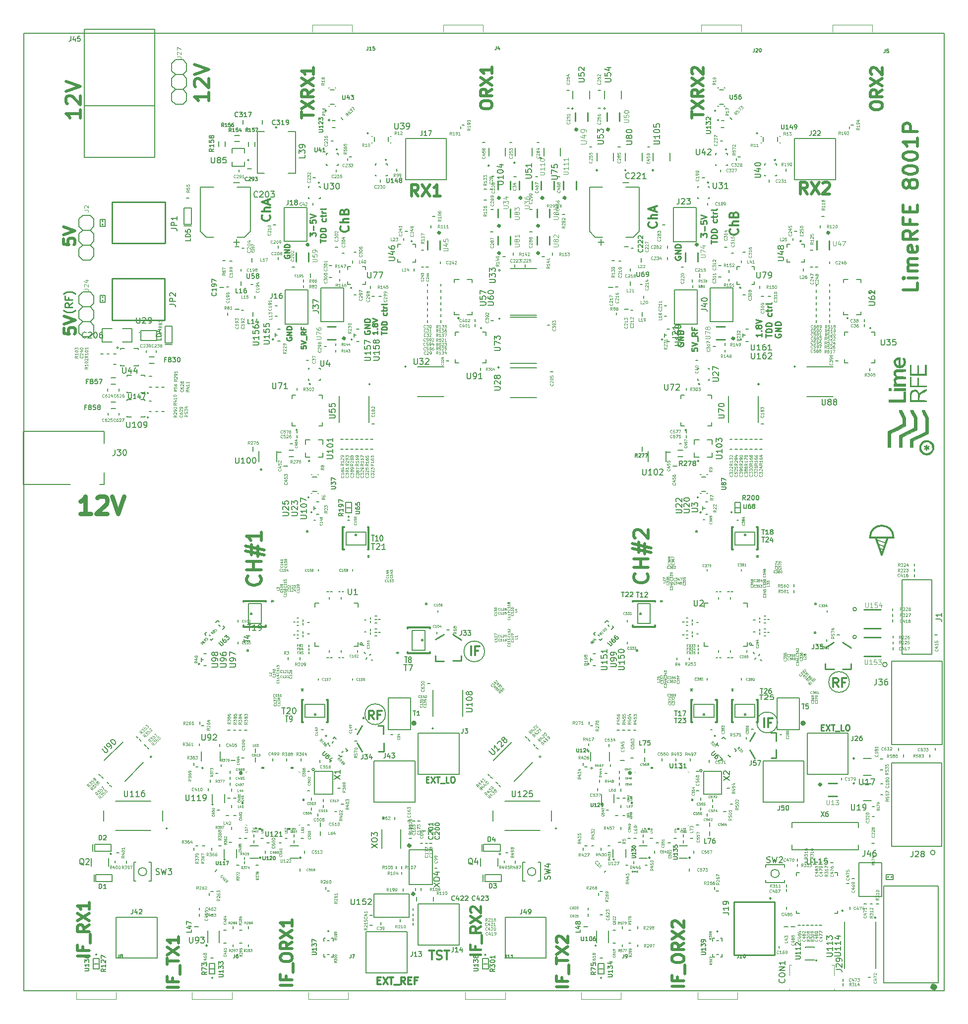
<source format=gto>
G04 #@! TF.FileFunction,Legend,Top*
%FSLAX46Y46*%
G04 Gerber Fmt 4.6, Leading zero omitted, Abs format (unit mm)*
G04 Created by KiCad (PCBNEW 4.0.7-e2-6376~61~ubuntu18.04.1) date Tue Nov 15 11:44:20 2022*
%MOMM*%
%LPD*%
G01*
G04 APERTURE LIST*
%ADD10C,0.150000*%
%ADD11C,0.100000*%
%ADD12C,0.200000*%
%ADD13C,0.250000*%
%ADD14C,0.500000*%
%ADD15C,0.375000*%
%ADD16C,0.225000*%
%ADD17C,0.300000*%
%ADD18C,0.750000*%
%ADD19C,0.450000*%
%ADD20C,1.000000*%
%ADD21C,0.120000*%
%ADD22C,0.152400*%
%ADD23C,0.195580*%
%ADD24C,0.297180*%
%ADD25C,0.200660*%
%ADD26C,0.099060*%
%ADD27C,0.127000*%
%ADD28C,0.254000*%
%ADD29C,0.203200*%
%ADD30C,0.010000*%
%ADD31C,0.125000*%
%ADD32C,0.198120*%
%ADD33C,0.187500*%
%ADD34C,0.075000*%
%ADD35C,0.175000*%
%ADD36C,0.124460*%
G04 APERTURE END LIST*
D10*
D11*
X214520000Y-99480000D02*
X214520000Y-99470000D01*
D12*
X57390000Y-99480000D02*
X214520000Y-99480000D01*
D13*
X126089047Y-226738571D02*
X126422381Y-226738571D01*
X126565238Y-227262381D02*
X126089047Y-227262381D01*
X126089047Y-226262381D01*
X126565238Y-226262381D01*
X126898571Y-226262381D02*
X127565238Y-227262381D01*
X127565238Y-226262381D02*
X126898571Y-227262381D01*
X127803333Y-226262381D02*
X128374762Y-226262381D01*
X128089047Y-227262381D02*
X128089047Y-226262381D01*
X128470000Y-227357619D02*
X129231905Y-227357619D01*
X129946191Y-227262381D02*
X129470000Y-227262381D01*
X129470000Y-226262381D01*
X130470000Y-226262381D02*
X130660477Y-226262381D01*
X130755715Y-226310000D01*
X130850953Y-226405238D01*
X130898572Y-226595714D01*
X130898572Y-226929048D01*
X130850953Y-227119524D01*
X130755715Y-227214762D01*
X130660477Y-227262381D01*
X130470000Y-227262381D01*
X130374762Y-227214762D01*
X130279524Y-227119524D01*
X130231905Y-226929048D01*
X130231905Y-226595714D01*
X130279524Y-226405238D01*
X130374762Y-226310000D01*
X130470000Y-226262381D01*
D14*
X209960952Y-142056190D02*
X209960952Y-143246666D01*
X207460952Y-143246666D01*
X209960952Y-141222856D02*
X208294286Y-141222856D01*
X207460952Y-141222856D02*
X207580000Y-141341904D01*
X207699048Y-141222856D01*
X207580000Y-141103808D01*
X207460952Y-141222856D01*
X207699048Y-141222856D01*
X209960952Y-140032380D02*
X208294286Y-140032380D01*
X208532381Y-140032380D02*
X208413333Y-139913332D01*
X208294286Y-139675237D01*
X208294286Y-139318094D01*
X208413333Y-139079999D01*
X208651429Y-138960951D01*
X209960952Y-138960951D01*
X208651429Y-138960951D02*
X208413333Y-138841904D01*
X208294286Y-138603808D01*
X208294286Y-138246666D01*
X208413333Y-138008570D01*
X208651429Y-137889523D01*
X209960952Y-137889523D01*
X209841905Y-135746666D02*
X209960952Y-135984761D01*
X209960952Y-136460952D01*
X209841905Y-136699047D01*
X209603810Y-136818095D01*
X208651429Y-136818095D01*
X208413333Y-136699047D01*
X208294286Y-136460952D01*
X208294286Y-135984761D01*
X208413333Y-135746666D01*
X208651429Y-135627618D01*
X208889524Y-135627618D01*
X209127619Y-136818095D01*
X209960952Y-133127618D02*
X208770476Y-133960952D01*
X209960952Y-134556190D02*
X207460952Y-134556190D01*
X207460952Y-133603809D01*
X207580000Y-133365714D01*
X207699048Y-133246666D01*
X207937143Y-133127618D01*
X208294286Y-133127618D01*
X208532381Y-133246666D01*
X208651429Y-133365714D01*
X208770476Y-133603809D01*
X208770476Y-134556190D01*
X208651429Y-131222857D02*
X208651429Y-132056190D01*
X209960952Y-132056190D02*
X207460952Y-132056190D01*
X207460952Y-130865714D01*
X208651429Y-129913333D02*
X208651429Y-129080000D01*
X209960952Y-128722857D02*
X209960952Y-129913333D01*
X207460952Y-129913333D01*
X207460952Y-128722857D01*
X208532381Y-125389523D02*
X208413333Y-125627618D01*
X208294286Y-125746666D01*
X208056190Y-125865714D01*
X207937143Y-125865714D01*
X207699048Y-125746666D01*
X207580000Y-125627618D01*
X207460952Y-125389523D01*
X207460952Y-124913333D01*
X207580000Y-124675237D01*
X207699048Y-124556190D01*
X207937143Y-124437142D01*
X208056190Y-124437142D01*
X208294286Y-124556190D01*
X208413333Y-124675237D01*
X208532381Y-124913333D01*
X208532381Y-125389523D01*
X208651429Y-125627618D01*
X208770476Y-125746666D01*
X209008571Y-125865714D01*
X209484762Y-125865714D01*
X209722857Y-125746666D01*
X209841905Y-125627618D01*
X209960952Y-125389523D01*
X209960952Y-124913333D01*
X209841905Y-124675237D01*
X209722857Y-124556190D01*
X209484762Y-124437142D01*
X209008571Y-124437142D01*
X208770476Y-124556190D01*
X208651429Y-124675237D01*
X208532381Y-124913333D01*
X207460952Y-122889523D02*
X207460952Y-122651428D01*
X207580000Y-122413333D01*
X207699048Y-122294285D01*
X207937143Y-122175238D01*
X208413333Y-122056190D01*
X209008571Y-122056190D01*
X209484762Y-122175238D01*
X209722857Y-122294285D01*
X209841905Y-122413333D01*
X209960952Y-122651428D01*
X209960952Y-122889523D01*
X209841905Y-123127619D01*
X209722857Y-123246666D01*
X209484762Y-123365714D01*
X209008571Y-123484762D01*
X208413333Y-123484762D01*
X207937143Y-123365714D01*
X207699048Y-123246666D01*
X207580000Y-123127619D01*
X207460952Y-122889523D01*
X207460952Y-120508571D02*
X207460952Y-120270476D01*
X207580000Y-120032381D01*
X207699048Y-119913333D01*
X207937143Y-119794286D01*
X208413333Y-119675238D01*
X209008571Y-119675238D01*
X209484762Y-119794286D01*
X209722857Y-119913333D01*
X209841905Y-120032381D01*
X209960952Y-120270476D01*
X209960952Y-120508571D01*
X209841905Y-120746667D01*
X209722857Y-120865714D01*
X209484762Y-120984762D01*
X209008571Y-121103810D01*
X208413333Y-121103810D01*
X207937143Y-120984762D01*
X207699048Y-120865714D01*
X207580000Y-120746667D01*
X207460952Y-120508571D01*
X209960952Y-117294286D02*
X209960952Y-118722858D01*
X209960952Y-118008572D02*
X207460952Y-118008572D01*
X207818095Y-118246667D01*
X208056190Y-118484762D01*
X208175238Y-118722858D01*
X209960952Y-116222858D02*
X207460952Y-116222858D01*
X207460952Y-115270477D01*
X207580000Y-115032382D01*
X207699048Y-114913334D01*
X207937143Y-114794286D01*
X208294286Y-114794286D01*
X208532381Y-114913334D01*
X208651429Y-115032382D01*
X208770476Y-115270477D01*
X208770476Y-116222858D01*
D15*
X112705714Y-132394285D02*
X112777143Y-132465714D01*
X112848571Y-132680000D01*
X112848571Y-132822857D01*
X112777143Y-133037142D01*
X112634286Y-133180000D01*
X112491429Y-133251428D01*
X112205714Y-133322857D01*
X111991429Y-133322857D01*
X111705714Y-133251428D01*
X111562857Y-133180000D01*
X111420000Y-133037142D01*
X111348571Y-132822857D01*
X111348571Y-132680000D01*
X111420000Y-132465714D01*
X111491429Y-132394285D01*
X112848571Y-131751428D02*
X111348571Y-131751428D01*
X112848571Y-131108571D02*
X112062857Y-131108571D01*
X111920000Y-131180000D01*
X111848571Y-131322857D01*
X111848571Y-131537142D01*
X111920000Y-131680000D01*
X111991429Y-131751428D01*
X112062857Y-129894285D02*
X112134286Y-129679999D01*
X112205714Y-129608571D01*
X112348571Y-129537142D01*
X112562857Y-129537142D01*
X112705714Y-129608571D01*
X112777143Y-129679999D01*
X112848571Y-129822857D01*
X112848571Y-130394285D01*
X111348571Y-130394285D01*
X111348571Y-129894285D01*
X111420000Y-129751428D01*
X111491429Y-129679999D01*
X111634286Y-129608571D01*
X111777143Y-129608571D01*
X111920000Y-129679999D01*
X111991429Y-129751428D01*
X112062857Y-129894285D01*
X112062857Y-130394285D01*
X99315714Y-130497142D02*
X99387143Y-130568571D01*
X99458571Y-130782857D01*
X99458571Y-130925714D01*
X99387143Y-131139999D01*
X99244286Y-131282857D01*
X99101429Y-131354285D01*
X98815714Y-131425714D01*
X98601429Y-131425714D01*
X98315714Y-131354285D01*
X98172857Y-131282857D01*
X98030000Y-131139999D01*
X97958571Y-130925714D01*
X97958571Y-130782857D01*
X98030000Y-130568571D01*
X98101429Y-130497142D01*
X99458571Y-129854285D02*
X97958571Y-129854285D01*
X99458571Y-129211428D02*
X98672857Y-129211428D01*
X98530000Y-129282857D01*
X98458571Y-129425714D01*
X98458571Y-129639999D01*
X98530000Y-129782857D01*
X98601429Y-129854285D01*
X99030000Y-128568571D02*
X99030000Y-127854285D01*
X99458571Y-128711428D02*
X97958571Y-128211428D01*
X99458571Y-127711428D01*
X179185714Y-132864285D02*
X179257143Y-132935714D01*
X179328571Y-133150000D01*
X179328571Y-133292857D01*
X179257143Y-133507142D01*
X179114286Y-133650000D01*
X178971429Y-133721428D01*
X178685714Y-133792857D01*
X178471429Y-133792857D01*
X178185714Y-133721428D01*
X178042857Y-133650000D01*
X177900000Y-133507142D01*
X177828571Y-133292857D01*
X177828571Y-133150000D01*
X177900000Y-132935714D01*
X177971429Y-132864285D01*
X179328571Y-132221428D02*
X177828571Y-132221428D01*
X179328571Y-131578571D02*
X178542857Y-131578571D01*
X178400000Y-131650000D01*
X178328571Y-131792857D01*
X178328571Y-132007142D01*
X178400000Y-132150000D01*
X178471429Y-132221428D01*
X178542857Y-130364285D02*
X178614286Y-130149999D01*
X178685714Y-130078571D01*
X178828571Y-130007142D01*
X179042857Y-130007142D01*
X179185714Y-130078571D01*
X179257143Y-130149999D01*
X179328571Y-130292857D01*
X179328571Y-130864285D01*
X177828571Y-130864285D01*
X177828571Y-130364285D01*
X177900000Y-130221428D01*
X177971429Y-130149999D01*
X178114286Y-130078571D01*
X178257143Y-130078571D01*
X178400000Y-130149999D01*
X178471429Y-130221428D01*
X178542857Y-130364285D01*
X178542857Y-130864285D01*
X165305714Y-131717142D02*
X165377143Y-131788571D01*
X165448571Y-132002857D01*
X165448571Y-132145714D01*
X165377143Y-132359999D01*
X165234286Y-132502857D01*
X165091429Y-132574285D01*
X164805714Y-132645714D01*
X164591429Y-132645714D01*
X164305714Y-132574285D01*
X164162857Y-132502857D01*
X164020000Y-132359999D01*
X163948571Y-132145714D01*
X163948571Y-132002857D01*
X164020000Y-131788571D01*
X164091429Y-131717142D01*
X165448571Y-131074285D02*
X163948571Y-131074285D01*
X165448571Y-130431428D02*
X164662857Y-130431428D01*
X164520000Y-130502857D01*
X164448571Y-130645714D01*
X164448571Y-130859999D01*
X164520000Y-131002857D01*
X164591429Y-131074285D01*
X165020000Y-129788571D02*
X165020000Y-129074285D01*
X165448571Y-129931428D02*
X163948571Y-129431428D01*
X165448571Y-128931428D01*
D16*
X117759643Y-150234286D02*
X117759643Y-150748571D01*
X117759643Y-150491429D02*
X116859643Y-150491429D01*
X116988214Y-150577143D01*
X117073929Y-150662857D01*
X117116786Y-150748571D01*
X117673929Y-149848571D02*
X117716786Y-149805714D01*
X117759643Y-149848571D01*
X117716786Y-149891428D01*
X117673929Y-149848571D01*
X117759643Y-149848571D01*
X117245357Y-149291429D02*
X117202500Y-149377143D01*
X117159643Y-149420000D01*
X117073929Y-149462857D01*
X117031071Y-149462857D01*
X116945357Y-149420000D01*
X116902500Y-149377143D01*
X116859643Y-149291429D01*
X116859643Y-149120000D01*
X116902500Y-149034286D01*
X116945357Y-148991429D01*
X117031071Y-148948572D01*
X117073929Y-148948572D01*
X117159643Y-148991429D01*
X117202500Y-149034286D01*
X117245357Y-149120000D01*
X117245357Y-149291429D01*
X117288214Y-149377143D01*
X117331071Y-149420000D01*
X117416786Y-149462857D01*
X117588214Y-149462857D01*
X117673929Y-149420000D01*
X117716786Y-149377143D01*
X117759643Y-149291429D01*
X117759643Y-149120000D01*
X117716786Y-149034286D01*
X117673929Y-148991429D01*
X117588214Y-148948572D01*
X117416786Y-148948572D01*
X117331071Y-148991429D01*
X117288214Y-149034286D01*
X117245357Y-149120000D01*
X116859643Y-148691429D02*
X117759643Y-148391429D01*
X116859643Y-148091429D01*
X118434643Y-150834286D02*
X118434643Y-150320000D01*
X119334643Y-150577143D02*
X118434643Y-150577143D01*
X119334643Y-150020000D02*
X118434643Y-150020000D01*
X118434643Y-149805715D01*
X118477500Y-149677143D01*
X118563214Y-149591429D01*
X118648929Y-149548572D01*
X118820357Y-149505715D01*
X118948929Y-149505715D01*
X119120357Y-149548572D01*
X119206071Y-149591429D01*
X119291786Y-149677143D01*
X119334643Y-149805715D01*
X119334643Y-150020000D01*
X119334643Y-149120000D02*
X118434643Y-149120000D01*
X118434643Y-148905715D01*
X118477500Y-148777143D01*
X118563214Y-148691429D01*
X118648929Y-148648572D01*
X118820357Y-148605715D01*
X118948929Y-148605715D01*
X119120357Y-148648572D01*
X119206071Y-148691429D01*
X119291786Y-148777143D01*
X119334643Y-148905715D01*
X119334643Y-149120000D01*
X119291786Y-147148572D02*
X119334643Y-147234286D01*
X119334643Y-147405715D01*
X119291786Y-147491429D01*
X119248929Y-147534286D01*
X119163214Y-147577143D01*
X118906071Y-147577143D01*
X118820357Y-147534286D01*
X118777500Y-147491429D01*
X118734643Y-147405715D01*
X118734643Y-147234286D01*
X118777500Y-147148572D01*
X118734643Y-146891429D02*
X118734643Y-146548572D01*
X118434643Y-146762857D02*
X119206071Y-146762857D01*
X119291786Y-146720000D01*
X119334643Y-146634286D01*
X119334643Y-146548572D01*
X119334643Y-146248571D02*
X118734643Y-146248571D01*
X118906071Y-146248571D02*
X118820357Y-146205714D01*
X118777500Y-146162857D01*
X118734643Y-146077143D01*
X118734643Y-145991428D01*
X119334643Y-145562857D02*
X119291786Y-145648571D01*
X119206071Y-145691428D01*
X118434643Y-145691428D01*
D13*
X185660000Y-150771904D02*
X185612381Y-150867142D01*
X185612381Y-151009999D01*
X185660000Y-151152857D01*
X185755238Y-151248095D01*
X185850476Y-151295714D01*
X186040952Y-151343333D01*
X186183810Y-151343333D01*
X186374286Y-151295714D01*
X186469524Y-151248095D01*
X186564762Y-151152857D01*
X186612381Y-151009999D01*
X186612381Y-150914761D01*
X186564762Y-150771904D01*
X186517143Y-150724285D01*
X186183810Y-150724285D01*
X186183810Y-150914761D01*
X186612381Y-150295714D02*
X185612381Y-150295714D01*
X186612381Y-149724285D01*
X185612381Y-149724285D01*
X186612381Y-149248095D02*
X185612381Y-149248095D01*
X185612381Y-149010000D01*
X185660000Y-148867142D01*
X185755238Y-148771904D01*
X185850476Y-148724285D01*
X186040952Y-148676666D01*
X186183810Y-148676666D01*
X186374286Y-148724285D01*
X186469524Y-148771904D01*
X186564762Y-148867142D01*
X186612381Y-149010000D01*
X186612381Y-149248095D01*
X115530000Y-150231904D02*
X115482381Y-150327142D01*
X115482381Y-150469999D01*
X115530000Y-150612857D01*
X115625238Y-150708095D01*
X115720476Y-150755714D01*
X115910952Y-150803333D01*
X116053810Y-150803333D01*
X116244286Y-150755714D01*
X116339524Y-150708095D01*
X116434762Y-150612857D01*
X116482381Y-150469999D01*
X116482381Y-150374761D01*
X116434762Y-150231904D01*
X116387143Y-150184285D01*
X116053810Y-150184285D01*
X116053810Y-150374761D01*
X116482381Y-149755714D02*
X115482381Y-149755714D01*
X116482381Y-149184285D01*
X115482381Y-149184285D01*
X116482381Y-148708095D02*
X115482381Y-148708095D01*
X115482381Y-148470000D01*
X115530000Y-148327142D01*
X115625238Y-148231904D01*
X115720476Y-148184285D01*
X115910952Y-148136666D01*
X116053810Y-148136666D01*
X116244286Y-148184285D01*
X116339524Y-148231904D01*
X116434762Y-148327142D01*
X116482381Y-148470000D01*
X116482381Y-148708095D01*
D16*
X102230000Y-151335714D02*
X102187143Y-151421428D01*
X102187143Y-151549999D01*
X102230000Y-151678571D01*
X102315714Y-151764285D01*
X102401429Y-151807142D01*
X102572857Y-151849999D01*
X102701429Y-151849999D01*
X102872857Y-151807142D01*
X102958571Y-151764285D01*
X103044286Y-151678571D01*
X103087143Y-151549999D01*
X103087143Y-151464285D01*
X103044286Y-151335714D01*
X103001429Y-151292857D01*
X102701429Y-151292857D01*
X102701429Y-151464285D01*
X103087143Y-150907142D02*
X102187143Y-150907142D01*
X103087143Y-150392857D01*
X102187143Y-150392857D01*
X103087143Y-149964285D02*
X102187143Y-149964285D01*
X102187143Y-149750000D01*
X102230000Y-149621428D01*
X102315714Y-149535714D01*
X102401429Y-149492857D01*
X102572857Y-149450000D01*
X102701429Y-149450000D01*
X102872857Y-149492857D01*
X102958571Y-149535714D01*
X103044286Y-149621428D01*
X103087143Y-149750000D01*
X103087143Y-149964285D01*
X104647143Y-152760000D02*
X104647143Y-153188571D01*
X105075714Y-153231428D01*
X105032857Y-153188571D01*
X104990000Y-153102857D01*
X104990000Y-152888571D01*
X105032857Y-152802857D01*
X105075714Y-152760000D01*
X105161429Y-152717143D01*
X105375714Y-152717143D01*
X105461429Y-152760000D01*
X105504286Y-152802857D01*
X105547143Y-152888571D01*
X105547143Y-153102857D01*
X105504286Y-153188571D01*
X105461429Y-153231428D01*
X104647143Y-152460000D02*
X105547143Y-152160000D01*
X104647143Y-151860000D01*
X105632857Y-151774285D02*
X105632857Y-151088571D01*
X105547143Y-150360000D02*
X105118571Y-150660000D01*
X105547143Y-150874285D02*
X104647143Y-150874285D01*
X104647143Y-150531428D01*
X104690000Y-150445714D01*
X104732857Y-150402857D01*
X104818571Y-150360000D01*
X104947143Y-150360000D01*
X105032857Y-150402857D01*
X105075714Y-150445714D01*
X105118571Y-150531428D01*
X105118571Y-150874285D01*
X105075714Y-149674285D02*
X105075714Y-149974285D01*
X105547143Y-149974285D02*
X104647143Y-149974285D01*
X104647143Y-149545714D01*
X101880000Y-137325714D02*
X101837143Y-137411428D01*
X101837143Y-137539999D01*
X101880000Y-137668571D01*
X101965714Y-137754285D01*
X102051429Y-137797142D01*
X102222857Y-137839999D01*
X102351429Y-137839999D01*
X102522857Y-137797142D01*
X102608571Y-137754285D01*
X102694286Y-137668571D01*
X102737143Y-137539999D01*
X102737143Y-137454285D01*
X102694286Y-137325714D01*
X102651429Y-137282857D01*
X102351429Y-137282857D01*
X102351429Y-137454285D01*
X102737143Y-136897142D02*
X101837143Y-136897142D01*
X102737143Y-136382857D01*
X101837143Y-136382857D01*
X102737143Y-135954285D02*
X101837143Y-135954285D01*
X101837143Y-135740000D01*
X101880000Y-135611428D01*
X101965714Y-135525714D01*
X102051429Y-135482857D01*
X102222857Y-135440000D01*
X102351429Y-135440000D01*
X102522857Y-135482857D01*
X102608571Y-135525714D01*
X102694286Y-135611428D01*
X102737143Y-135740000D01*
X102737143Y-135954285D01*
D13*
X168590000Y-137541904D02*
X168542381Y-137637142D01*
X168542381Y-137779999D01*
X168590000Y-137922857D01*
X168685238Y-138018095D01*
X168780476Y-138065714D01*
X168970952Y-138113333D01*
X169113810Y-138113333D01*
X169304286Y-138065714D01*
X169399524Y-138018095D01*
X169494762Y-137922857D01*
X169542381Y-137779999D01*
X169542381Y-137684761D01*
X169494762Y-137541904D01*
X169447143Y-137494285D01*
X169113810Y-137494285D01*
X169113810Y-137684761D01*
X169542381Y-137065714D02*
X168542381Y-137065714D01*
X169542381Y-136494285D01*
X168542381Y-136494285D01*
X169542381Y-136018095D02*
X168542381Y-136018095D01*
X168542381Y-135780000D01*
X168590000Y-135637142D01*
X168685238Y-135541904D01*
X168780476Y-135494285D01*
X168970952Y-135446666D01*
X169113810Y-135446666D01*
X169304286Y-135494285D01*
X169399524Y-135541904D01*
X169494762Y-135637142D01*
X169542381Y-135780000D01*
X169542381Y-136018095D01*
X169040000Y-152281904D02*
X168992381Y-152377142D01*
X168992381Y-152519999D01*
X169040000Y-152662857D01*
X169135238Y-152758095D01*
X169230476Y-152805714D01*
X169420952Y-152853333D01*
X169563810Y-152853333D01*
X169754286Y-152805714D01*
X169849524Y-152758095D01*
X169944762Y-152662857D01*
X169992381Y-152519999D01*
X169992381Y-152424761D01*
X169944762Y-152281904D01*
X169897143Y-152234285D01*
X169563810Y-152234285D01*
X169563810Y-152424761D01*
X169992381Y-151805714D02*
X168992381Y-151805714D01*
X169992381Y-151234285D01*
X168992381Y-151234285D01*
X169992381Y-150758095D02*
X168992381Y-150758095D01*
X168992381Y-150520000D01*
X169040000Y-150377142D01*
X169135238Y-150281904D01*
X169230476Y-150234285D01*
X169420952Y-150186666D01*
X169563810Y-150186666D01*
X169754286Y-150234285D01*
X169849524Y-150281904D01*
X169944762Y-150377142D01*
X169992381Y-150520000D01*
X169992381Y-150758095D01*
X106197381Y-134077143D02*
X106197381Y-133458095D01*
X106578333Y-133791429D01*
X106578333Y-133648571D01*
X106625952Y-133553333D01*
X106673571Y-133505714D01*
X106768810Y-133458095D01*
X107006905Y-133458095D01*
X107102143Y-133505714D01*
X107149762Y-133553333D01*
X107197381Y-133648571D01*
X107197381Y-133934286D01*
X107149762Y-134029524D01*
X107102143Y-134077143D01*
X106816429Y-133029524D02*
X106816429Y-132267619D01*
X106197381Y-131315238D02*
X106197381Y-131791429D01*
X106673571Y-131839048D01*
X106625952Y-131791429D01*
X106578333Y-131696191D01*
X106578333Y-131458095D01*
X106625952Y-131362857D01*
X106673571Y-131315238D01*
X106768810Y-131267619D01*
X107006905Y-131267619D01*
X107102143Y-131315238D01*
X107149762Y-131362857D01*
X107197381Y-131458095D01*
X107197381Y-131696191D01*
X107149762Y-131791429D01*
X107102143Y-131839048D01*
X106197381Y-130981905D02*
X107197381Y-130648572D01*
X106197381Y-130315238D01*
X107947381Y-135172382D02*
X107947381Y-134600953D01*
X108947381Y-134886668D02*
X107947381Y-134886668D01*
X108947381Y-134267620D02*
X107947381Y-134267620D01*
X107947381Y-134029525D01*
X107995000Y-133886667D01*
X108090238Y-133791429D01*
X108185476Y-133743810D01*
X108375952Y-133696191D01*
X108518810Y-133696191D01*
X108709286Y-133743810D01*
X108804524Y-133791429D01*
X108899762Y-133886667D01*
X108947381Y-134029525D01*
X108947381Y-134267620D01*
X108947381Y-133267620D02*
X107947381Y-133267620D01*
X107947381Y-133029525D01*
X107995000Y-132886667D01*
X108090238Y-132791429D01*
X108185476Y-132743810D01*
X108375952Y-132696191D01*
X108518810Y-132696191D01*
X108709286Y-132743810D01*
X108804524Y-132791429D01*
X108899762Y-132886667D01*
X108947381Y-133029525D01*
X108947381Y-133267620D01*
X108899762Y-131077143D02*
X108947381Y-131172381D01*
X108947381Y-131362858D01*
X108899762Y-131458096D01*
X108852143Y-131505715D01*
X108756905Y-131553334D01*
X108471190Y-131553334D01*
X108375952Y-131505715D01*
X108328333Y-131458096D01*
X108280714Y-131362858D01*
X108280714Y-131172381D01*
X108328333Y-131077143D01*
X108280714Y-130791429D02*
X108280714Y-130410477D01*
X107947381Y-130648572D02*
X108804524Y-130648572D01*
X108899762Y-130600953D01*
X108947381Y-130505715D01*
X108947381Y-130410477D01*
X108947381Y-130077143D02*
X108280714Y-130077143D01*
X108471190Y-130077143D02*
X108375952Y-130029524D01*
X108328333Y-129981905D01*
X108280714Y-129886667D01*
X108280714Y-129791428D01*
X108947381Y-129315238D02*
X108899762Y-129410476D01*
X108804524Y-129458095D01*
X107947381Y-129458095D01*
D14*
X163752857Y-191626190D02*
X163871905Y-191745238D01*
X163990952Y-192102381D01*
X163990952Y-192340476D01*
X163871905Y-192697619D01*
X163633810Y-192935714D01*
X163395714Y-193054762D01*
X162919524Y-193173810D01*
X162562381Y-193173810D01*
X162086190Y-193054762D01*
X161848095Y-192935714D01*
X161610000Y-192697619D01*
X161490952Y-192340476D01*
X161490952Y-192102381D01*
X161610000Y-191745238D01*
X161729048Y-191626190D01*
X163990952Y-190554762D02*
X161490952Y-190554762D01*
X162681429Y-190554762D02*
X162681429Y-189126190D01*
X163990952Y-189126190D02*
X161490952Y-189126190D01*
X162324286Y-188054762D02*
X162324286Y-186269047D01*
X161252857Y-187340476D02*
X164467143Y-188054762D01*
X163395714Y-186507142D02*
X163395714Y-188292857D01*
X164467143Y-187221428D02*
X161252857Y-186507142D01*
X161729048Y-185554762D02*
X161610000Y-185435714D01*
X161490952Y-185197619D01*
X161490952Y-184602381D01*
X161610000Y-184364285D01*
X161729048Y-184245238D01*
X161967143Y-184126190D01*
X162205238Y-184126190D01*
X162562381Y-184245238D01*
X163990952Y-185673809D01*
X163990952Y-184126190D01*
X97662857Y-192026190D02*
X97781905Y-192145238D01*
X97900952Y-192502381D01*
X97900952Y-192740476D01*
X97781905Y-193097619D01*
X97543810Y-193335714D01*
X97305714Y-193454762D01*
X96829524Y-193573810D01*
X96472381Y-193573810D01*
X95996190Y-193454762D01*
X95758095Y-193335714D01*
X95520000Y-193097619D01*
X95400952Y-192740476D01*
X95400952Y-192502381D01*
X95520000Y-192145238D01*
X95639048Y-192026190D01*
X97900952Y-190954762D02*
X95400952Y-190954762D01*
X96591429Y-190954762D02*
X96591429Y-189526190D01*
X97900952Y-189526190D02*
X95400952Y-189526190D01*
X96234286Y-188454762D02*
X96234286Y-186669047D01*
X95162857Y-187740476D02*
X98377143Y-188454762D01*
X97305714Y-186907142D02*
X97305714Y-188692857D01*
X98377143Y-187621428D02*
X95162857Y-186907142D01*
X97900952Y-184526190D02*
X97900952Y-185954762D01*
X97900952Y-185240476D02*
X95400952Y-185240476D01*
X95758095Y-185478571D01*
X95996190Y-185716666D01*
X96115238Y-185954762D01*
X64115182Y-134496373D02*
X64115182Y-135448754D01*
X65067563Y-135543992D01*
X64972325Y-135448754D01*
X64877087Y-135258277D01*
X64877087Y-134782087D01*
X64972325Y-134591611D01*
X65067563Y-134496373D01*
X65258039Y-134401134D01*
X65734230Y-134401134D01*
X65924706Y-134496373D01*
X66019944Y-134591611D01*
X66115182Y-134782087D01*
X66115182Y-135258277D01*
X66019944Y-135448754D01*
X65924706Y-135543992D01*
X64115182Y-133829706D02*
X66115182Y-133163039D01*
X64115182Y-132496372D01*
X88950952Y-109567618D02*
X88950952Y-110996190D01*
X88950952Y-110281904D02*
X86450952Y-110281904D01*
X86808095Y-110519999D01*
X87046190Y-110758094D01*
X87165238Y-110996190D01*
X86689048Y-108615238D02*
X86570000Y-108496190D01*
X86450952Y-108258095D01*
X86450952Y-107662857D01*
X86570000Y-107424761D01*
X86689048Y-107305714D01*
X86927143Y-107186666D01*
X87165238Y-107186666D01*
X87522381Y-107305714D01*
X88950952Y-108734285D01*
X88950952Y-107186666D01*
X86450952Y-106472381D02*
X88950952Y-105639047D01*
X86450952Y-104805714D01*
D13*
X66143753Y-146698278D02*
X66081849Y-146760182D01*
X65896134Y-146883992D01*
X65772325Y-146945897D01*
X65586610Y-147007801D01*
X65277087Y-147069706D01*
X65029468Y-147069706D01*
X64719944Y-147007801D01*
X64534230Y-146945897D01*
X64410420Y-146883992D01*
X64224706Y-146760182D01*
X64162801Y-146698278D01*
X65648515Y-145460182D02*
X65029468Y-145893515D01*
X65648515Y-146203039D02*
X64348515Y-146203039D01*
X64348515Y-145707801D01*
X64410420Y-145583992D01*
X64472325Y-145522087D01*
X64596134Y-145460182D01*
X64781849Y-145460182D01*
X64905658Y-145522087D01*
X64967563Y-145583992D01*
X65029468Y-145707801D01*
X65029468Y-146203039D01*
X64967563Y-144469706D02*
X64967563Y-144903039D01*
X65648515Y-144903039D02*
X64348515Y-144903039D01*
X64348515Y-144283992D01*
X66143753Y-143912563D02*
X66081849Y-143850658D01*
X65896134Y-143726848D01*
X65772325Y-143664944D01*
X65586610Y-143603039D01*
X65277087Y-143541134D01*
X65029468Y-143541134D01*
X64719944Y-143603039D01*
X64534230Y-143664944D01*
X64410420Y-143726848D01*
X64224706Y-143850658D01*
X64162801Y-143912563D01*
D12*
X136027767Y-204890000D02*
G75*
G03X136027767Y-204890000I-1767767J0D01*
G01*
X119117767Y-215610000D02*
G75*
G03X119117767Y-215610000I-1767767J0D01*
G01*
X198307767Y-210110000D02*
G75*
G03X198307767Y-210110000I-1767767J0D01*
G01*
X186037767Y-217010000D02*
G75*
G03X186037767Y-217010000I-1767767J0D01*
G01*
D17*
X183737563Y-217833991D02*
X183737563Y-216333991D01*
X184951849Y-217048277D02*
X184451849Y-217048277D01*
X184451849Y-217833991D02*
X184451849Y-216333991D01*
X185166135Y-216333991D01*
X196421849Y-210953991D02*
X195921849Y-210239706D01*
X195564706Y-210953991D02*
X195564706Y-209453991D01*
X196136134Y-209453991D01*
X196278992Y-209525420D01*
X196350420Y-209596849D01*
X196421849Y-209739706D01*
X196421849Y-209953991D01*
X196350420Y-210096849D01*
X196278992Y-210168277D01*
X196136134Y-210239706D01*
X195564706Y-210239706D01*
X197564706Y-210168277D02*
X197064706Y-210168277D01*
X197064706Y-210953991D02*
X197064706Y-209453991D01*
X197778992Y-209453991D01*
X117111849Y-216493991D02*
X116611849Y-215779706D01*
X116254706Y-216493991D02*
X116254706Y-214993991D01*
X116826134Y-214993991D01*
X116968992Y-215065420D01*
X117040420Y-215136849D01*
X117111849Y-215279706D01*
X117111849Y-215493991D01*
X117040420Y-215636849D01*
X116968992Y-215708277D01*
X116826134Y-215779706D01*
X116254706Y-215779706D01*
X118254706Y-215708277D02*
X117754706Y-215708277D01*
X117754706Y-216493991D02*
X117754706Y-214993991D01*
X118468992Y-214993991D01*
X133697143Y-205528571D02*
X133697143Y-204028571D01*
X134911429Y-204742857D02*
X134411429Y-204742857D01*
X134411429Y-205528571D02*
X134411429Y-204028571D01*
X135125715Y-204028571D01*
D13*
X183307381Y-150648095D02*
X183307381Y-151219524D01*
X183307381Y-150933810D02*
X182307381Y-150933810D01*
X182450238Y-151029048D01*
X182545476Y-151124286D01*
X182593095Y-151219524D01*
X183212143Y-150219524D02*
X183259762Y-150171905D01*
X183307381Y-150219524D01*
X183259762Y-150267143D01*
X183212143Y-150219524D01*
X183307381Y-150219524D01*
X182735952Y-149600477D02*
X182688333Y-149695715D01*
X182640714Y-149743334D01*
X182545476Y-149790953D01*
X182497857Y-149790953D01*
X182402619Y-149743334D01*
X182355000Y-149695715D01*
X182307381Y-149600477D01*
X182307381Y-149410000D01*
X182355000Y-149314762D01*
X182402619Y-149267143D01*
X182497857Y-149219524D01*
X182545476Y-149219524D01*
X182640714Y-149267143D01*
X182688333Y-149314762D01*
X182735952Y-149410000D01*
X182735952Y-149600477D01*
X182783571Y-149695715D01*
X182831190Y-149743334D01*
X182926429Y-149790953D01*
X183116905Y-149790953D01*
X183212143Y-149743334D01*
X183259762Y-149695715D01*
X183307381Y-149600477D01*
X183307381Y-149410000D01*
X183259762Y-149314762D01*
X183212143Y-149267143D01*
X183116905Y-149219524D01*
X182926429Y-149219524D01*
X182831190Y-149267143D01*
X182783571Y-149314762D01*
X182735952Y-149410000D01*
X182307381Y-148933810D02*
X183307381Y-148600477D01*
X182307381Y-148267143D01*
X184057381Y-151314762D02*
X184057381Y-150743333D01*
X185057381Y-151029048D02*
X184057381Y-151029048D01*
X185057381Y-150410000D02*
X184057381Y-150410000D01*
X184057381Y-150171905D01*
X184105000Y-150029047D01*
X184200238Y-149933809D01*
X184295476Y-149886190D01*
X184485952Y-149838571D01*
X184628810Y-149838571D01*
X184819286Y-149886190D01*
X184914524Y-149933809D01*
X185009762Y-150029047D01*
X185057381Y-150171905D01*
X185057381Y-150410000D01*
X185057381Y-149410000D02*
X184057381Y-149410000D01*
X184057381Y-149171905D01*
X184105000Y-149029047D01*
X184200238Y-148933809D01*
X184295476Y-148886190D01*
X184485952Y-148838571D01*
X184628810Y-148838571D01*
X184819286Y-148886190D01*
X184914524Y-148933809D01*
X185009762Y-149029047D01*
X185057381Y-149171905D01*
X185057381Y-149410000D01*
X185009762Y-147219523D02*
X185057381Y-147314761D01*
X185057381Y-147505238D01*
X185009762Y-147600476D01*
X184962143Y-147648095D01*
X184866905Y-147695714D01*
X184581190Y-147695714D01*
X184485952Y-147648095D01*
X184438333Y-147600476D01*
X184390714Y-147505238D01*
X184390714Y-147314761D01*
X184438333Y-147219523D01*
X184390714Y-146933809D02*
X184390714Y-146552857D01*
X184057381Y-146790952D02*
X184914524Y-146790952D01*
X185009762Y-146743333D01*
X185057381Y-146648095D01*
X185057381Y-146552857D01*
X185057381Y-146219523D02*
X184390714Y-146219523D01*
X184581190Y-146219523D02*
X184485952Y-146171904D01*
X184438333Y-146124285D01*
X184390714Y-146029047D01*
X184390714Y-145933808D01*
X185057381Y-145457618D02*
X185009762Y-145552856D01*
X184914524Y-145600475D01*
X184057381Y-145600475D01*
X172957381Y-134217143D02*
X172957381Y-133598095D01*
X173338333Y-133931429D01*
X173338333Y-133788571D01*
X173385952Y-133693333D01*
X173433571Y-133645714D01*
X173528810Y-133598095D01*
X173766905Y-133598095D01*
X173862143Y-133645714D01*
X173909762Y-133693333D01*
X173957381Y-133788571D01*
X173957381Y-134074286D01*
X173909762Y-134169524D01*
X173862143Y-134217143D01*
X173576429Y-133169524D02*
X173576429Y-132407619D01*
X172957381Y-131455238D02*
X172957381Y-131931429D01*
X173433571Y-131979048D01*
X173385952Y-131931429D01*
X173338333Y-131836191D01*
X173338333Y-131598095D01*
X173385952Y-131502857D01*
X173433571Y-131455238D01*
X173528810Y-131407619D01*
X173766905Y-131407619D01*
X173862143Y-131455238D01*
X173909762Y-131502857D01*
X173957381Y-131598095D01*
X173957381Y-131836191D01*
X173909762Y-131931429D01*
X173862143Y-131979048D01*
X172957381Y-131121905D02*
X173957381Y-130788572D01*
X172957381Y-130455238D01*
X174707381Y-135312382D02*
X174707381Y-134740953D01*
X175707381Y-135026668D02*
X174707381Y-135026668D01*
X175707381Y-134407620D02*
X174707381Y-134407620D01*
X174707381Y-134169525D01*
X174755000Y-134026667D01*
X174850238Y-133931429D01*
X174945476Y-133883810D01*
X175135952Y-133836191D01*
X175278810Y-133836191D01*
X175469286Y-133883810D01*
X175564524Y-133931429D01*
X175659762Y-134026667D01*
X175707381Y-134169525D01*
X175707381Y-134407620D01*
X175707381Y-133407620D02*
X174707381Y-133407620D01*
X174707381Y-133169525D01*
X174755000Y-133026667D01*
X174850238Y-132931429D01*
X174945476Y-132883810D01*
X175135952Y-132836191D01*
X175278810Y-132836191D01*
X175469286Y-132883810D01*
X175564524Y-132931429D01*
X175659762Y-133026667D01*
X175707381Y-133169525D01*
X175707381Y-133407620D01*
X175659762Y-131217143D02*
X175707381Y-131312381D01*
X175707381Y-131502858D01*
X175659762Y-131598096D01*
X175612143Y-131645715D01*
X175516905Y-131693334D01*
X175231190Y-131693334D01*
X175135952Y-131645715D01*
X175088333Y-131598096D01*
X175040714Y-131502858D01*
X175040714Y-131312381D01*
X175088333Y-131217143D01*
X175040714Y-130931429D02*
X175040714Y-130550477D01*
X174707381Y-130788572D02*
X175564524Y-130788572D01*
X175659762Y-130740953D01*
X175707381Y-130645715D01*
X175707381Y-130550477D01*
X175707381Y-130217143D02*
X175040714Y-130217143D01*
X175231190Y-130217143D02*
X175135952Y-130169524D01*
X175088333Y-130121905D01*
X175040714Y-130026667D01*
X175040714Y-129931428D01*
X175707381Y-129455238D02*
X175659762Y-129550476D01*
X175564524Y-129598095D01*
X174707381Y-129598095D01*
X171362381Y-153160000D02*
X171362381Y-153636191D01*
X171838571Y-153683810D01*
X171790952Y-153636191D01*
X171743333Y-153540953D01*
X171743333Y-153302857D01*
X171790952Y-153207619D01*
X171838571Y-153160000D01*
X171933810Y-153112381D01*
X172171905Y-153112381D01*
X172267143Y-153160000D01*
X172314762Y-153207619D01*
X172362381Y-153302857D01*
X172362381Y-153540953D01*
X172314762Y-153636191D01*
X172267143Y-153683810D01*
X171362381Y-152826667D02*
X172362381Y-152493334D01*
X171362381Y-152160000D01*
X172457619Y-152064762D02*
X172457619Y-151302857D01*
X172362381Y-150493333D02*
X171886190Y-150826667D01*
X172362381Y-151064762D02*
X171362381Y-151064762D01*
X171362381Y-150683809D01*
X171410000Y-150588571D01*
X171457619Y-150540952D01*
X171552857Y-150493333D01*
X171695714Y-150493333D01*
X171790952Y-150540952D01*
X171838571Y-150588571D01*
X171886190Y-150683809D01*
X171886190Y-151064762D01*
X171838571Y-149731428D02*
X171838571Y-150064762D01*
X172362381Y-150064762D02*
X171362381Y-150064762D01*
X171362381Y-149588571D01*
D17*
X205830000Y-185440000D02*
G75*
G03X201830000Y-185440000I-2000000J0D01*
G01*
X201830000Y-185440000D02*
X205830000Y-185440000D01*
X202830000Y-185440000D02*
X203830000Y-188440000D01*
X203830000Y-188440000D02*
X204830000Y-185440000D01*
D12*
X203040000Y-185930000D02*
X204480000Y-186440000D01*
X203330000Y-186680000D02*
X204230000Y-186970000D01*
X203530000Y-187340000D02*
X204080000Y-187490000D01*
D14*
X67040952Y-112467618D02*
X67040952Y-113896190D01*
X67040952Y-113181904D02*
X64540952Y-113181904D01*
X64898095Y-113419999D01*
X65136190Y-113658094D01*
X65255238Y-113896190D01*
X64779048Y-111515238D02*
X64660000Y-111396190D01*
X64540952Y-111158095D01*
X64540952Y-110562857D01*
X64660000Y-110324761D01*
X64779048Y-110205714D01*
X65017143Y-110086666D01*
X65255238Y-110086666D01*
X65612381Y-110205714D01*
X67040952Y-111634285D01*
X67040952Y-110086666D01*
X64540952Y-109372381D02*
X67040952Y-108539047D01*
X64540952Y-107705714D01*
D18*
X68742857Y-181427143D02*
X67028572Y-181427143D01*
X67885714Y-181427143D02*
X67885714Y-178427143D01*
X67600000Y-178855714D01*
X67314286Y-179141429D01*
X67028572Y-179284286D01*
X69885715Y-178712857D02*
X70028572Y-178570000D01*
X70314286Y-178427143D01*
X71028572Y-178427143D01*
X71314286Y-178570000D01*
X71457143Y-178712857D01*
X71600000Y-178998571D01*
X71600000Y-179284286D01*
X71457143Y-179712857D01*
X69742857Y-181427143D01*
X71600000Y-181427143D01*
X72457143Y-178427143D02*
X73457143Y-181427143D01*
X74457143Y-178427143D01*
D14*
X64195182Y-149716373D02*
X64195182Y-150668754D01*
X65147563Y-150763992D01*
X65052325Y-150668754D01*
X64957087Y-150478277D01*
X64957087Y-150002087D01*
X65052325Y-149811611D01*
X65147563Y-149716373D01*
X65338039Y-149621134D01*
X65814230Y-149621134D01*
X66004706Y-149716373D01*
X66099944Y-149811611D01*
X66195182Y-150002087D01*
X66195182Y-150478277D01*
X66099944Y-150668754D01*
X66004706Y-150763992D01*
X64195182Y-149049706D02*
X66195182Y-148383039D01*
X64195182Y-147716372D01*
D17*
X117730000Y-261034286D02*
X118130000Y-261034286D01*
X118301429Y-261662857D02*
X117730000Y-261662857D01*
X117730000Y-260462857D01*
X118301429Y-260462857D01*
X118701429Y-260462857D02*
X119501429Y-261662857D01*
X119501429Y-260462857D02*
X118701429Y-261662857D01*
X119787143Y-260462857D02*
X120472857Y-260462857D01*
X120130000Y-261662857D02*
X120130000Y-260462857D01*
X120587143Y-261777143D02*
X121501429Y-261777143D01*
X122472858Y-261662857D02*
X122072858Y-261091429D01*
X121787143Y-261662857D02*
X121787143Y-260462857D01*
X122244286Y-260462857D01*
X122358572Y-260520000D01*
X122415715Y-260577143D01*
X122472858Y-260691429D01*
X122472858Y-260862857D01*
X122415715Y-260977143D01*
X122358572Y-261034286D01*
X122244286Y-261091429D01*
X121787143Y-261091429D01*
X122987143Y-261034286D02*
X123387143Y-261034286D01*
X123558572Y-261662857D02*
X122987143Y-261662857D01*
X122987143Y-260462857D01*
X123558572Y-260462857D01*
X124472857Y-261034286D02*
X124072857Y-261034286D01*
X124072857Y-261662857D02*
X124072857Y-260462857D01*
X124644286Y-260462857D01*
X126565715Y-255943571D02*
X127422858Y-255943571D01*
X126994287Y-257443571D02*
X126994287Y-255943571D01*
X127851429Y-257372143D02*
X128065715Y-257443571D01*
X128422858Y-257443571D01*
X128565715Y-257372143D01*
X128637144Y-257300714D01*
X128708572Y-257157857D01*
X128708572Y-257015000D01*
X128637144Y-256872143D01*
X128565715Y-256800714D01*
X128422858Y-256729286D01*
X128137144Y-256657857D01*
X127994286Y-256586429D01*
X127922858Y-256515000D01*
X127851429Y-256372143D01*
X127851429Y-256229286D01*
X127922858Y-256086429D01*
X127994286Y-256015000D01*
X128137144Y-255943571D01*
X128494286Y-255943571D01*
X128708572Y-256015000D01*
X129137143Y-255943571D02*
X129994286Y-255943571D01*
X129565715Y-257443571D02*
X129565715Y-255943571D01*
D13*
X193499047Y-217858571D02*
X193832381Y-217858571D01*
X193975238Y-218382381D02*
X193499047Y-218382381D01*
X193499047Y-217382381D01*
X193975238Y-217382381D01*
X194308571Y-217382381D02*
X194975238Y-218382381D01*
X194975238Y-217382381D02*
X194308571Y-218382381D01*
X195213333Y-217382381D02*
X195784762Y-217382381D01*
X195499047Y-218382381D02*
X195499047Y-217382381D01*
X195880000Y-218477619D02*
X196641905Y-218477619D01*
X197356191Y-218382381D02*
X196880000Y-218382381D01*
X196880000Y-217382381D01*
X197880000Y-217382381D02*
X198070477Y-217382381D01*
X198165715Y-217430000D01*
X198260953Y-217525238D01*
X198308572Y-217715714D01*
X198308572Y-218049048D01*
X198260953Y-218239524D01*
X198165715Y-218334762D01*
X198070477Y-218382381D01*
X197880000Y-218382381D01*
X197784762Y-218334762D01*
X197689524Y-218239524D01*
X197641905Y-218049048D01*
X197641905Y-217715714D01*
X197689524Y-217525238D01*
X197784762Y-217430000D01*
X197880000Y-217382381D01*
D14*
X124664286Y-127244762D02*
X123997619Y-126292381D01*
X123521428Y-127244762D02*
X123521428Y-125244762D01*
X124283333Y-125244762D01*
X124473809Y-125340000D01*
X124569048Y-125435238D01*
X124664286Y-125625714D01*
X124664286Y-125911429D01*
X124569048Y-126101905D01*
X124473809Y-126197143D01*
X124283333Y-126292381D01*
X123521428Y-126292381D01*
X125330952Y-125244762D02*
X126664286Y-127244762D01*
X126664286Y-125244762D02*
X125330952Y-127244762D01*
X128473810Y-127244762D02*
X127330952Y-127244762D01*
X127902381Y-127244762D02*
X127902381Y-125244762D01*
X127711905Y-125530476D01*
X127521429Y-125720952D01*
X127330952Y-125816190D01*
X191124286Y-126864762D02*
X190457619Y-125912381D01*
X189981428Y-126864762D02*
X189981428Y-124864762D01*
X190743333Y-124864762D01*
X190933809Y-124960000D01*
X191029048Y-125055238D01*
X191124286Y-125245714D01*
X191124286Y-125531429D01*
X191029048Y-125721905D01*
X190933809Y-125817143D01*
X190743333Y-125912381D01*
X189981428Y-125912381D01*
X191790952Y-124864762D02*
X193124286Y-126864762D01*
X193124286Y-124864762D02*
X191790952Y-126864762D01*
X193790952Y-125055238D02*
X193886190Y-124960000D01*
X194076667Y-124864762D01*
X194552857Y-124864762D01*
X194743333Y-124960000D01*
X194838571Y-125055238D01*
X194933810Y-125245714D01*
X194933810Y-125436190D01*
X194838571Y-125721905D01*
X193695714Y-126864762D01*
X194933810Y-126864762D01*
X68515182Y-256879230D02*
X66515182Y-256879230D01*
X67467563Y-255260182D02*
X67467563Y-255926849D01*
X68515182Y-255926849D02*
X66515182Y-255926849D01*
X66515182Y-254974468D01*
X68705658Y-254688753D02*
X68705658Y-253164943D01*
X68515182Y-251545895D02*
X67562801Y-252212562D01*
X68515182Y-252688753D02*
X66515182Y-252688753D01*
X66515182Y-251926848D01*
X66610420Y-251736372D01*
X66705658Y-251641133D01*
X66896134Y-251545895D01*
X67181849Y-251545895D01*
X67372325Y-251641133D01*
X67467563Y-251736372D01*
X67562801Y-251926848D01*
X67562801Y-252688753D01*
X66515182Y-250879229D02*
X68515182Y-249545895D01*
X66515182Y-249545895D02*
X68515182Y-250879229D01*
X68515182Y-247736371D02*
X68515182Y-248879229D01*
X68515182Y-248307800D02*
X66515182Y-248307800D01*
X66800896Y-248498276D01*
X66991372Y-248688752D01*
X67086610Y-248879229D01*
X83804762Y-262195715D02*
X81804762Y-262195715D01*
X82757143Y-260576667D02*
X82757143Y-261243334D01*
X83804762Y-261243334D02*
X81804762Y-261243334D01*
X81804762Y-260290953D01*
X83995238Y-260005238D02*
X83995238Y-258481428D01*
X81804762Y-258290952D02*
X81804762Y-257148095D01*
X83804762Y-257719523D02*
X81804762Y-257719523D01*
X81804762Y-256671904D02*
X83804762Y-255338570D01*
X81804762Y-255338570D02*
X83804762Y-256671904D01*
X83804762Y-253529046D02*
X83804762Y-254671904D01*
X83804762Y-254100475D02*
X81804762Y-254100475D01*
X82090476Y-254290951D01*
X82280952Y-254481427D01*
X82376190Y-254671904D01*
X103164762Y-261871429D02*
X101164762Y-261871429D01*
X102117143Y-260252381D02*
X102117143Y-260919048D01*
X103164762Y-260919048D02*
X101164762Y-260919048D01*
X101164762Y-259966667D01*
X103355238Y-259680952D02*
X103355238Y-258157142D01*
X101164762Y-257299999D02*
X101164762Y-256919047D01*
X101260000Y-256728571D01*
X101450476Y-256538094D01*
X101831429Y-256442856D01*
X102498095Y-256442856D01*
X102879048Y-256538094D01*
X103069524Y-256728571D01*
X103164762Y-256919047D01*
X103164762Y-257299999D01*
X103069524Y-257490475D01*
X102879048Y-257680952D01*
X102498095Y-257776190D01*
X101831429Y-257776190D01*
X101450476Y-257680952D01*
X101260000Y-257490475D01*
X101164762Y-257299999D01*
X103164762Y-254442856D02*
X102212381Y-255109523D01*
X103164762Y-255585714D02*
X101164762Y-255585714D01*
X101164762Y-254823809D01*
X101260000Y-254633333D01*
X101355238Y-254538094D01*
X101545714Y-254442856D01*
X101831429Y-254442856D01*
X102021905Y-254538094D01*
X102117143Y-254633333D01*
X102212381Y-254823809D01*
X102212381Y-255585714D01*
X101164762Y-253776190D02*
X103164762Y-252442856D01*
X101164762Y-252442856D02*
X103164762Y-253776190D01*
X103164762Y-250633332D02*
X103164762Y-251776190D01*
X103164762Y-251204761D02*
X101164762Y-251204761D01*
X101450476Y-251395237D01*
X101640952Y-251585713D01*
X101736190Y-251776190D01*
D12*
X57390000Y-99480000D02*
X57390000Y-262740000D01*
X214520000Y-262730000D02*
X214520000Y-99480000D01*
X57390000Y-262740000D02*
X214520000Y-262740000D01*
D14*
X135314762Y-111845238D02*
X135314762Y-111464286D01*
X135410000Y-111273810D01*
X135600476Y-111083333D01*
X135981429Y-110988095D01*
X136648095Y-110988095D01*
X137029048Y-111083333D01*
X137219524Y-111273810D01*
X137314762Y-111464286D01*
X137314762Y-111845238D01*
X137219524Y-112035714D01*
X137029048Y-112226191D01*
X136648095Y-112321429D01*
X135981429Y-112321429D01*
X135600476Y-112226191D01*
X135410000Y-112035714D01*
X135314762Y-111845238D01*
X137314762Y-108988095D02*
X136362381Y-109654762D01*
X137314762Y-110130953D02*
X135314762Y-110130953D01*
X135314762Y-109369048D01*
X135410000Y-109178572D01*
X135505238Y-109083333D01*
X135695714Y-108988095D01*
X135981429Y-108988095D01*
X136171905Y-109083333D01*
X136267143Y-109178572D01*
X136362381Y-109369048D01*
X136362381Y-110130953D01*
X135314762Y-108321429D02*
X137314762Y-106988095D01*
X135314762Y-106988095D02*
X137314762Y-108321429D01*
X137314762Y-105178571D02*
X137314762Y-106321429D01*
X137314762Y-105750000D02*
X135314762Y-105750000D01*
X135600476Y-105940476D01*
X135790952Y-106130952D01*
X135886190Y-106321429D01*
X104784762Y-113968572D02*
X104784762Y-112825715D01*
X106784762Y-113397143D02*
X104784762Y-113397143D01*
X104784762Y-112349524D02*
X106784762Y-111016190D01*
X104784762Y-111016190D02*
X106784762Y-112349524D01*
X106784762Y-109111428D02*
X105832381Y-109778095D01*
X106784762Y-110254286D02*
X104784762Y-110254286D01*
X104784762Y-109492381D01*
X104880000Y-109301905D01*
X104975238Y-109206666D01*
X105165714Y-109111428D01*
X105451429Y-109111428D01*
X105641905Y-109206666D01*
X105737143Y-109301905D01*
X105832381Y-109492381D01*
X105832381Y-110254286D01*
X104784762Y-108444762D02*
X106784762Y-107111428D01*
X104784762Y-107111428D02*
X106784762Y-108444762D01*
X106784762Y-105301904D02*
X106784762Y-106444762D01*
X106784762Y-105873333D02*
X104784762Y-105873333D01*
X105070476Y-106063809D01*
X105260952Y-106254285D01*
X105356190Y-106444762D01*
X170025182Y-262056849D02*
X168025182Y-262056849D01*
X168977563Y-260437801D02*
X168977563Y-261104468D01*
X170025182Y-261104468D02*
X168025182Y-261104468D01*
X168025182Y-260152087D01*
X170215658Y-259866372D02*
X170215658Y-258342562D01*
X168025182Y-257485419D02*
X168025182Y-257104467D01*
X168120420Y-256913991D01*
X168310896Y-256723514D01*
X168691849Y-256628276D01*
X169358515Y-256628276D01*
X169739468Y-256723514D01*
X169929944Y-256913991D01*
X170025182Y-257104467D01*
X170025182Y-257485419D01*
X169929944Y-257675895D01*
X169739468Y-257866372D01*
X169358515Y-257961610D01*
X168691849Y-257961610D01*
X168310896Y-257866372D01*
X168120420Y-257675895D01*
X168025182Y-257485419D01*
X170025182Y-254628276D02*
X169072801Y-255294943D01*
X170025182Y-255771134D02*
X168025182Y-255771134D01*
X168025182Y-255009229D01*
X168120420Y-254818753D01*
X168215658Y-254723514D01*
X168406134Y-254628276D01*
X168691849Y-254628276D01*
X168882325Y-254723514D01*
X168977563Y-254818753D01*
X169072801Y-255009229D01*
X169072801Y-255771134D01*
X168025182Y-253961610D02*
X170025182Y-252628276D01*
X168025182Y-252628276D02*
X170025182Y-253961610D01*
X168215658Y-251961610D02*
X168120420Y-251866372D01*
X168025182Y-251675895D01*
X168025182Y-251199705D01*
X168120420Y-251009229D01*
X168215658Y-250913991D01*
X168406134Y-250818752D01*
X168596610Y-250818752D01*
X168882325Y-250913991D01*
X170025182Y-252056848D01*
X170025182Y-250818752D01*
D19*
X135344286Y-256601429D02*
X133544286Y-256601429D01*
X134401429Y-255144286D02*
X134401429Y-255744286D01*
X135344286Y-255744286D02*
X133544286Y-255744286D01*
X133544286Y-254887143D01*
X135515714Y-254630000D02*
X135515714Y-253258571D01*
X135344286Y-251801428D02*
X134487143Y-252401428D01*
X135344286Y-252830000D02*
X133544286Y-252830000D01*
X133544286Y-252144285D01*
X133630000Y-251972857D01*
X133715714Y-251887142D01*
X133887143Y-251801428D01*
X134144286Y-251801428D01*
X134315714Y-251887142D01*
X134401429Y-251972857D01*
X134487143Y-252144285D01*
X134487143Y-252830000D01*
X133544286Y-251201428D02*
X135344286Y-250001428D01*
X133544286Y-250001428D02*
X135344286Y-251201428D01*
X133715714Y-249401428D02*
X133630000Y-249315714D01*
X133544286Y-249144285D01*
X133544286Y-248715714D01*
X133630000Y-248544285D01*
X133715714Y-248458571D01*
X133887143Y-248372856D01*
X134058571Y-248372856D01*
X134315714Y-248458571D01*
X135344286Y-249487142D01*
X135344286Y-248372856D01*
D14*
X150245182Y-262111135D02*
X148245182Y-262111135D01*
X149197563Y-260492087D02*
X149197563Y-261158754D01*
X150245182Y-261158754D02*
X148245182Y-261158754D01*
X148245182Y-260206373D01*
X150435658Y-259920658D02*
X150435658Y-258396848D01*
X148245182Y-258206372D02*
X148245182Y-257063515D01*
X150245182Y-257634943D02*
X148245182Y-257634943D01*
X148245182Y-256587324D02*
X150245182Y-255253990D01*
X148245182Y-255253990D02*
X150245182Y-256587324D01*
X148435658Y-254587324D02*
X148340420Y-254492086D01*
X148245182Y-254301609D01*
X148245182Y-253825419D01*
X148340420Y-253634943D01*
X148435658Y-253539705D01*
X148626134Y-253444466D01*
X148816610Y-253444466D01*
X149102325Y-253539705D01*
X150245182Y-254682562D01*
X150245182Y-253444466D01*
X201914762Y-111975238D02*
X201914762Y-111594286D01*
X202010000Y-111403810D01*
X202200476Y-111213333D01*
X202581429Y-111118095D01*
X203248095Y-111118095D01*
X203629048Y-111213333D01*
X203819524Y-111403810D01*
X203914762Y-111594286D01*
X203914762Y-111975238D01*
X203819524Y-112165714D01*
X203629048Y-112356191D01*
X203248095Y-112451429D01*
X202581429Y-112451429D01*
X202200476Y-112356191D01*
X202010000Y-112165714D01*
X201914762Y-111975238D01*
X203914762Y-109118095D02*
X202962381Y-109784762D01*
X203914762Y-110260953D02*
X201914762Y-110260953D01*
X201914762Y-109499048D01*
X202010000Y-109308572D01*
X202105238Y-109213333D01*
X202295714Y-109118095D01*
X202581429Y-109118095D01*
X202771905Y-109213333D01*
X202867143Y-109308572D01*
X202962381Y-109499048D01*
X202962381Y-110260953D01*
X201914762Y-108451429D02*
X203914762Y-107118095D01*
X201914762Y-107118095D02*
X203914762Y-108451429D01*
X202105238Y-106451429D02*
X202010000Y-106356191D01*
X201914762Y-106165714D01*
X201914762Y-105689524D01*
X202010000Y-105499048D01*
X202105238Y-105403810D01*
X202295714Y-105308571D01*
X202486190Y-105308571D01*
X202771905Y-105403810D01*
X203914762Y-106546667D01*
X203914762Y-105308571D01*
X171374762Y-113928572D02*
X171374762Y-112785715D01*
X173374762Y-113357143D02*
X171374762Y-113357143D01*
X171374762Y-112309524D02*
X173374762Y-110976190D01*
X171374762Y-110976190D02*
X173374762Y-112309524D01*
X173374762Y-109071428D02*
X172422381Y-109738095D01*
X173374762Y-110214286D02*
X171374762Y-110214286D01*
X171374762Y-109452381D01*
X171470000Y-109261905D01*
X171565238Y-109166666D01*
X171755714Y-109071428D01*
X172041429Y-109071428D01*
X172231905Y-109166666D01*
X172327143Y-109261905D01*
X172422381Y-109452381D01*
X172422381Y-110214286D01*
X171374762Y-108404762D02*
X173374762Y-107071428D01*
X171374762Y-107071428D02*
X173374762Y-108404762D01*
X171565238Y-106404762D02*
X171470000Y-106309524D01*
X171374762Y-106119047D01*
X171374762Y-105642857D01*
X171470000Y-105452381D01*
X171565238Y-105357143D01*
X171755714Y-105261904D01*
X171946190Y-105261904D01*
X172231905Y-105357143D01*
X173374762Y-106500000D01*
X173374762Y-105261904D01*
D12*
X213445420Y-261390000D02*
X204175420Y-261390000D01*
X204175420Y-244880000D02*
X213445420Y-244880000D01*
X204175420Y-244880000D02*
X204175420Y-261390000D01*
X213445420Y-244880000D02*
X213445420Y-261390000D01*
D20*
X212800420Y-262130000D02*
G75*
G03X212800420Y-262130000I-100000J0D01*
G01*
D21*
X195683740Y-258380000D02*
X195303740Y-258380000D01*
X195683740Y-262430000D02*
X195683740Y-262690000D01*
X195683740Y-258380000D02*
X195683740Y-260150000D01*
X188063740Y-258380000D02*
X188443740Y-258380000D01*
X188063740Y-260150000D02*
X188063740Y-258380000D01*
X188063740Y-262690000D02*
X188063740Y-262430000D01*
D10*
X196253740Y-249610000D02*
X195753740Y-249610000D01*
X189753740Y-249610000D02*
X189253740Y-249610000D01*
X189753740Y-242610000D02*
X189253740Y-242610000D01*
X196253740Y-242610000D02*
X195753740Y-242610000D01*
X196253740Y-243110000D02*
X196253740Y-242610000D01*
X189253740Y-243110000D02*
X189253740Y-242610000D01*
X189253740Y-249610000D02*
X189253740Y-249110000D01*
X196253740Y-249610000D02*
X196253740Y-249110000D01*
D22*
X197259477Y-249110040D02*
G75*
G03X197259477Y-249110040I-146017J0D01*
G01*
D10*
X170491421Y-167110000D02*
G75*
G03X170491421Y-167110000I-141421J0D01*
G01*
X174750000Y-161210000D02*
X174750000Y-161810000D01*
X174750000Y-165810000D02*
X174750000Y-166410000D01*
X169550000Y-165810000D02*
X169550000Y-166410000D01*
X169550000Y-161210000D02*
X169550000Y-161810000D01*
X170150000Y-161210000D02*
X169550000Y-161210000D01*
X174750000Y-161210000D02*
X174150000Y-161210000D01*
X170150000Y-166410000D02*
X169550000Y-166410000D01*
X174750000Y-166410000D02*
X174150000Y-166410000D01*
D12*
X212930932Y-239205000D02*
G75*
G03X212930932Y-239205000I-390512J0D01*
G01*
X205500420Y-238135000D02*
X205500420Y-223935000D01*
X214100420Y-238135000D02*
X214100420Y-223935000D01*
X205500420Y-223935000D02*
X214100420Y-223935000D01*
X214100420Y-238135000D02*
X205500420Y-238135000D01*
X108100000Y-142870000D02*
X112000000Y-142870000D01*
X112000000Y-142870000D02*
X112000000Y-148670000D01*
X108100000Y-142870000D02*
X108100000Y-148670000D01*
X108100000Y-148670000D02*
X112000000Y-148670000D01*
D23*
X189450420Y-241151880D02*
X189450420Y-241548120D01*
D10*
X202011421Y-149750000D02*
G75*
G03X202011421Y-149750000I-141421J0D01*
G01*
X197470000Y-155650000D02*
X197470000Y-155050000D01*
X197470000Y-151050000D02*
X197470000Y-150450000D01*
X202670000Y-151050000D02*
X202670000Y-150450000D01*
X202670000Y-155650000D02*
X202670000Y-155050000D01*
X202070000Y-155650000D02*
X202670000Y-155650000D01*
X197470000Y-155650000D02*
X198070000Y-155650000D01*
X202070000Y-150450000D02*
X202670000Y-150450000D01*
X197470000Y-150450000D02*
X198070000Y-150450000D01*
D24*
X171292100Y-216974840D02*
X171449580Y-216974840D01*
X171449580Y-213164840D02*
X171292100Y-213164840D01*
X175696460Y-213164840D02*
X175498340Y-213164840D01*
X175696460Y-213164840D02*
X175696460Y-216974840D01*
X175696460Y-216974840D02*
X175498340Y-216974840D01*
X171292100Y-213164840D02*
X171292100Y-216974840D01*
D12*
X173980000Y-174700000D02*
X174080000Y-174700000D01*
X172880000Y-174700000D02*
X172980000Y-174700000D01*
X173980000Y-177900000D02*
X174080000Y-177900000D01*
X172537000Y-178630000D02*
G75*
G03X172537000Y-178630000I-127000J0D01*
G01*
X172880000Y-177900000D02*
X172980000Y-177900000D01*
D24*
X104862100Y-216974840D02*
X105019580Y-216974840D01*
X105019580Y-213164840D02*
X104862100Y-213164840D01*
X109266460Y-213164840D02*
X109068340Y-213164840D01*
X109266460Y-213164840D02*
X109266460Y-216974840D01*
X109266460Y-216974840D02*
X109068340Y-216974840D01*
X104862100Y-213164840D02*
X104862100Y-216974840D01*
D10*
X115154364Y-203628375D02*
G75*
G03X115154364Y-203628375I-200000J0D01*
G01*
X107754364Y-196628375D02*
X107054364Y-196628375D01*
X107054364Y-196628375D02*
X107054364Y-197328375D01*
X114454364Y-197328375D02*
X114454364Y-196628375D01*
X114454364Y-196628375D02*
X113754364Y-196628375D01*
X113754364Y-204028375D02*
X114454364Y-204028375D01*
X114454364Y-204028375D02*
X114454364Y-203328375D01*
X107754364Y-204028375D02*
X107054364Y-204028375D01*
X107054364Y-204028375D02*
X107054364Y-203328375D01*
X113754364Y-196628375D02*
X114254364Y-196628375D01*
X114454364Y-196828375D02*
X114454364Y-197328375D01*
X107754364Y-196628375D02*
X107254364Y-196628375D01*
X107054364Y-196828375D02*
X107054364Y-197328375D01*
X107754364Y-204028375D02*
X107254364Y-204028375D01*
X107054364Y-203828375D02*
X107054364Y-203328375D01*
X113754364Y-204028375D02*
X114254364Y-204028375D01*
X114454364Y-203828375D02*
X114454364Y-203328375D01*
D23*
X156128120Y-257210000D02*
X155731880Y-257210000D01*
D10*
X94660165Y-225620045D02*
G75*
G03X94660165Y-225620045I-260000J0D01*
G01*
D21*
X104272965Y-234572845D02*
X104472965Y-234372845D01*
X104472965Y-225527245D02*
X104272965Y-225327245D01*
X95427365Y-225327245D02*
X95227365Y-225527245D01*
X95227365Y-234372845D02*
X95427365Y-234572845D01*
D11*
G36*
X94528865Y-230509546D02*
X94528865Y-230890546D01*
X94782865Y-230890546D01*
X94782865Y-230509546D01*
X94528865Y-230509546D01*
G37*
X94528865Y-230509546D02*
X94528865Y-230890546D01*
X94782865Y-230890546D01*
X94782865Y-230509546D01*
X94528865Y-230509546D01*
G36*
X97409664Y-235017345D02*
X97409664Y-235271345D01*
X97790664Y-235271345D01*
X97790664Y-235017345D01*
X97409664Y-235017345D01*
G37*
X97409664Y-235017345D02*
X97409664Y-235271345D01*
X97790664Y-235271345D01*
X97790664Y-235017345D01*
X97409664Y-235017345D01*
G36*
X102409665Y-235017345D02*
X102409665Y-235271345D01*
X102790665Y-235271345D01*
X102790665Y-235017345D01*
X102409665Y-235017345D01*
G37*
X102409665Y-235017345D02*
X102409665Y-235271345D01*
X102790665Y-235271345D01*
X102790665Y-235017345D01*
X102409665Y-235017345D01*
G36*
X105171465Y-230009544D02*
X105171465Y-230390545D01*
X104917465Y-230390545D01*
X104917465Y-230009544D01*
X105171465Y-230009544D01*
G37*
X105171465Y-230009544D02*
X105171465Y-230390545D01*
X104917465Y-230390545D01*
X104917465Y-230009544D01*
X105171465Y-230009544D01*
G36*
X102909666Y-224882745D02*
X102909666Y-224628745D01*
X103290666Y-224628745D01*
X103290666Y-224882745D01*
X102909666Y-224882745D01*
G37*
X102909666Y-224882745D02*
X102909666Y-224628745D01*
X103290666Y-224628745D01*
X103290666Y-224882745D01*
X102909666Y-224882745D01*
G36*
X97909666Y-224882745D02*
X97909666Y-224628745D01*
X98290666Y-224628745D01*
X98290666Y-224882745D01*
X97909666Y-224882745D01*
G37*
X97909666Y-224882745D02*
X97909666Y-224628745D01*
X98290666Y-224628745D01*
X98290666Y-224882745D01*
X97909666Y-224882745D01*
D23*
X131920000Y-115738120D02*
X131920000Y-115341880D01*
D10*
X132280000Y-215990000D02*
X132280000Y-211490000D01*
X127180000Y-215990000D02*
X127180000Y-211490000D01*
D22*
X127295977Y-218039720D02*
G75*
G03X127295977Y-218039720I-146017J0D01*
G01*
D10*
X87660165Y-222000045D02*
X87660165Y-223600045D01*
X90860165Y-222000045D02*
X90860165Y-223600045D01*
D22*
X88005902Y-224790085D02*
G75*
G03X88005902Y-224790085I-146017J0D01*
G01*
D12*
X160208114Y-122820000D02*
G75*
G03X160208114Y-122820000I-158114J0D01*
G01*
D10*
X162945000Y-121175000D02*
X162945000Y-119825000D01*
X160095000Y-121175000D02*
X160095000Y-119825000D01*
X171860000Y-168770000D02*
X172660000Y-168770000D01*
X174060000Y-168770000D02*
X174860000Y-168770000D01*
X174060000Y-171770000D02*
X174860000Y-171770000D01*
X171860000Y-171770000D02*
X172660000Y-171770000D01*
X174860000Y-170970000D02*
X174860000Y-171770000D01*
X171860000Y-170970000D02*
X171860000Y-171770000D01*
X171860000Y-168770000D02*
X171860000Y-169570000D01*
X172631421Y-172410000D02*
G75*
G03X172631421Y-172410000I-141421J0D01*
G01*
X174860000Y-168770000D02*
X174860000Y-169570000D01*
D12*
X141288114Y-121520000D02*
G75*
G03X141288114Y-121520000I-158114J0D01*
G01*
D10*
X144115000Y-120355000D02*
X144115000Y-119005000D01*
X141265000Y-120355000D02*
X141265000Y-119005000D01*
D12*
X145808114Y-120780000D02*
G75*
G03X145808114Y-120780000I-158114J0D01*
G01*
D10*
X148985000Y-120365000D02*
X148985000Y-119015000D01*
X146135000Y-120365000D02*
X146135000Y-119015000D01*
D12*
X139530000Y-250220000D02*
X139530000Y-257220000D01*
X139530000Y-257220000D02*
X146530000Y-257220000D01*
X146530000Y-257220000D02*
X146530000Y-250220000D01*
X146530000Y-250220000D02*
X139530000Y-250220000D01*
D10*
X166975000Y-172515000D02*
X166975000Y-170765000D01*
X163925000Y-172515000D02*
X163925000Y-170765000D01*
D22*
X164435977Y-173879720D02*
G75*
G03X164435977Y-173879720I-146017J0D01*
G01*
D25*
X169041220Y-171665780D02*
X169838780Y-171665780D01*
X169041220Y-170588820D02*
X169838780Y-170588820D01*
D12*
X162430000Y-133230000D02*
X161430000Y-134230000D01*
X153930000Y-133230000D02*
X154930000Y-134230000D01*
D10*
X155900000Y-134590000D02*
X155900000Y-135590000D01*
X155400000Y-135090000D02*
X156400000Y-135090000D01*
D12*
X159630000Y-124930000D02*
X160630000Y-124930000D01*
X154930000Y-134230000D02*
X156180000Y-134230000D01*
X160180000Y-134230000D02*
X161430000Y-134230000D01*
X160180000Y-125730000D02*
X162430000Y-125730000D01*
X153930000Y-125730000D02*
X156180000Y-125730000D01*
X162430000Y-125730000D02*
X162430000Y-133230000D01*
X153930000Y-125730000D02*
X153930000Y-133230000D01*
D23*
X198350000Y-115738120D02*
X198350000Y-115341880D01*
D10*
X181590000Y-203630000D02*
G75*
G03X181590000Y-203630000I-200000J0D01*
G01*
X174190000Y-196630000D02*
X173490000Y-196630000D01*
X173490000Y-196630000D02*
X173490000Y-197330000D01*
X180890000Y-197330000D02*
X180890000Y-196630000D01*
X180890000Y-196630000D02*
X180190000Y-196630000D01*
X180190000Y-204030000D02*
X180890000Y-204030000D01*
X180890000Y-204030000D02*
X180890000Y-203330000D01*
X174190000Y-204030000D02*
X173490000Y-204030000D01*
X173490000Y-204030000D02*
X173490000Y-203330000D01*
X180190000Y-196630000D02*
X180690000Y-196630000D01*
X180890000Y-196830000D02*
X180890000Y-197330000D01*
X174190000Y-196630000D02*
X173690000Y-196630000D01*
X173490000Y-196830000D02*
X173490000Y-197330000D01*
X174190000Y-204030000D02*
X173690000Y-204030000D01*
X173490000Y-203830000D02*
X173490000Y-203330000D01*
X180190000Y-204030000D02*
X180690000Y-204030000D01*
X180890000Y-203830000D02*
X180890000Y-203330000D01*
D12*
X178307000Y-181180000D02*
G75*
G03X178307000Y-181180000I-127000J0D01*
G01*
X179730000Y-181270000D02*
X179730000Y-179470000D01*
X178730000Y-181270000D02*
X178730000Y-179470000D01*
X178730000Y-179470000D02*
X179730000Y-179470000D01*
X178730000Y-181270000D02*
X179730000Y-181270000D01*
D10*
X106966320Y-225040045D02*
G75*
G03X106966320Y-225040045I-206155J0D01*
G01*
X106960165Y-225340045D02*
X106960165Y-229240045D01*
X110060165Y-225340045D02*
X110060165Y-229240045D01*
X110060165Y-229240045D02*
X106960165Y-229240045D01*
X110060165Y-225340045D02*
X106960165Y-225340045D01*
D12*
X179900000Y-209470000D02*
X179900000Y-209770000D01*
D23*
X159258120Y-237440000D02*
X158861880Y-237440000D01*
D12*
X172480000Y-203780000D02*
X172480000Y-204080000D01*
X172480000Y-204390000D02*
X172480000Y-204690000D01*
X172480000Y-204980000D02*
X172480000Y-205280000D01*
X182096066Y-205256066D02*
X181883934Y-205043934D01*
X181570000Y-203860000D02*
X181870000Y-203860000D01*
X180760000Y-205020000D02*
X180760000Y-204720000D01*
X170730000Y-202030000D02*
X170430000Y-202030000D01*
X183730000Y-199430000D02*
X184030000Y-199430000D01*
X170730000Y-201430000D02*
X170430000Y-201430000D01*
X170730000Y-202640000D02*
X170430000Y-202640000D01*
X183730000Y-200030000D02*
X184030000Y-200030000D01*
X183730000Y-198830000D02*
X184030000Y-198830000D01*
X171480000Y-201480000D02*
X171480000Y-201780000D01*
X171480000Y-202080000D02*
X171480000Y-202380000D01*
X182980000Y-199980000D02*
X182980000Y-199680000D01*
X182980000Y-199380000D02*
X182980000Y-199080000D01*
X172530000Y-201930000D02*
X172230000Y-201930000D01*
X175970000Y-204720000D02*
X175970000Y-205020000D01*
X177980000Y-195940000D02*
X177980000Y-195640000D01*
X177980000Y-204720000D02*
X177980000Y-205020000D01*
X175980000Y-195940000D02*
X175980000Y-195640000D01*
X176120000Y-194700000D02*
X176420000Y-194700000D01*
X175540000Y-194700000D02*
X175840000Y-194700000D01*
X177830000Y-205970000D02*
X177530000Y-205970000D01*
X178420000Y-205970000D02*
X178120000Y-205970000D01*
X175840000Y-205990000D02*
X175540000Y-205990000D01*
X176420000Y-205990000D02*
X176120000Y-205990000D01*
X178110000Y-194700000D02*
X178410000Y-194700000D01*
X177520000Y-194690000D02*
X177820000Y-194690000D01*
X174050000Y-191180000D02*
X174050000Y-190880000D01*
X179900000Y-191180000D02*
X179900000Y-190880000D01*
X174050000Y-209470000D02*
X174050000Y-209770000D01*
X169820000Y-202030000D02*
X170120000Y-202030000D01*
X184630000Y-199430000D02*
X184330000Y-199430000D01*
X183336066Y-206506066D02*
X183123934Y-206293934D01*
X183016066Y-205373934D02*
X182803934Y-205586066D01*
X182396066Y-205983934D02*
X182183934Y-206196066D01*
X181930000Y-199530000D02*
X182230000Y-199530000D01*
D23*
X90800165Y-221098165D02*
X90800165Y-220701925D01*
X90039908Y-242440092D02*
X90320092Y-242159908D01*
X88840165Y-228618165D02*
X88840165Y-228221925D01*
X90768285Y-231970045D02*
X90372045Y-231970045D01*
X98570165Y-238891925D02*
X98570165Y-239288165D01*
X92548285Y-229950045D02*
X92152045Y-229950045D01*
X93558285Y-232870045D02*
X93162045Y-232870045D01*
X96670165Y-237111925D02*
X96670165Y-237508165D01*
X93458145Y-223470045D02*
X92762185Y-223470045D01*
X92600165Y-226718165D02*
X92600165Y-226321925D01*
X92600165Y-225301925D02*
X92600165Y-225698165D01*
X92600165Y-227728165D02*
X92600165Y-227331925D01*
X94458285Y-236810045D02*
X94062045Y-236810045D01*
X99840165Y-223538165D02*
X99840165Y-223141925D01*
X99278285Y-237570045D02*
X98882045Y-237570045D01*
X101318285Y-237570045D02*
X100922045Y-237570045D01*
X106138285Y-228680045D02*
X105742045Y-228680045D01*
X106450165Y-229871925D02*
X106450165Y-230268165D01*
X106450165Y-231918165D02*
X106450165Y-231521925D01*
X106138285Y-234520045D02*
X105742045Y-234520045D01*
X106138285Y-225380045D02*
X105742045Y-225380045D01*
X103520165Y-237508165D02*
X103520165Y-237111925D01*
X107590165Y-232938165D02*
X107590165Y-232541925D01*
X94958285Y-223090045D02*
X94562045Y-223090045D01*
X107970165Y-234748025D02*
X107970165Y-234052065D01*
X105300165Y-239288165D02*
X105300165Y-238891925D01*
X96920165Y-223708025D02*
X96920165Y-223012065D01*
X107920165Y-223421925D02*
X107920165Y-223818165D01*
X108480165Y-230131925D02*
X108480165Y-230528165D01*
X104550165Y-242338165D02*
X104550165Y-241941925D01*
X92288285Y-232870045D02*
X91892045Y-232870045D01*
X92860165Y-228748165D02*
X92860165Y-228351925D01*
X93568285Y-229950045D02*
X93172045Y-229950045D01*
X95468285Y-236800045D02*
X95072045Y-236800045D01*
X98258285Y-236810045D02*
X97862045Y-236810045D01*
X96670165Y-236101925D02*
X96670165Y-236498165D01*
X103530165Y-236498165D02*
X103530165Y-236101925D01*
X104722045Y-236800045D02*
X105118285Y-236800045D01*
X101932045Y-236810045D02*
X102328285Y-236810045D01*
X96920165Y-222178025D02*
X96920165Y-221482065D01*
X107970165Y-236268025D02*
X107970165Y-235572065D01*
X87310165Y-220581925D02*
X87310165Y-220978165D01*
X92798285Y-237440045D02*
X92402045Y-237440045D01*
X86380165Y-223901925D02*
X86380165Y-224298165D01*
X86380165Y-238381925D02*
X86380165Y-238778165D01*
X89430165Y-238778165D02*
X89430165Y-238381925D01*
X88228285Y-238080045D02*
X87832045Y-238080045D01*
X91018285Y-238080045D02*
X90622045Y-238080045D01*
X87088285Y-224610045D02*
X86692045Y-224610045D01*
X86692045Y-238080045D02*
X87088285Y-238080045D01*
X93672045Y-241370045D02*
X94068285Y-241370045D01*
X90102045Y-225690045D02*
X90498285Y-225690045D01*
X95020165Y-240671925D02*
X95020165Y-241068165D01*
X91080165Y-224538165D02*
X91080165Y-224141925D01*
X89180165Y-226831925D02*
X89180165Y-227228165D01*
X96982045Y-241380045D02*
X97378285Y-241380045D01*
X92860165Y-234831925D02*
X92860165Y-235228165D01*
X102250165Y-223151925D02*
X102250165Y-223548165D01*
X104670165Y-223538165D02*
X104670165Y-223141925D01*
X95020165Y-240368165D02*
X95020165Y-239971925D01*
D10*
X91530165Y-238650045D02*
X91530165Y-240050045D01*
X93670165Y-238650045D02*
X93670165Y-240050045D01*
D22*
X91745902Y-240400085D02*
G75*
G03X91745902Y-240400085I-146017J0D01*
G01*
D10*
X89500165Y-229250045D02*
X89500165Y-230650045D01*
X91640165Y-229250045D02*
X91640165Y-230650045D01*
D22*
X89715902Y-231000085D02*
G75*
G03X89715902Y-231000085I-146017J0D01*
G01*
D10*
X95960165Y-240160045D02*
X97360165Y-240160045D01*
X95960165Y-238020045D02*
X97360165Y-238020045D01*
D22*
X97856222Y-240090325D02*
G75*
G03X97856222Y-240090325I-146017J0D01*
G01*
D10*
X102820165Y-240160045D02*
X104220165Y-240160045D01*
X102820165Y-238020045D02*
X104220165Y-238020045D01*
D22*
X104716222Y-240090325D02*
G75*
G03X104716222Y-240090325I-146017J0D01*
G01*
D23*
X108480165Y-231538165D02*
X108480165Y-231141925D01*
X157218120Y-231980000D02*
X156821880Y-231980000D01*
X165020000Y-238891880D02*
X165020000Y-239288120D01*
X158998120Y-229950000D02*
X158601880Y-229950000D01*
X160008120Y-232860000D02*
X159611880Y-232860000D01*
X163120000Y-237111880D02*
X163120000Y-237508120D01*
X159907980Y-223470000D02*
X159212020Y-223470000D01*
X159060000Y-226718120D02*
X159060000Y-226321880D01*
X159050000Y-225301880D02*
X159050000Y-225698120D01*
X159050000Y-227728120D02*
X159050000Y-227331880D01*
X166290000Y-223538120D02*
X166290000Y-223141880D01*
X165728120Y-237570000D02*
X165331880Y-237570000D01*
X167758120Y-237570000D02*
X167361880Y-237570000D01*
X172588120Y-228680000D02*
X172191880Y-228680000D01*
X172900000Y-229881880D02*
X172900000Y-230278120D01*
X172900000Y-231918120D02*
X172900000Y-231521880D01*
X172588120Y-234520000D02*
X172191880Y-234520000D01*
X172588120Y-225380000D02*
X172191880Y-225380000D01*
X169970000Y-237518120D02*
X169970000Y-237121880D01*
X174040000Y-232938120D02*
X174040000Y-232541880D01*
X161418120Y-223090000D02*
X161021880Y-223090000D01*
X174420000Y-234747980D02*
X174420000Y-234052020D01*
X171750000Y-239288120D02*
X171750000Y-238891880D01*
X163370000Y-223697980D02*
X163370000Y-223002020D01*
X174370000Y-223421880D02*
X174370000Y-223818120D01*
X174930000Y-230131880D02*
X174930000Y-230528120D01*
X170990000Y-242338120D02*
X170990000Y-241941880D01*
X174920000Y-231538120D02*
X174920000Y-231141880D01*
X158748120Y-232870000D02*
X158351880Y-232870000D01*
X159310000Y-228748120D02*
X159310000Y-228351880D01*
X159310000Y-231548120D02*
X159310000Y-231151880D01*
X160018120Y-229950000D02*
X159621880Y-229950000D01*
X161918120Y-236800000D02*
X161521880Y-236800000D01*
X164718120Y-236810000D02*
X164321880Y-236810000D01*
X163120000Y-236101880D02*
X163120000Y-236498120D01*
X169980000Y-236498120D02*
X169980000Y-236101880D01*
X171171880Y-236800000D02*
X171568120Y-236800000D01*
X168381880Y-236800000D02*
X168778120Y-236800000D01*
X163370000Y-222167980D02*
X163370000Y-221472020D01*
X174420000Y-236267980D02*
X174420000Y-235572020D01*
X153770000Y-220571880D02*
X153770000Y-220968120D01*
X152830000Y-223911880D02*
X152830000Y-224308120D01*
X152820000Y-238381880D02*
X152820000Y-238778120D01*
X155880000Y-238778120D02*
X155880000Y-238381880D01*
X154678120Y-238080000D02*
X154281880Y-238080000D01*
X157468120Y-238070000D02*
X157071880Y-238070000D01*
X153538120Y-224610000D02*
X153141880Y-224610000D01*
X153141880Y-238070000D02*
X153538120Y-238070000D01*
X160121880Y-241380000D02*
X160518120Y-241380000D01*
X161470000Y-240671880D02*
X161470000Y-241068120D01*
X163421880Y-241380000D02*
X163818120Y-241380000D01*
X159300000Y-234831880D02*
X159300000Y-235228120D01*
X168700000Y-223141880D02*
X168700000Y-223538120D01*
X171120000Y-223538120D02*
X171120000Y-223141880D01*
D10*
X154110000Y-222010000D02*
X154110000Y-223610000D01*
X157310000Y-222010000D02*
X157310000Y-223610000D01*
D22*
X154455737Y-224800040D02*
G75*
G03X154455737Y-224800040I-146017J0D01*
G01*
D10*
X157980000Y-238640000D02*
X157980000Y-240040000D01*
X160120000Y-238640000D02*
X160120000Y-240040000D01*
D22*
X158195737Y-240390040D02*
G75*
G03X158195737Y-240390040I-146017J0D01*
G01*
D10*
X162420000Y-240160000D02*
X163820000Y-240160000D01*
X162420000Y-238020000D02*
X163820000Y-238020000D01*
D22*
X164316057Y-240090280D02*
G75*
G03X164316057Y-240090280I-146017J0D01*
G01*
D10*
X161100000Y-225620000D02*
G75*
G03X161100000Y-225620000I-260000J0D01*
G01*
D21*
X170712800Y-234572800D02*
X170912800Y-234372800D01*
X170912800Y-225527200D02*
X170712800Y-225327200D01*
X161867200Y-225327200D02*
X161667200Y-225527200D01*
X161667200Y-234372800D02*
X161867200Y-234572800D01*
D11*
G36*
X160968700Y-230509501D02*
X160968700Y-230890501D01*
X161222700Y-230890501D01*
X161222700Y-230509501D01*
X160968700Y-230509501D01*
G37*
X160968700Y-230509501D02*
X160968700Y-230890501D01*
X161222700Y-230890501D01*
X161222700Y-230509501D01*
X160968700Y-230509501D01*
G36*
X163849499Y-235017300D02*
X163849499Y-235271300D01*
X164230499Y-235271300D01*
X164230499Y-235017300D01*
X163849499Y-235017300D01*
G37*
X163849499Y-235017300D02*
X163849499Y-235271300D01*
X164230499Y-235271300D01*
X164230499Y-235017300D01*
X163849499Y-235017300D01*
G36*
X168849500Y-235017300D02*
X168849500Y-235271300D01*
X169230500Y-235271300D01*
X169230500Y-235017300D01*
X168849500Y-235017300D01*
G37*
X168849500Y-235017300D02*
X168849500Y-235271300D01*
X169230500Y-235271300D01*
X169230500Y-235017300D01*
X168849500Y-235017300D01*
G36*
X171611300Y-230009499D02*
X171611300Y-230390500D01*
X171357300Y-230390500D01*
X171357300Y-230009499D01*
X171611300Y-230009499D01*
G37*
X171611300Y-230009499D02*
X171611300Y-230390500D01*
X171357300Y-230390500D01*
X171357300Y-230009499D01*
X171611300Y-230009499D01*
G36*
X169349501Y-224882700D02*
X169349501Y-224628700D01*
X169730501Y-224628700D01*
X169730501Y-224882700D01*
X169349501Y-224882700D01*
G37*
X169349501Y-224882700D02*
X169349501Y-224628700D01*
X169730501Y-224628700D01*
X169730501Y-224882700D01*
X169349501Y-224882700D01*
G36*
X164349501Y-224882700D02*
X164349501Y-224628700D01*
X164730501Y-224628700D01*
X164730501Y-224882700D01*
X164349501Y-224882700D01*
G37*
X164349501Y-224882700D02*
X164349501Y-224628700D01*
X164730501Y-224628700D01*
X164730501Y-224882700D01*
X164349501Y-224882700D01*
D10*
X169280000Y-240160000D02*
X170680000Y-240160000D01*
X169280000Y-238020000D02*
X170680000Y-238020000D01*
D22*
X171176057Y-240090280D02*
G75*
G03X171176057Y-240090280I-146017J0D01*
G01*
D23*
X156469908Y-242530092D02*
X156750092Y-242249908D01*
X157250000Y-221098120D02*
X157250000Y-220701880D01*
X155290000Y-228618120D02*
X155290000Y-228221880D01*
X160898120Y-236800000D02*
X160501880Y-236800000D01*
X156561880Y-225680000D02*
X156958120Y-225680000D01*
X157530000Y-224528120D02*
X157530000Y-224131880D01*
X155630000Y-226831880D02*
X155630000Y-227228120D01*
D10*
X79020000Y-235420000D02*
X73020000Y-235420000D01*
X71020000Y-232020000D02*
X71020000Y-233820000D01*
X79020000Y-230420000D02*
X73020000Y-230420000D01*
X81020000Y-232020000D02*
X81020000Y-233820000D01*
D22*
X81895737Y-235100040D02*
G75*
G03X81895737Y-235100040I-146017J0D01*
G01*
D10*
X145460000Y-235420000D02*
X139460000Y-235420000D01*
X137460000Y-232020000D02*
X137460000Y-233820000D01*
X145460000Y-230420000D02*
X139460000Y-230420000D01*
X147460000Y-232020000D02*
X147460000Y-233820000D01*
D22*
X148335737Y-235100040D02*
G75*
G03X148335737Y-235100040I-146017J0D01*
G01*
D10*
X155950000Y-229250000D02*
X155950000Y-230650000D01*
X158090000Y-229250000D02*
X158090000Y-230650000D01*
D22*
X156165737Y-231000040D02*
G75*
G03X156165737Y-231000040I-146017J0D01*
G01*
D10*
X173156155Y-225240000D02*
G75*
G03X173156155Y-225240000I-206155J0D01*
G01*
X173400000Y-225340000D02*
X173400000Y-229240000D01*
X176500000Y-225340000D02*
X176500000Y-229240000D01*
X176500000Y-229240000D02*
X173400000Y-229240000D01*
X176500000Y-225340000D02*
X173400000Y-225340000D01*
D12*
X160370000Y-199570000D02*
X160370000Y-199870000D01*
X170730000Y-199830000D02*
X170430000Y-199830000D01*
X171470000Y-199480000D02*
X171470000Y-199780000D01*
X171480000Y-200080000D02*
X171480000Y-200380000D01*
X172530000Y-199930000D02*
X172230000Y-199930000D01*
X169820000Y-199830000D02*
X170120000Y-199830000D01*
X194420000Y-203160000D02*
X194420000Y-202860000D01*
X183730000Y-201630000D02*
X184030000Y-201630000D01*
X182980000Y-201980000D02*
X182980000Y-201680000D01*
X182980000Y-201380000D02*
X182980000Y-201080000D01*
X181930000Y-201530000D02*
X182230000Y-201530000D01*
X174900000Y-218200000D02*
X174600000Y-218200000D01*
X173320000Y-182470000D02*
X173620000Y-182470000D01*
X181890000Y-218190000D02*
X181590000Y-218190000D01*
X184630000Y-201630000D02*
X184330000Y-201630000D01*
X178127817Y-222714924D02*
X177915685Y-222927056D01*
X179047056Y-221795685D02*
X178834924Y-222007817D01*
X175865076Y-220452183D02*
X175652944Y-220664315D01*
X175652944Y-220664315D02*
X176006497Y-221017868D01*
X177562132Y-222573503D02*
X177915685Y-222927056D01*
X178693503Y-221442132D02*
X179047056Y-221795685D01*
X175490031Y-219285456D02*
G75*
G03X175490031Y-219285456I-127001J0D01*
G01*
X176784315Y-219532944D02*
X177137868Y-219886497D01*
X176784315Y-219532944D02*
X176572183Y-219745076D01*
X160390000Y-203260000D02*
X160390000Y-203560000D01*
X194500000Y-198200000D02*
X194500000Y-197900000D01*
X179100000Y-182480000D02*
X179400000Y-182480000D01*
X186460000Y-219100000D02*
X186760000Y-219100000D01*
X170730000Y-199230000D02*
X170430000Y-199230000D01*
X170730000Y-200430000D02*
X170430000Y-200430000D01*
X183730000Y-202230000D02*
X184030000Y-202230000D01*
X183730000Y-201030000D02*
X184030000Y-201030000D01*
X191100000Y-218860000D02*
X191100000Y-225860000D01*
X191100000Y-225860000D02*
X198100000Y-225860000D01*
X198100000Y-225860000D02*
X198100000Y-218860000D01*
X198100000Y-218860000D02*
X191100000Y-218860000D01*
D23*
X92850165Y-231528165D02*
X92850165Y-231131925D01*
D12*
X73090000Y-250220000D02*
X73090000Y-257220000D01*
X73090000Y-257220000D02*
X80090000Y-257220000D01*
X80090000Y-257220000D02*
X80090000Y-250220000D01*
X80090000Y-250220000D02*
X73090000Y-250220000D01*
D10*
X135305000Y-240155000D02*
X135305000Y-241555000D01*
X138305000Y-240155000D02*
X138305000Y-241555000D01*
D22*
X138770737Y-239445040D02*
G75*
G03X138770737Y-239445040I-146017J0D01*
G01*
D23*
X78409908Y-221269908D02*
X78690092Y-221550092D01*
X77039908Y-219869908D02*
X77320092Y-220150092D01*
X76549908Y-219399908D02*
X76830092Y-219680092D01*
X72310092Y-227980092D02*
X72029908Y-227699908D01*
X71820092Y-227490092D02*
X71539908Y-227209908D01*
X70900092Y-226570092D02*
X70619908Y-226289908D01*
X70440092Y-226110092D02*
X70159908Y-225829908D01*
X144846638Y-221258666D02*
X145126822Y-221538850D01*
X144394089Y-220791976D02*
X144674273Y-221072160D01*
X143474850Y-219872738D02*
X143755034Y-220152922D01*
X142994018Y-219391904D02*
X143274202Y-219672088D01*
X138748718Y-227973523D02*
X138468534Y-227693339D01*
X138260815Y-227485618D02*
X137980631Y-227205434D01*
X137341575Y-226566380D02*
X137061391Y-226286196D01*
X136881957Y-226106760D02*
X136601773Y-225826576D01*
X141300000Y-240978120D02*
X141300000Y-240581880D01*
X139360000Y-240571880D02*
X139360000Y-240968120D01*
D10*
X144770000Y-242470000D02*
G75*
G03X144770000Y-242470000I-700000J0D01*
G01*
X145170000Y-244070000D02*
X145570000Y-244070000D01*
X145570000Y-244070000D02*
X145570000Y-240870000D01*
X145570000Y-240870000D02*
X145170000Y-240870000D01*
X142970000Y-244070000D02*
X142570000Y-244070000D01*
X142570000Y-244070000D02*
X142570000Y-240870000D01*
X142570000Y-240870000D02*
X142970000Y-240870000D01*
D12*
X79219663Y-222866827D02*
G75*
G03X79219663Y-222866827I-158114J0D01*
G01*
D10*
X74253223Y-220321243D02*
X71071243Y-223503223D01*
X77788757Y-223856777D02*
X74606777Y-227038757D01*
D12*
X145661031Y-222862469D02*
G75*
G03X145661031Y-222862469I-158114J0D01*
G01*
D10*
X140694591Y-220316885D02*
X137512611Y-223498865D01*
X144230125Y-223852419D02*
X141048145Y-227034399D01*
D23*
X77949908Y-220799908D02*
X78230092Y-221080092D01*
D24*
X161305160Y-196272100D02*
X161305160Y-196429580D01*
X165115160Y-196429580D02*
X165115160Y-196272100D01*
X165115160Y-200676460D02*
X165115160Y-200478340D01*
X165115160Y-200676460D02*
X161305160Y-200676460D01*
X161305160Y-200676460D02*
X161305160Y-200478340D01*
X165115160Y-196272100D02*
X161305160Y-196272100D01*
X182667900Y-183735160D02*
X182510420Y-183735160D01*
X182510420Y-187545160D02*
X182667900Y-187545160D01*
X178263540Y-187545160D02*
X178461660Y-187545160D01*
X178263540Y-187545160D02*
X178263540Y-183735160D01*
X178263540Y-183735160D02*
X178461660Y-183735160D01*
X182667900Y-187545160D02*
X182667900Y-183735160D01*
D10*
X161925560Y-204605000D02*
X162175560Y-204605000D01*
X161925560Y-204855000D02*
X161925560Y-204605000D01*
X162175560Y-204855000D02*
X161925560Y-204855000D01*
X162175560Y-204605000D02*
X162175560Y-204855000D01*
X192634440Y-196865000D02*
X192384440Y-196865000D01*
X192634440Y-196615000D02*
X192634440Y-196865000D01*
X192384440Y-196615000D02*
X192634440Y-196615000D01*
X192384440Y-196865000D02*
X192384440Y-196615000D01*
X172295000Y-184285560D02*
X172295000Y-184535560D01*
X172045000Y-184285560D02*
X172295000Y-184285560D01*
X172045000Y-184535560D02*
X172045000Y-184285560D01*
X172295000Y-184535560D02*
X172045000Y-184535560D01*
X175180000Y-213950000D02*
X171780000Y-213950000D01*
X171780000Y-213950000D02*
X171780000Y-216150000D01*
X171780000Y-216150000D02*
X175180000Y-216150000D01*
X175180000Y-216150000D02*
X175180000Y-213950000D01*
X173630000Y-215550000D02*
X173630000Y-215800000D01*
X173630000Y-215800000D02*
X173380000Y-215800000D01*
X173380000Y-215800000D02*
X173380000Y-215550000D01*
X173380000Y-215550000D02*
X173630000Y-215550000D01*
X178790000Y-186760000D02*
X182190000Y-186760000D01*
X182190000Y-186760000D02*
X182190000Y-184560000D01*
X182190000Y-184560000D02*
X178790000Y-184560000D01*
X178790000Y-184560000D02*
X178790000Y-186760000D01*
X180340000Y-185160000D02*
X180340000Y-184910000D01*
X180340000Y-184910000D02*
X180590000Y-184910000D01*
X180590000Y-184910000D02*
X180590000Y-185160000D01*
X180590000Y-185160000D02*
X180340000Y-185160000D01*
D23*
X100251880Y-145910000D02*
X100648120Y-145910000D01*
X94898120Y-146730000D02*
X94501880Y-146730000D01*
X94087980Y-146540000D02*
X93392020Y-146540000D01*
X96508120Y-142330000D02*
X96111880Y-142330000D01*
X92338120Y-142700000D02*
X91941880Y-142700000D01*
X91467980Y-142800000D02*
X90772020Y-142800000D01*
X94420000Y-140028120D02*
X94420000Y-139631880D01*
X92481880Y-138280000D02*
X92878120Y-138280000D01*
X103161880Y-139370000D02*
X103558120Y-139370000D01*
X93422020Y-135880000D02*
X94117980Y-135880000D01*
X94581880Y-136110000D02*
X94978120Y-136110000D01*
X100790000Y-137651880D02*
X100790000Y-138048120D01*
X100760000Y-135721880D02*
X100760000Y-136118120D01*
X99971880Y-132130000D02*
X100368120Y-132130000D01*
X166706880Y-145905000D02*
X167103120Y-145905000D01*
X161353120Y-146725000D02*
X160956880Y-146725000D01*
X160542980Y-146535000D02*
X159847020Y-146535000D01*
X162963120Y-142325000D02*
X162566880Y-142325000D01*
X172730000Y-140442020D02*
X172730000Y-141137980D01*
X158793120Y-142695000D02*
X158396880Y-142695000D01*
X157912980Y-142795000D02*
X157217020Y-142795000D01*
X160865000Y-140013120D02*
X160865000Y-139616880D01*
X158936880Y-138275000D02*
X159333120Y-138275000D01*
X169591880Y-139370000D02*
X169988120Y-139370000D01*
X159892020Y-135890000D02*
X160587980Y-135890000D01*
X161036880Y-136105000D02*
X161433120Y-136105000D01*
X167245000Y-137646880D02*
X167245000Y-138043120D01*
X167215000Y-135716880D02*
X167215000Y-136113120D01*
X166426880Y-132125000D02*
X166823120Y-132125000D01*
X114098120Y-144060000D02*
X113701880Y-144060000D01*
X116801880Y-144320000D02*
X117198120Y-144320000D01*
X117981880Y-144320000D02*
X118378120Y-144320000D01*
X109928120Y-141070000D02*
X109531880Y-141070000D01*
X109918120Y-139050000D02*
X109521880Y-139050000D01*
X110948120Y-135960000D02*
X110551880Y-135960000D01*
X112078120Y-136950000D02*
X111681880Y-136950000D01*
X114098120Y-136790000D02*
X113701880Y-136790000D01*
X175066880Y-152885000D02*
X175463120Y-152885000D01*
X180553120Y-144055000D02*
X180156880Y-144055000D01*
X183256880Y-144315000D02*
X183653120Y-144315000D01*
X184436880Y-144315000D02*
X184833120Y-144315000D01*
X176383120Y-141065000D02*
X175986880Y-141065000D01*
X176373120Y-139045000D02*
X175976880Y-139045000D01*
X177403120Y-135955000D02*
X177006880Y-135955000D01*
X178533120Y-136945000D02*
X178136880Y-136945000D01*
X180553120Y-136785000D02*
X180156880Y-136785000D01*
X100658120Y-147700000D02*
X100261880Y-147700000D01*
X96470000Y-147002020D02*
X96470000Y-147697980D01*
X96770000Y-144628120D02*
X96770000Y-144231880D01*
X94430000Y-141752020D02*
X94430000Y-142447980D01*
X96320000Y-137782020D02*
X96320000Y-138477980D01*
X167103120Y-147705000D02*
X166706880Y-147705000D01*
X162905000Y-146997020D02*
X162905000Y-147692980D01*
X163205000Y-144633120D02*
X163205000Y-144236880D01*
X160885000Y-141747020D02*
X160885000Y-142442980D01*
X162775000Y-137777020D02*
X162775000Y-138472980D01*
X113450000Y-138221880D02*
X113450000Y-138618120D01*
X179905000Y-138216880D02*
X179905000Y-138613120D01*
X92110000Y-147508120D02*
X92110000Y-147111880D01*
X105110000Y-142441880D02*
X105110000Y-142838120D01*
X105090000Y-141451880D02*
X105090000Y-141848120D01*
X91311880Y-138270000D02*
X91708120Y-138270000D01*
X158555000Y-147503120D02*
X158555000Y-147106880D01*
X171540000Y-142441880D02*
X171540000Y-142838120D01*
X171520000Y-141451880D02*
X171520000Y-141848120D01*
X157756880Y-138265000D02*
X158153120Y-138265000D01*
X116550000Y-142978120D02*
X116550000Y-142581880D01*
X111310000Y-141728120D02*
X111310000Y-141331880D01*
X111320000Y-140228120D02*
X111320000Y-139831880D01*
X177095000Y-153456880D02*
X177095000Y-153853120D01*
X177105000Y-152723120D02*
X177105000Y-152326880D01*
X183005000Y-142973120D02*
X183005000Y-142576880D01*
X177765000Y-141723120D02*
X177765000Y-141326880D01*
X177775000Y-140223120D02*
X177775000Y-139826880D01*
D13*
X172430000Y-136905000D02*
X172430000Y-138375000D01*
D14*
X172361953Y-135502160D02*
G75*
G03X172361953Y-135502160I-115953J0D01*
G01*
D13*
X170280000Y-136905000D02*
X170280000Y-138375000D01*
X177045000Y-151680000D02*
X175575000Y-151680000D01*
D14*
X178563793Y-151496000D02*
G75*
G03X178563793Y-151496000I-115953J0D01*
G01*
D13*
X177045000Y-149530000D02*
X175575000Y-149530000D01*
D10*
X164330000Y-200150000D02*
X164330000Y-196750000D01*
X164330000Y-196750000D02*
X162130000Y-196750000D01*
X162130000Y-196750000D02*
X162130000Y-200150000D01*
X162130000Y-200150000D02*
X164330000Y-200150000D01*
X162730000Y-198600000D02*
X162480000Y-198600000D01*
X162480000Y-198600000D02*
X162480000Y-198350000D01*
X162480000Y-198350000D02*
X162730000Y-198350000D01*
X162730000Y-198350000D02*
X162730000Y-198600000D01*
D13*
X181274480Y-220168160D02*
X182178720Y-218715280D01*
X181269400Y-221671840D02*
X182173640Y-223124720D01*
X185826160Y-223109480D02*
X185826160Y-221656600D01*
X184911760Y-223109480D02*
X185826160Y-223109480D01*
X184886360Y-218715280D02*
X185800760Y-218715280D01*
X185800760Y-218715280D02*
X185800760Y-220168160D01*
D23*
X180690000Y-219471880D02*
X180690000Y-219868120D01*
X175330000Y-245488120D02*
X175330000Y-245091880D01*
X175581880Y-245740000D02*
X175978120Y-245740000D01*
X154488120Y-217540000D02*
X154091880Y-217540000D01*
D12*
X168415000Y-143255000D02*
X172315000Y-143255000D01*
X172315000Y-143255000D02*
X172315000Y-149055000D01*
X168415000Y-143255000D02*
X168415000Y-149055000D01*
X168415000Y-149055000D02*
X172315000Y-149055000D01*
X168245000Y-129175000D02*
X172145000Y-129175000D01*
X172145000Y-129175000D02*
X172145000Y-134975000D01*
X168245000Y-129175000D02*
X168245000Y-134975000D01*
X168245000Y-134975000D02*
X172145000Y-134975000D01*
X174545000Y-142875000D02*
X178445000Y-142875000D01*
X178445000Y-142875000D02*
X178445000Y-148675000D01*
X174545000Y-142875000D02*
X174545000Y-148675000D01*
X174545000Y-148675000D02*
X178445000Y-148675000D01*
D23*
X172433120Y-155265000D02*
X172036880Y-155265000D01*
X173201880Y-124100000D02*
X173598120Y-124100000D01*
X176271880Y-117790000D02*
X176668120Y-117790000D01*
X176270000Y-122701880D02*
X176270000Y-123098120D01*
D10*
X172776421Y-159295000D02*
G75*
G03X172776421Y-159295000I-141421J0D01*
G01*
X172405000Y-156805000D02*
X172405000Y-156605000D01*
X172405000Y-158605000D02*
X172405000Y-158405000D01*
X174405000Y-156805000D02*
X174405000Y-156605000D01*
X174405000Y-156605000D02*
X174205000Y-156605000D01*
X172605000Y-156605000D02*
X172405000Y-156605000D01*
X172605000Y-158605000D02*
X172405000Y-158605000D01*
X174405000Y-158605000D02*
X174405000Y-158405000D01*
X174405000Y-158605000D02*
X174205000Y-158605000D01*
X174316421Y-124925000D02*
G75*
G03X174316421Y-124925000I-141421J0D01*
G01*
X174405000Y-127415000D02*
X174405000Y-127615000D01*
X174405000Y-125615000D02*
X174405000Y-125815000D01*
X172405000Y-127415000D02*
X172405000Y-127615000D01*
X172405000Y-127615000D02*
X172605000Y-127615000D01*
X174205000Y-127615000D02*
X174405000Y-127615000D01*
X174205000Y-125615000D02*
X174405000Y-125615000D01*
X172405000Y-125615000D02*
X172405000Y-125815000D01*
X172405000Y-125615000D02*
X172605000Y-125615000D01*
X177386421Y-119275000D02*
G75*
G03X177386421Y-119275000I-141421J0D01*
G01*
X177475000Y-121765000D02*
X177475000Y-121965000D01*
X177475000Y-119965000D02*
X177475000Y-120165000D01*
X175475000Y-121765000D02*
X175475000Y-121965000D01*
X175475000Y-121965000D02*
X175675000Y-121965000D01*
X177275000Y-121965000D02*
X177475000Y-121965000D01*
X177275000Y-119965000D02*
X177475000Y-119965000D01*
X175475000Y-119965000D02*
X175475000Y-120165000D01*
X175475000Y-119965000D02*
X175675000Y-119965000D01*
D26*
X173039360Y-97984920D02*
X179841480Y-97984920D01*
X179841480Y-97984920D02*
X179841480Y-99186340D01*
X173039360Y-99186340D02*
X173039360Y-97987460D01*
D23*
X200870000Y-149488120D02*
X200870000Y-149091880D01*
X200870000Y-148638120D02*
X200870000Y-148241880D01*
D26*
X195409360Y-97984920D02*
X202211480Y-97984920D01*
X202211480Y-97984920D02*
X202211480Y-99186340D01*
X195409360Y-99186340D02*
X195409360Y-97987460D01*
D23*
X111790092Y-114150092D02*
X111509908Y-113869908D01*
D10*
X197310000Y-141480000D02*
X198110000Y-141480000D01*
X199510000Y-141480000D02*
X200310000Y-141480000D01*
X199510000Y-147480000D02*
X200310000Y-147480000D01*
X200310000Y-147480000D02*
X200310000Y-146980000D01*
X200310000Y-141980000D02*
X200310000Y-141480000D01*
X197310000Y-141980000D02*
X197310000Y-141480000D01*
X197310000Y-147480000D02*
X197310000Y-146980000D01*
X197310000Y-147480000D02*
X198110000Y-147480000D01*
D22*
X198145977Y-148049720D02*
G75*
G03X198145977Y-148049720I-146017J0D01*
G01*
D10*
X197310000Y-141480000D02*
X198110000Y-141480000D01*
X199510000Y-141480000D02*
X200310000Y-141480000D01*
X199510000Y-147480000D02*
X200310000Y-147480000D01*
X200310000Y-147480000D02*
X200310000Y-146980000D01*
X200310000Y-141980000D02*
X200310000Y-141480000D01*
X197310000Y-141980000D02*
X197310000Y-141480000D01*
X197310000Y-147480000D02*
X197310000Y-146980000D01*
X197310000Y-147480000D02*
X198110000Y-147480000D01*
D22*
X198145977Y-148049720D02*
G75*
G03X198145977Y-148049720I-146017J0D01*
G01*
D23*
X184640000Y-124431880D02*
X184640000Y-124828120D01*
X179060000Y-121168120D02*
X179060000Y-120771880D01*
X187450000Y-122958120D02*
X187450000Y-122561880D01*
X198998120Y-115090000D02*
X198601880Y-115090000D01*
X155500000Y-246528120D02*
X155500000Y-246131880D01*
X156148120Y-245880000D02*
X155751880Y-245880000D01*
X153840000Y-217288120D02*
X153840000Y-216891880D01*
X196598120Y-202050000D02*
X196201880Y-202050000D01*
D10*
X185751421Y-121070000D02*
G75*
G03X185751421Y-121070000I-141421J0D01*
G01*
X185840000Y-123560000D02*
X185840000Y-123760000D01*
X185840000Y-121760000D02*
X185840000Y-121960000D01*
X183840000Y-123560000D02*
X183840000Y-123760000D01*
X183840000Y-123760000D02*
X184040000Y-123760000D01*
X185640000Y-123760000D02*
X185840000Y-123760000D01*
X185640000Y-121760000D02*
X185840000Y-121760000D01*
X183840000Y-121760000D02*
X183840000Y-121960000D01*
X183840000Y-121760000D02*
X184040000Y-121760000D01*
D23*
X122878120Y-133210000D02*
X122481880Y-133210000D01*
X128450000Y-138768120D02*
X128450000Y-138371880D01*
X125221880Y-139340000D02*
X125618120Y-139340000D01*
X126031880Y-139340000D02*
X126428120Y-139340000D01*
X189323120Y-133205000D02*
X188926880Y-133205000D01*
X194895000Y-138763120D02*
X194895000Y-138366880D01*
X191666880Y-139335000D02*
X192063120Y-139335000D01*
X192486880Y-139335000D02*
X192883120Y-139335000D01*
X122230000Y-134778120D02*
X122230000Y-134381880D01*
X123980000Y-140018120D02*
X123980000Y-139621880D01*
X188675000Y-134783120D02*
X188675000Y-134386880D01*
X190425000Y-140013120D02*
X190425000Y-139616880D01*
X127538120Y-130730000D02*
X127141880Y-130730000D01*
X126900000Y-132241880D02*
X126900000Y-132638120D01*
X125628120Y-136470000D02*
X125231880Y-136470000D01*
X193993120Y-130735000D02*
X193596880Y-130735000D01*
X193345000Y-132246880D02*
X193345000Y-132643120D01*
X192073120Y-136475000D02*
X191676880Y-136475000D01*
D13*
X128425000Y-134870000D02*
X128425000Y-136340000D01*
D14*
X128356953Y-133467160D02*
G75*
G03X128356953Y-133467160I-115953J0D01*
G01*
D13*
X126275000Y-134870000D02*
X126275000Y-136340000D01*
D10*
X124210000Y-135470000D02*
X124210000Y-135970000D01*
X124210000Y-137970000D02*
X124210000Y-138470000D01*
X121210000Y-137970000D02*
X121210000Y-138470000D01*
X121710000Y-138470000D02*
X121210000Y-138470000D01*
X124210000Y-138470000D02*
X123710000Y-138470000D01*
X124210000Y-135470000D02*
X123710000Y-135470000D01*
X121210000Y-135470000D02*
X121210000Y-135970000D01*
X121710000Y-135470000D02*
X121210000Y-135470000D01*
X123691421Y-134920000D02*
G75*
G03X123691421Y-134920000I-141421J0D01*
G01*
D13*
X194870000Y-134875000D02*
X194870000Y-136345000D01*
D14*
X194801953Y-133472160D02*
G75*
G03X194801953Y-133472160I-115953J0D01*
G01*
D13*
X192720000Y-134875000D02*
X192720000Y-136345000D01*
D10*
X190640000Y-135470000D02*
X190640000Y-135970000D01*
X190640000Y-137970000D02*
X190640000Y-138470000D01*
X187640000Y-137970000D02*
X187640000Y-138470000D01*
X188140000Y-138470000D02*
X187640000Y-138470000D01*
X190640000Y-138470000D02*
X190140000Y-138470000D01*
X190640000Y-135470000D02*
X190140000Y-135470000D01*
X187640000Y-135470000D02*
X187640000Y-135970000D01*
X188140000Y-135470000D02*
X187640000Y-135470000D01*
X190121421Y-134920000D02*
G75*
G03X190121421Y-134920000I-141421J0D01*
G01*
D23*
X174100000Y-128788120D02*
X174100000Y-128391880D01*
X167757980Y-170910000D02*
X167062020Y-170910000D01*
X168142020Y-173250000D02*
X168837980Y-173250000D01*
X169638120Y-169490000D02*
X169241880Y-169490000D01*
X173281880Y-180480000D02*
X173678120Y-180480000D01*
X162920000Y-170022020D02*
X162920000Y-170717980D01*
D10*
X174150000Y-179380000D02*
X173750000Y-179380000D01*
X173275000Y-180730000D02*
X173275000Y-180130000D01*
X174150000Y-181480000D02*
X173750000Y-181480000D01*
D22*
X173035977Y-181169720D02*
G75*
G03X173035977Y-181169720I-146017J0D01*
G01*
D10*
X192544440Y-201835000D02*
X192294440Y-201835000D01*
X192544440Y-201585000D02*
X192544440Y-201835000D01*
X192294440Y-201585000D02*
X192544440Y-201585000D01*
X192294440Y-201835000D02*
X192294440Y-201585000D01*
D23*
X157931880Y-254620000D02*
X158328120Y-254620000D01*
X153740000Y-249018120D02*
X153740000Y-248621880D01*
X153740000Y-250088120D02*
X153740000Y-249691880D01*
X157931880Y-252440000D02*
X158328120Y-252440000D01*
X153637980Y-251850000D02*
X152942020Y-251850000D01*
X179577980Y-180370000D02*
X178882020Y-180370000D01*
X162130000Y-254871880D02*
X162130000Y-255268120D01*
X162130000Y-251791880D02*
X162130000Y-252188120D01*
X160631880Y-254620000D02*
X161028120Y-254620000D01*
X161028120Y-252440000D02*
X160631880Y-252440000D01*
X159520000Y-255268120D02*
X159520000Y-254871880D01*
X159520000Y-252188120D02*
X159520000Y-251791880D01*
D10*
X155170000Y-254530000D02*
X155170000Y-252530000D01*
X157170000Y-254530000D02*
X157170000Y-252530000D01*
X155141421Y-255070000D02*
G75*
G03X155141421Y-255070000I-141421J0D01*
G01*
D23*
X156118120Y-249840000D02*
X155721880Y-249840000D01*
D10*
X182180000Y-213910000D02*
X178780000Y-213910000D01*
X178780000Y-213910000D02*
X178780000Y-216110000D01*
X178780000Y-216110000D02*
X182180000Y-216110000D01*
X182180000Y-216110000D02*
X182180000Y-213910000D01*
X180630000Y-215510000D02*
X180630000Y-215760000D01*
X180630000Y-215760000D02*
X180380000Y-215760000D01*
X180380000Y-215760000D02*
X180380000Y-215510000D01*
X180380000Y-215510000D02*
X180630000Y-215510000D01*
D24*
X178292100Y-216974840D02*
X178449580Y-216974840D01*
X178449580Y-213164840D02*
X178292100Y-213164840D01*
X182696460Y-213164840D02*
X182498340Y-213164840D01*
X182696460Y-213164840D02*
X182696460Y-216974840D01*
X182696460Y-216974840D02*
X182498340Y-216974840D01*
X178292100Y-213164840D02*
X178292100Y-216974840D01*
D12*
X183573740Y-223610000D02*
X183573740Y-230610000D01*
X183573740Y-230610000D02*
X190573740Y-230610000D01*
X190573740Y-230610000D02*
X190573740Y-223610000D01*
X190573740Y-223610000D02*
X183573740Y-223610000D01*
D23*
X161470000Y-241068120D02*
X161470000Y-240671880D01*
X161461880Y-218310000D02*
X161858120Y-218310000D01*
X160511880Y-218310000D02*
X160908120Y-218310000D01*
X159571880Y-218310000D02*
X159968120Y-218310000D01*
X158611880Y-218300000D02*
X159008120Y-218300000D01*
X140008120Y-239210000D02*
X139611880Y-239210000D01*
X176841880Y-232230000D02*
X177238120Y-232230000D01*
X178378120Y-230930000D02*
X177981880Y-230930000D01*
D12*
X135780000Y-244130000D02*
X135780000Y-242930000D01*
X138880000Y-244130000D02*
X138880000Y-242930000D01*
X138880000Y-242930000D02*
X136080000Y-242930000D01*
X136080000Y-242930000D02*
X136080000Y-244130000D01*
X136080000Y-244130000D02*
X138880000Y-244130000D01*
X135580000Y-238970000D02*
X135580000Y-237770000D01*
X138680000Y-238970000D02*
X138680000Y-237770000D01*
X138680000Y-237770000D02*
X135880000Y-237770000D01*
X135880000Y-237770000D02*
X135880000Y-238970000D01*
X135880000Y-238970000D02*
X138680000Y-238970000D01*
D23*
X141190000Y-138931880D02*
X141190000Y-139328120D01*
X129521880Y-155320000D02*
X129918120Y-155320000D01*
X142980000Y-139318120D02*
X142980000Y-138921880D01*
X150518120Y-112220000D02*
X150121880Y-112220000D01*
X155391880Y-109210000D02*
X155788120Y-109210000D01*
X150101880Y-109230000D02*
X150498120Y-109230000D01*
X154328120Y-118850000D02*
X153931880Y-118850000D01*
X155788120Y-112230000D02*
X155391880Y-112230000D01*
X159178120Y-118850000D02*
X158781880Y-118850000D01*
X137131880Y-148480000D02*
X137528120Y-148480000D01*
X147128120Y-149270000D02*
X146731880Y-149270000D01*
X195961880Y-155320000D02*
X196358120Y-155320000D01*
X136078120Y-118100000D02*
X135681880Y-118100000D01*
X164228120Y-118870000D02*
X163831880Y-118870000D01*
D10*
X124570000Y-161440000D02*
X129070000Y-161440000D01*
X124570000Y-156340000D02*
X129070000Y-156340000D01*
D22*
X122666297Y-156309960D02*
G75*
G03X122666297Y-156309960I-146017J0D01*
G01*
D13*
X151475000Y-114470000D02*
X151475000Y-113000000D01*
D14*
X151774953Y-115872840D02*
G75*
G03X151774953Y-115872840I-115953J0D01*
G01*
D13*
X153625000Y-114470000D02*
X153625000Y-113000000D01*
X156885000Y-114470000D02*
X156885000Y-113000000D01*
D14*
X157184953Y-115872840D02*
G75*
G03X157184953Y-115872840I-115953J0D01*
G01*
D13*
X159035000Y-114470000D02*
X159035000Y-113000000D01*
D12*
X151188114Y-112290000D02*
G75*
G03X151188114Y-112290000I-158114J0D01*
G01*
D10*
X153925000Y-110645000D02*
X153925000Y-109295000D01*
X151075000Y-110645000D02*
X151075000Y-109295000D01*
D12*
X155318114Y-122820000D02*
G75*
G03X155318114Y-122820000I-158114J0D01*
G01*
D10*
X158055000Y-121175000D02*
X158055000Y-119825000D01*
X155205000Y-121175000D02*
X155205000Y-119825000D01*
D12*
X156638114Y-112290000D02*
G75*
G03X156638114Y-112290000I-158114J0D01*
G01*
D10*
X159375000Y-110645000D02*
X159375000Y-109295000D01*
X156525000Y-110645000D02*
X156525000Y-109295000D01*
X191010000Y-161440000D02*
X195510000Y-161440000D01*
X191010000Y-156340000D02*
X195510000Y-156340000D01*
D22*
X189106297Y-156309960D02*
G75*
G03X189106297Y-156309960I-146017J0D01*
G01*
D12*
X136848114Y-122050000D02*
G75*
G03X136848114Y-122050000I-158114J0D01*
G01*
D10*
X139585000Y-120405000D02*
X139585000Y-119055000D01*
X136735000Y-120405000D02*
X136735000Y-119055000D01*
D12*
X164938114Y-122820000D02*
G75*
G03X164938114Y-122820000I-158114J0D01*
G01*
D10*
X167675000Y-121175000D02*
X167675000Y-119825000D01*
X164825000Y-121175000D02*
X164825000Y-119825000D01*
D23*
X105988120Y-155270000D02*
X105591880Y-155270000D01*
X106740000Y-128381880D02*
X106740000Y-128778120D01*
X118190000Y-124431880D02*
X118190000Y-124828120D01*
X106751880Y-124100000D02*
X107148120Y-124100000D01*
X112630000Y-121168120D02*
X112630000Y-120771880D01*
X110730000Y-123118120D02*
X110730000Y-122721880D01*
X109821880Y-117790000D02*
X110218120Y-117790000D01*
X144098120Y-133290000D02*
X143701880Y-133290000D01*
X143701880Y-129540000D02*
X144098120Y-129540000D01*
X134430000Y-149488120D02*
X134430000Y-149091880D01*
X134430000Y-148648120D02*
X134430000Y-148251880D01*
X101327980Y-170910000D02*
X100632020Y-170910000D01*
X101712020Y-173260000D02*
X102407980Y-173260000D01*
X103208120Y-169490000D02*
X102811880Y-169490000D01*
X89688120Y-257210000D02*
X89291880Y-257210000D01*
X91491880Y-254620000D02*
X91888120Y-254620000D01*
X87290000Y-249018120D02*
X87290000Y-248621880D01*
X87290000Y-250048120D02*
X87290000Y-249651880D01*
X91491880Y-252440000D02*
X91888120Y-252440000D01*
X89678120Y-249840000D02*
X89281880Y-249840000D01*
D12*
X69130000Y-238970000D02*
X69130000Y-237770000D01*
X72230000Y-238970000D02*
X72230000Y-237770000D01*
X72230000Y-237770000D02*
X69430000Y-237770000D01*
X69430000Y-237770000D02*
X69430000Y-238970000D01*
X69430000Y-238970000D02*
X72230000Y-238970000D01*
D26*
X128948940Y-97979500D02*
X135751060Y-97979500D01*
X135751060Y-97979500D02*
X135751060Y-99180920D01*
X128948940Y-99180920D02*
X128948940Y-97982040D01*
X106598940Y-97979500D02*
X113401060Y-97979500D01*
X113401060Y-97979500D02*
X113401060Y-99180920D01*
X106598940Y-99180920D02*
X106598940Y-97982040D01*
D12*
X117143740Y-223610000D02*
X117143740Y-230610000D01*
X117143740Y-230610000D02*
X124143740Y-230610000D01*
X124143740Y-230610000D02*
X124143740Y-223610000D01*
X124143740Y-223610000D02*
X117143740Y-223610000D01*
D23*
X87197980Y-251850000D02*
X86502020Y-251850000D01*
X121000000Y-122958120D02*
X121000000Y-122561880D01*
X145841880Y-137560000D02*
X146238120Y-137560000D01*
X147630000Y-137308120D02*
X147630000Y-136911880D01*
X108890000Y-245488120D02*
X108890000Y-245091880D01*
X109141880Y-245740000D02*
X109538120Y-245740000D01*
X89060000Y-246528120D02*
X89060000Y-246131880D01*
X89708120Y-245880000D02*
X89311880Y-245880000D01*
X88048120Y-217540000D02*
X87651880Y-217540000D01*
X87400000Y-217288120D02*
X87400000Y-216891880D01*
X96490000Y-170022020D02*
X96490000Y-170717980D01*
D25*
X102611220Y-171665780D02*
X103408780Y-171665780D01*
X102611220Y-170588820D02*
X103408780Y-170588820D01*
D23*
X95690000Y-254871880D02*
X95690000Y-255268120D01*
X95690000Y-251791880D02*
X95690000Y-252188120D01*
X94191880Y-254620000D02*
X94588120Y-254620000D01*
X94588120Y-252440000D02*
X94191880Y-252440000D01*
X93080000Y-255268120D02*
X93080000Y-254871880D01*
X93080000Y-252188120D02*
X93080000Y-251791880D01*
X95021880Y-218310000D02*
X95418120Y-218310000D01*
X94071880Y-218310000D02*
X94468120Y-218310000D01*
X93141880Y-218310000D02*
X93538120Y-218310000D01*
X92171880Y-218300000D02*
X92568120Y-218300000D01*
X73568120Y-239210000D02*
X73171880Y-239210000D01*
X110401880Y-232230000D02*
X110798120Y-232230000D01*
X111938120Y-230930000D02*
X111541880Y-230930000D01*
D10*
X106331421Y-159290000D02*
G75*
G03X106331421Y-159290000I-141421J0D01*
G01*
X105960000Y-156800000D02*
X105960000Y-156600000D01*
X105960000Y-158600000D02*
X105960000Y-158400000D01*
X107960000Y-156800000D02*
X107960000Y-156600000D01*
X107960000Y-156600000D02*
X107760000Y-156600000D01*
X106160000Y-156600000D02*
X105960000Y-156600000D01*
X106160000Y-158600000D02*
X105960000Y-158600000D01*
X107960000Y-158600000D02*
X107960000Y-158400000D01*
X107960000Y-158600000D02*
X107760000Y-158600000D01*
X107871421Y-124920000D02*
G75*
G03X107871421Y-124920000I-141421J0D01*
G01*
X107960000Y-127410000D02*
X107960000Y-127610000D01*
X107960000Y-125610000D02*
X107960000Y-125810000D01*
X105960000Y-127410000D02*
X105960000Y-127610000D01*
X105960000Y-127610000D02*
X106160000Y-127610000D01*
X107760000Y-127610000D02*
X107960000Y-127610000D01*
X107760000Y-125610000D02*
X107960000Y-125610000D01*
X105960000Y-125610000D02*
X105960000Y-125810000D01*
X105960000Y-125610000D02*
X106160000Y-125610000D01*
D13*
X138265000Y-126130000D02*
X138265000Y-124660000D01*
D14*
X138564953Y-127532840D02*
G75*
G03X138564953Y-127532840I-115953J0D01*
G01*
D13*
X140415000Y-126130000D02*
X140415000Y-124660000D01*
X141955000Y-126130000D02*
X141955000Y-124660000D01*
D14*
X142254953Y-127532840D02*
G75*
G03X142254953Y-127532840I-115953J0D01*
G01*
D13*
X144105000Y-126130000D02*
X144105000Y-124660000D01*
D10*
X119301421Y-121070000D02*
G75*
G03X119301421Y-121070000I-141421J0D01*
G01*
X119390000Y-123560000D02*
X119390000Y-123760000D01*
X119390000Y-121760000D02*
X119390000Y-121960000D01*
X117390000Y-123560000D02*
X117390000Y-123760000D01*
X117390000Y-123760000D02*
X117590000Y-123760000D01*
X119190000Y-123760000D02*
X119390000Y-123760000D01*
X119190000Y-121760000D02*
X119390000Y-121760000D01*
X117390000Y-121760000D02*
X117390000Y-121960000D01*
X117390000Y-121760000D02*
X117590000Y-121760000D01*
X110931421Y-119270000D02*
G75*
G03X110931421Y-119270000I-141421J0D01*
G01*
X111020000Y-121760000D02*
X111020000Y-121960000D01*
X111020000Y-119960000D02*
X111020000Y-120160000D01*
X109020000Y-121760000D02*
X109020000Y-121960000D01*
X109020000Y-121960000D02*
X109220000Y-121960000D01*
X110820000Y-121960000D02*
X111020000Y-121960000D01*
X110820000Y-119960000D02*
X111020000Y-119960000D01*
X109020000Y-119960000D02*
X109020000Y-120160000D01*
X109020000Y-119960000D02*
X109220000Y-119960000D01*
X130870000Y-141480000D02*
X131670000Y-141480000D01*
X133070000Y-141480000D02*
X133870000Y-141480000D01*
X133070000Y-147480000D02*
X133870000Y-147480000D01*
X133870000Y-147480000D02*
X133870000Y-146980000D01*
X133870000Y-141980000D02*
X133870000Y-141480000D01*
X130870000Y-141980000D02*
X130870000Y-141480000D01*
X130870000Y-147480000D02*
X130870000Y-146980000D01*
X130870000Y-147480000D02*
X131670000Y-147480000D01*
D22*
X131705977Y-148049720D02*
G75*
G03X131705977Y-148049720I-146017J0D01*
G01*
D10*
X130870000Y-141480000D02*
X131670000Y-141480000D01*
X133070000Y-141480000D02*
X133870000Y-141480000D01*
X133070000Y-147480000D02*
X133870000Y-147480000D01*
X133870000Y-147480000D02*
X133870000Y-146980000D01*
X133870000Y-141980000D02*
X133870000Y-141480000D01*
X130870000Y-141980000D02*
X130870000Y-141480000D01*
X130870000Y-147480000D02*
X130870000Y-146980000D01*
X130870000Y-147480000D02*
X131670000Y-147480000D01*
D22*
X131705977Y-148049720D02*
G75*
G03X131705977Y-148049720I-146017J0D01*
G01*
D13*
X144965000Y-135540000D02*
X144965000Y-134070000D01*
D14*
X145264953Y-136942840D02*
G75*
G03X145264953Y-136942840I-115953J0D01*
G01*
D13*
X147115000Y-135540000D02*
X147115000Y-134070000D01*
X144965000Y-130890000D02*
X144965000Y-129420000D01*
D14*
X145264953Y-132292840D02*
G75*
G03X145264953Y-132292840I-115953J0D01*
G01*
D13*
X147115000Y-130890000D02*
X147115000Y-129420000D01*
D10*
X135571421Y-149750000D02*
G75*
G03X135571421Y-149750000I-141421J0D01*
G01*
X131030000Y-155650000D02*
X131030000Y-155050000D01*
X131030000Y-151050000D02*
X131030000Y-150450000D01*
X136230000Y-151050000D02*
X136230000Y-150450000D01*
X136230000Y-155650000D02*
X136230000Y-155050000D01*
X135630000Y-155650000D02*
X136230000Y-155650000D01*
X131030000Y-155650000D02*
X131630000Y-155650000D01*
X135630000Y-150450000D02*
X136230000Y-150450000D01*
X131030000Y-150450000D02*
X131630000Y-150450000D01*
X88730000Y-254530000D02*
X88730000Y-252530000D01*
X90730000Y-254530000D02*
X90730000Y-252530000D01*
X88701421Y-255070000D02*
G75*
G03X88701421Y-255070000I-141421J0D01*
G01*
X100545000Y-172515000D02*
X100545000Y-170765000D01*
X97495000Y-172515000D02*
X97495000Y-170765000D01*
D22*
X98005977Y-173879720D02*
G75*
G03X98005977Y-173879720I-146017J0D01*
G01*
D10*
X105430000Y-168770000D02*
X106230000Y-168770000D01*
X107630000Y-168770000D02*
X108430000Y-168770000D01*
X107630000Y-171770000D02*
X108430000Y-171770000D01*
X105430000Y-171770000D02*
X106230000Y-171770000D01*
X108430000Y-170970000D02*
X108430000Y-171770000D01*
X105430000Y-170970000D02*
X105430000Y-171770000D01*
X105430000Y-168770000D02*
X105430000Y-169570000D01*
X106201421Y-172410000D02*
G75*
G03X106201421Y-172410000I-141421J0D01*
G01*
X108430000Y-168770000D02*
X108430000Y-169570000D01*
D13*
X145685000Y-126140000D02*
X145685000Y-124670000D01*
D14*
X145984953Y-127542840D02*
G75*
G03X145984953Y-127542840I-115953J0D01*
G01*
D13*
X147835000Y-126140000D02*
X147835000Y-124670000D01*
X149485000Y-126130000D02*
X149485000Y-124660000D01*
D14*
X149784953Y-127532840D02*
G75*
G03X149784953Y-127532840I-115953J0D01*
G01*
D13*
X151635000Y-126130000D02*
X151635000Y-124660000D01*
D12*
X69340000Y-244130000D02*
X69340000Y-242930000D01*
X72440000Y-244130000D02*
X72440000Y-242930000D01*
X72440000Y-242930000D02*
X69640000Y-242930000D01*
X69640000Y-242930000D02*
X69640000Y-244130000D01*
X69640000Y-244130000D02*
X72440000Y-244130000D01*
D10*
X68860000Y-240150000D02*
X68860000Y-241550000D01*
X71860000Y-240150000D02*
X71860000Y-241550000D01*
D22*
X72325737Y-239440040D02*
G75*
G03X72325737Y-239440040I-146017J0D01*
G01*
D23*
X74860000Y-240978120D02*
X74860000Y-240581880D01*
X72920000Y-240571880D02*
X72920000Y-240968120D01*
D10*
X78330000Y-242470000D02*
G75*
G03X78330000Y-242470000I-700000J0D01*
G01*
X78730000Y-244070000D02*
X79130000Y-244070000D01*
X79130000Y-244070000D02*
X79130000Y-240870000D01*
X79130000Y-240870000D02*
X78730000Y-240870000D01*
X76530000Y-244070000D02*
X76130000Y-244070000D01*
X76130000Y-244070000D02*
X76130000Y-240870000D01*
X76130000Y-240870000D02*
X76530000Y-240870000D01*
D23*
X132568120Y-115090000D02*
X132171880Y-115090000D01*
X106300000Y-140442020D02*
X106300000Y-141137980D01*
X108621880Y-152880000D02*
X109018120Y-152880000D01*
D12*
X101970000Y-143260000D02*
X105870000Y-143260000D01*
X105870000Y-143260000D02*
X105870000Y-149060000D01*
X101970000Y-143260000D02*
X101970000Y-149060000D01*
X101970000Y-149060000D02*
X105870000Y-149060000D01*
X101790000Y-129150000D02*
X105690000Y-129150000D01*
X105690000Y-129150000D02*
X105690000Y-134950000D01*
X101790000Y-129150000D02*
X101790000Y-134950000D01*
X101790000Y-134950000D02*
X105690000Y-134950000D01*
D23*
X110650000Y-153451880D02*
X110650000Y-153848120D01*
X110650000Y-152728120D02*
X110650000Y-152331880D01*
D13*
X105985000Y-136910000D02*
X105985000Y-138380000D01*
D14*
X105916953Y-135507160D02*
G75*
G03X105916953Y-135507160I-115953J0D01*
G01*
D13*
X103835000Y-136910000D02*
X103835000Y-138380000D01*
X110600000Y-151675000D02*
X109130000Y-151675000D01*
D14*
X112118793Y-151491000D02*
G75*
G03X112118793Y-151491000I-115953J0D01*
G01*
D13*
X110600000Y-149525000D02*
X109130000Y-149525000D01*
D12*
X96010000Y-133230000D02*
X95010000Y-134230000D01*
X87510000Y-133230000D02*
X88510000Y-134230000D01*
D10*
X93660000Y-134580000D02*
X93660000Y-135580000D01*
X93160000Y-135080000D02*
X94160000Y-135080000D01*
D12*
X93210000Y-124930000D02*
X94210000Y-124930000D01*
X88510000Y-134230000D02*
X89760000Y-134230000D01*
X93760000Y-134230000D02*
X95010000Y-134230000D01*
X93760000Y-125730000D02*
X96010000Y-125730000D01*
X87510000Y-125730000D02*
X89760000Y-125730000D01*
X96010000Y-125730000D02*
X96010000Y-133230000D01*
X87510000Y-125730000D02*
X87510000Y-133230000D01*
D23*
X126250000Y-148391880D02*
X126250000Y-148788120D01*
X126250000Y-142191880D02*
X126250000Y-142588120D01*
X126250000Y-143261880D02*
X126250000Y-143658120D01*
X126250000Y-144321880D02*
X126250000Y-144718120D01*
X141398120Y-123890000D02*
X141001880Y-123890000D01*
X137658120Y-123880000D02*
X137261880Y-123880000D01*
X122481880Y-133210000D02*
X122878120Y-133210000D01*
X188921880Y-133200000D02*
X189318120Y-133200000D01*
X140698120Y-118060000D02*
X140301880Y-118060000D01*
X145358120Y-118050000D02*
X144961880Y-118050000D01*
X145098120Y-123890000D02*
X144701880Y-123890000D01*
X148858120Y-123890000D02*
X148461880Y-123890000D01*
X126250000Y-145371880D02*
X126250000Y-145768120D01*
X126250000Y-146371880D02*
X126250000Y-146768120D01*
X126250000Y-147381880D02*
X126250000Y-147778120D01*
X128530000Y-148391880D02*
X128530000Y-148788120D01*
X128530000Y-142191880D02*
X128530000Y-142588120D01*
X128530000Y-143261880D02*
X128530000Y-143658120D01*
X128530000Y-144321880D02*
X128530000Y-144718120D01*
X110961880Y-228210000D02*
X111358120Y-228210000D01*
X177401880Y-228210000D02*
X177798120Y-228210000D01*
X128530000Y-145381880D02*
X128530000Y-145778120D01*
X128530000Y-146371880D02*
X128530000Y-146768120D01*
X128530000Y-147381880D02*
X128530000Y-147778120D01*
D12*
X122510000Y-117430000D02*
X122510000Y-124430000D01*
X122510000Y-124430000D02*
X129510000Y-124430000D01*
X129510000Y-124430000D02*
X129510000Y-117430000D01*
X129510000Y-117430000D02*
X122510000Y-117430000D01*
X188940000Y-117430000D02*
X188940000Y-124430000D01*
X188940000Y-124430000D02*
X195940000Y-124430000D01*
X195940000Y-124430000D02*
X195940000Y-117430000D01*
X195940000Y-117430000D02*
X188940000Y-117430000D01*
D23*
X179708120Y-120520000D02*
X179311880Y-120520000D01*
D12*
X107550000Y-174700000D02*
X107650000Y-174700000D01*
X106450000Y-174700000D02*
X106550000Y-174700000D01*
X107550000Y-177900000D02*
X107650000Y-177900000D01*
X106107000Y-178630000D02*
G75*
G03X106107000Y-178630000I-127000J0D01*
G01*
X106450000Y-177900000D02*
X106550000Y-177900000D01*
D23*
X107357980Y-177590000D02*
X106662020Y-177590000D01*
X107367980Y-175110000D02*
X106672020Y-175110000D01*
X117180000Y-117887980D02*
X117180000Y-117192020D01*
X119620000Y-117887980D02*
X119620000Y-117192020D01*
D12*
X110510000Y-108730000D02*
X110610000Y-108730000D01*
X109410000Y-108730000D02*
X109510000Y-108730000D01*
X110510000Y-111930000D02*
X110610000Y-111930000D01*
X109067000Y-112660000D02*
G75*
G03X109067000Y-112660000I-127000J0D01*
G01*
X109410000Y-111930000D02*
X109510000Y-111930000D01*
D23*
X110367980Y-111570000D02*
X109672020Y-111570000D01*
X110367980Y-109080000D02*
X109672020Y-109080000D01*
D12*
X120010000Y-118080000D02*
X120010000Y-118180000D01*
X120010000Y-116980000D02*
X120010000Y-117080000D01*
X116810000Y-118080000D02*
X116810000Y-118180000D01*
X116207000Y-116510000D02*
G75*
G03X116207000Y-116510000I-127000J0D01*
G01*
X116810000Y-116980000D02*
X116810000Y-117080000D01*
D23*
X113278120Y-120520000D02*
X112881880Y-120520000D01*
D12*
X186440000Y-118080000D02*
X186440000Y-118180000D01*
X186440000Y-116980000D02*
X186440000Y-117080000D01*
X183240000Y-118080000D02*
X183240000Y-118180000D01*
X182637000Y-116510000D02*
G75*
G03X182637000Y-116510000I-127000J0D01*
G01*
X183240000Y-116980000D02*
X183240000Y-117080000D01*
D23*
X173787980Y-177590000D02*
X173092020Y-177590000D01*
X173797980Y-175110000D02*
X173102020Y-175110000D01*
X183610000Y-117887980D02*
X183610000Y-117192020D01*
X186050000Y-117887980D02*
X186050000Y-117192020D01*
X176797980Y-111570000D02*
X176102020Y-111570000D01*
X176797980Y-109080000D02*
X176102020Y-109080000D01*
D12*
X176940000Y-108730000D02*
X177040000Y-108730000D01*
X175840000Y-108730000D02*
X175940000Y-108730000D01*
X176940000Y-111930000D02*
X177040000Y-111930000D01*
X175497000Y-112660000D02*
G75*
G03X175497000Y-112660000I-127000J0D01*
G01*
X175840000Y-111930000D02*
X175940000Y-111930000D01*
D10*
X181605000Y-142275000D02*
X182105000Y-142275000D01*
X181605000Y-139275000D02*
X182105000Y-139275000D01*
X179105000Y-139275000D02*
X179605000Y-139275000D01*
X179105000Y-142275000D02*
X179605000Y-142275000D01*
X179105000Y-141775000D02*
X179105000Y-142275000D01*
X182105000Y-141775000D02*
X182105000Y-142275000D01*
X182105000Y-139275000D02*
X182105000Y-139775000D01*
X179105000Y-139275000D02*
X179105000Y-139775000D01*
X179814421Y-142877000D02*
G75*
G03X179814421Y-142877000I-141421J0D01*
G01*
X115150000Y-142280000D02*
X115650000Y-142280000D01*
X115150000Y-139280000D02*
X115650000Y-139280000D01*
X112650000Y-139280000D02*
X113150000Y-139280000D01*
X112650000Y-142280000D02*
X113150000Y-142280000D01*
X112650000Y-141780000D02*
X112650000Y-142280000D01*
X115650000Y-141780000D02*
X115650000Y-142280000D01*
X115650000Y-139280000D02*
X115650000Y-139780000D01*
X112650000Y-139280000D02*
X112650000Y-139780000D01*
X113359421Y-142882000D02*
G75*
G03X113359421Y-142882000I-141421J0D01*
G01*
D23*
X125045620Y-237630000D02*
X125441860Y-237630000D01*
D12*
X120030000Y-219100000D02*
X120330000Y-219100000D01*
D23*
X127510620Y-241850000D02*
X127906860Y-241850000D01*
D12*
X115140000Y-203860000D02*
X115440000Y-203860000D01*
X114330000Y-205020000D02*
X114330000Y-204720000D01*
X93950000Y-199570000D02*
X93950000Y-199870000D01*
X127910000Y-201880000D02*
X127910000Y-201580000D01*
X93960000Y-203260000D02*
X93960000Y-203560000D01*
X128070000Y-198200000D02*
X128070000Y-197900000D01*
X117300000Y-201630000D02*
X117600000Y-201630000D01*
X104300000Y-202030000D02*
X104000000Y-202030000D01*
X104300000Y-199830000D02*
X104000000Y-199830000D01*
X117300000Y-199430000D02*
X117600000Y-199430000D01*
X117300000Y-202230000D02*
X117600000Y-202230000D01*
X117300000Y-201030000D02*
X117600000Y-201030000D01*
X104300000Y-201430000D02*
X104000000Y-201430000D01*
X104300000Y-202640000D02*
X104000000Y-202640000D01*
X104300000Y-199230000D02*
X104000000Y-199230000D01*
X104300000Y-200430000D02*
X104000000Y-200430000D01*
X117300000Y-200030000D02*
X117600000Y-200030000D01*
X117300000Y-198830000D02*
X117600000Y-198830000D01*
X116550000Y-201980000D02*
X116550000Y-201680000D01*
X116550000Y-201380000D02*
X116550000Y-201080000D01*
X105050000Y-201480000D02*
X105050000Y-201780000D01*
X105050000Y-202080000D02*
X105050000Y-202380000D01*
X105040000Y-199480000D02*
X105040000Y-199780000D01*
X105050000Y-200080000D02*
X105050000Y-200380000D01*
X116550000Y-199980000D02*
X116550000Y-199680000D01*
X116550000Y-199380000D02*
X116550000Y-199080000D01*
X115500000Y-201530000D02*
X115800000Y-201530000D01*
X106100000Y-201930000D02*
X105800000Y-201930000D01*
X106100000Y-199930000D02*
X105800000Y-199930000D01*
X115500000Y-199530000D02*
X115800000Y-199530000D01*
X111400000Y-205970000D02*
X111100000Y-205970000D01*
X111990000Y-205970000D02*
X111690000Y-205970000D01*
X109400000Y-205990000D02*
X109100000Y-205990000D01*
X109990000Y-205990000D02*
X109690000Y-205990000D01*
X109690000Y-194690000D02*
X109990000Y-194690000D01*
X109110000Y-194690000D02*
X109410000Y-194690000D01*
X111690000Y-194690000D02*
X111990000Y-194690000D01*
X111110000Y-194690000D02*
X111410000Y-194690000D01*
X108470000Y-218200000D02*
X108170000Y-218200000D01*
X106880000Y-182480000D02*
X107180000Y-182480000D01*
X114200000Y-218190000D02*
X113900000Y-218190000D01*
X112640000Y-182480000D02*
X112940000Y-182480000D01*
X109540000Y-204720000D02*
X109540000Y-205020000D01*
X111540000Y-204720000D02*
X111540000Y-205020000D01*
X111550000Y-195950000D02*
X111550000Y-195650000D01*
X109540000Y-195950000D02*
X109540000Y-195650000D01*
X113470000Y-209500000D02*
X113470000Y-209800000D01*
X107620000Y-191180000D02*
X107620000Y-190880000D01*
X107620000Y-209500000D02*
X107620000Y-209800000D01*
X113470000Y-191170000D02*
X113470000Y-190870000D01*
X115656066Y-205246066D02*
X115443934Y-205033934D01*
D23*
X122915620Y-233790000D02*
X123311860Y-233790000D01*
X124131860Y-233790000D02*
X123735620Y-233790000D01*
X186320000Y-255131880D02*
X186320000Y-255528120D01*
X124961860Y-233780000D02*
X124565620Y-233780000D01*
X126291860Y-237640000D02*
X125895620Y-237640000D01*
X127041860Y-237630000D02*
X126645620Y-237630000D01*
X196940420Y-226436880D02*
X196940420Y-226833120D01*
X203622300Y-227485000D02*
X204018540Y-227485000D01*
X203612300Y-223205000D02*
X204008540Y-223205000D01*
X126355760Y-235550000D02*
X127051720Y-235550000D01*
X125265760Y-235550000D02*
X125961720Y-235550000D01*
D27*
X75840420Y-152128420D02*
X75840420Y-149842420D01*
X75840420Y-149842420D02*
X74189420Y-149842420D01*
X72411420Y-152128420D02*
X70760420Y-152128420D01*
X70760420Y-152128420D02*
X70760420Y-149842420D01*
X70760420Y-149842420D02*
X72411420Y-149842420D01*
X74189420Y-152128420D02*
X75840420Y-152128420D01*
D23*
X202142300Y-237620000D02*
X202538540Y-237620000D01*
X79950420Y-153923540D02*
X79950420Y-153527300D01*
X78250420Y-153527300D02*
X78250420Y-153923540D01*
X71948540Y-154145420D02*
X71552300Y-154145420D01*
X94135420Y-122722300D02*
X94135420Y-123118540D01*
X95547440Y-122560420D02*
X96243400Y-122560420D01*
X94805420Y-114968400D02*
X94805420Y-114272440D01*
X98065420Y-114292440D02*
X98065420Y-114988400D01*
X202598540Y-233070000D02*
X202202300Y-233070000D01*
X199168540Y-243615000D02*
X198772300Y-243615000D01*
X189450420Y-240668120D02*
X189450420Y-240271880D01*
X201191860Y-247967500D02*
X200795620Y-247967500D01*
X201918540Y-260515000D02*
X201522300Y-260515000D01*
X197260420Y-260786880D02*
X197260420Y-261183120D01*
X198403740Y-248509380D02*
X198403740Y-248905620D01*
X197831880Y-244510000D02*
X198228120Y-244510000D01*
X195538540Y-240910000D02*
X195142300Y-240910000D01*
X193591860Y-251577500D02*
X193195620Y-251577500D01*
X193621860Y-240872500D02*
X193225620Y-240872500D01*
X192861860Y-251577500D02*
X192465620Y-251577500D01*
X190641860Y-251577500D02*
X190245620Y-251577500D01*
X192911860Y-240872500D02*
X192515620Y-240872500D01*
X189515620Y-251577500D02*
X189911860Y-251577500D01*
X188295760Y-251877500D02*
X188991720Y-251877500D01*
X187603740Y-248905620D02*
X187603740Y-248509380D01*
X187603740Y-245805620D02*
X187603740Y-245409380D01*
X71685420Y-160112300D02*
X71685420Y-160508540D01*
X71740420Y-164187300D02*
X71740420Y-164583540D01*
X73645420Y-160508540D02*
X73645420Y-160112300D01*
X73630420Y-164583540D02*
X73630420Y-164187300D01*
X79877300Y-159780420D02*
X80273540Y-159780420D01*
X79852300Y-163945420D02*
X80248540Y-163945420D01*
X206670420Y-221773540D02*
X206670420Y-221377300D01*
X212980420Y-221357300D02*
X212980420Y-221753540D01*
D12*
X106050000Y-203780000D02*
X106050000Y-204080000D01*
X106050000Y-204390000D02*
X106050000Y-204690000D01*
X106050000Y-204980000D02*
X106050000Y-205280000D01*
D25*
X78781640Y-155731200D02*
X79579200Y-155731200D01*
X78781640Y-154654240D02*
X79579200Y-154654240D01*
X73054200Y-158254640D02*
X72256640Y-158254640D01*
X73054200Y-159331600D02*
X72256640Y-159331600D01*
X73059200Y-162399640D02*
X72261640Y-162399640D01*
X73059200Y-163476600D02*
X72261640Y-163476600D01*
D12*
X124673740Y-218860000D02*
X124673740Y-225860000D01*
X124673740Y-225860000D02*
X131673740Y-225860000D01*
X131673740Y-225860000D02*
X131673740Y-218860000D01*
X131673740Y-218860000D02*
X124673740Y-218860000D01*
X115808740Y-252720000D02*
X115808740Y-259720000D01*
X115808740Y-259720000D02*
X122808740Y-259720000D01*
X122808740Y-259720000D02*
X122808740Y-252720000D01*
X122808740Y-252720000D02*
X115808740Y-252720000D01*
X124688740Y-247970000D02*
X124688740Y-254970000D01*
X124688740Y-254970000D02*
X131688740Y-254970000D01*
X131688740Y-254970000D02*
X131688740Y-247970000D01*
X131688740Y-247970000D02*
X124688740Y-247970000D01*
X184990714Y-247035000D02*
G75*
G03X184990714Y-247035000I-170294J0D01*
G01*
D28*
X178580420Y-256655000D02*
X178580420Y-247655000D01*
X185580420Y-247655000D02*
X185580420Y-256655000D01*
X185580420Y-256655000D02*
X178580420Y-256655000D01*
X178580420Y-247655000D02*
X185580420Y-247655000D01*
D13*
X130551840Y-201974480D02*
X132004720Y-202878720D01*
X129048160Y-201969400D02*
X127595280Y-202873640D01*
X127610520Y-206526160D02*
X129063400Y-206526160D01*
X127610520Y-205611760D02*
X127610520Y-206526160D01*
X132004720Y-205586360D02*
X132004720Y-206500760D01*
X132004720Y-206500760D02*
X130551840Y-206500760D01*
X114234480Y-219008160D02*
X115138720Y-217555280D01*
X114229400Y-220511840D02*
X115133640Y-221964720D01*
X118786160Y-221949480D02*
X118786160Y-220496600D01*
X117871760Y-221949480D02*
X118786160Y-221949480D01*
X117846360Y-217555280D02*
X118760760Y-217555280D01*
X118760760Y-217555280D02*
X118760760Y-219008160D01*
D12*
X204760932Y-207135420D02*
G75*
G03X204760932Y-207135420I-390512J0D01*
G01*
X214120420Y-206565420D02*
X214120420Y-220765420D01*
X205520420Y-206565420D02*
X205520420Y-220765420D01*
X214120420Y-220765420D02*
X205520420Y-220765420D01*
X205520420Y-206565420D02*
X214120420Y-206565420D01*
D10*
X79720420Y-98785420D02*
X67720420Y-98785420D01*
X79720420Y-120585420D02*
X79720420Y-111785420D01*
X79720420Y-111785420D02*
X67720420Y-111785420D01*
X79720420Y-120585420D02*
X67720420Y-120585420D01*
X79720420Y-111785420D02*
X79720420Y-98785420D01*
X67720420Y-111785420D02*
X67720420Y-98785420D01*
X67720420Y-120585420D02*
X67720420Y-111785420D01*
D12*
X203793740Y-246697500D02*
X199893740Y-246697500D01*
X199893740Y-246697500D02*
X199893740Y-240897500D01*
X203793740Y-246697500D02*
X203793740Y-240897500D01*
X203793740Y-240897500D02*
X199893740Y-240897500D01*
D28*
X81455660Y-135295420D02*
X72456440Y-135295420D01*
X72456440Y-128219660D02*
X81455660Y-128219660D01*
X81455660Y-128219660D02*
X81455660Y-135295420D01*
X72456440Y-135295420D02*
X72456440Y-128219660D01*
X81425660Y-148365420D02*
X72426440Y-148365420D01*
X72426440Y-141289660D02*
X81425660Y-141289660D01*
X81425660Y-141289660D02*
X81425660Y-148365420D01*
X72426440Y-148365420D02*
X72426440Y-141289660D01*
D12*
X118200000Y-201630000D02*
X117900000Y-201630000D01*
X103390000Y-202030000D02*
X103690000Y-202030000D01*
X103390000Y-199830000D02*
X103690000Y-199830000D01*
X118200000Y-199430000D02*
X117900000Y-199430000D01*
D10*
X98420000Y-116200000D02*
X97220000Y-116200000D01*
X98420000Y-123300000D02*
X97220000Y-123300000D01*
X103720000Y-123300000D02*
X102520000Y-123300000D01*
X103720000Y-116200000D02*
X102520000Y-116200000D01*
X97220000Y-116200000D02*
X97220000Y-123300000D01*
X103720000Y-116200000D02*
X103720000Y-123300000D01*
D22*
X100576057Y-115510280D02*
G75*
G03X100576057Y-115510280I-146017J0D01*
G01*
D23*
X187165760Y-251877500D02*
X187861720Y-251877500D01*
D12*
X82710420Y-152545420D02*
X81510420Y-152545420D01*
X82710420Y-149445420D02*
X81510420Y-149445420D01*
X81510420Y-149445420D02*
X81510420Y-152245420D01*
X81510420Y-152245420D02*
X82710420Y-152245420D01*
X82710420Y-152245420D02*
X82710420Y-149445420D01*
X85940420Y-132345420D02*
X84740420Y-132345420D01*
X85940420Y-129245420D02*
X84740420Y-129245420D01*
X84740420Y-129245420D02*
X84740420Y-132045420D01*
X84740420Y-132045420D02*
X85940420Y-132045420D01*
X85940420Y-132045420D02*
X85940420Y-129245420D01*
D23*
X102470000Y-205921880D02*
X102470000Y-206318120D01*
X106851880Y-180480000D02*
X107248120Y-180480000D01*
X85538540Y-127555420D02*
X85142300Y-127555420D01*
X78807300Y-159780420D02*
X79203540Y-159780420D01*
X120713740Y-233528120D02*
X120713740Y-233131880D01*
X129998120Y-201240000D02*
X129601880Y-201240000D01*
X80472300Y-150555420D02*
X80868540Y-150555420D01*
D12*
X116916066Y-206506066D02*
X116703934Y-206293934D01*
X116606066Y-205353934D02*
X116393934Y-205566066D01*
X115976066Y-205983934D02*
X115763934Y-206196066D01*
D23*
X73078540Y-154155420D02*
X72682300Y-154155420D01*
X72682300Y-155955420D02*
X73078540Y-155955420D01*
X70898540Y-154145420D02*
X70502300Y-154145420D01*
X121833740Y-242918120D02*
X121833740Y-242521880D01*
X120933740Y-241908120D02*
X120933740Y-241511880D01*
X121833740Y-241511880D02*
X121833740Y-241908120D01*
X124243740Y-245241880D02*
X124243740Y-245638120D01*
X123155620Y-236750000D02*
X123551860Y-236750000D01*
X125143740Y-245638120D02*
X125143740Y-245241880D01*
X123155620Y-235850000D02*
X123551860Y-235850000D01*
D25*
X93376640Y-117936200D02*
X94174200Y-117936200D01*
X93376640Y-116859240D02*
X94174200Y-116859240D01*
X93376640Y-117936200D02*
X94174200Y-117936200D01*
X93376640Y-116859240D02*
X94174200Y-116859240D01*
X95699640Y-117961640D02*
X95699640Y-118759200D01*
X96776600Y-117961640D02*
X96776600Y-118759200D01*
X90659640Y-117951640D02*
X90659640Y-118749200D01*
X91736600Y-117951640D02*
X91736600Y-118749200D01*
D12*
X202490420Y-239230000D02*
X202190420Y-239230000D01*
X202540420Y-231340000D02*
X202240420Y-231340000D01*
X109993934Y-220496066D02*
X110206066Y-220283934D01*
D23*
X113147980Y-180370000D02*
X112452020Y-180370000D01*
X104530000Y-205921880D02*
X104530000Y-206318120D01*
X78807300Y-157940420D02*
X79203540Y-157940420D01*
X78752300Y-163945420D02*
X79148540Y-163945420D01*
D12*
X111653934Y-222156066D02*
X111866066Y-221943934D01*
D23*
X190985620Y-251580000D02*
X191381860Y-251580000D01*
X191735620Y-251580000D02*
X192131860Y-251580000D01*
X202915620Y-247967500D02*
X203311860Y-247967500D01*
X187603740Y-245090620D02*
X187603740Y-244694380D01*
X202251860Y-247967500D02*
X201855620Y-247967500D01*
X197260420Y-261516880D02*
X197260420Y-261913120D01*
X190685620Y-240877500D02*
X191081860Y-240877500D01*
X191685620Y-240867500D02*
X192081860Y-240867500D01*
X194591860Y-240872500D02*
X194195620Y-240872500D01*
X78752300Y-162155420D02*
X79148540Y-162155420D01*
X80922300Y-159785420D02*
X81318540Y-159785420D01*
X80912300Y-163945420D02*
X81308540Y-163945420D01*
X203612300Y-225105000D02*
X204008540Y-225105000D01*
X204018540Y-229375000D02*
X203622300Y-229375000D01*
X188850000Y-193818120D02*
X188850000Y-193421880D01*
X188850000Y-194838120D02*
X188850000Y-194441880D01*
X114248120Y-220210000D02*
X113851880Y-220210000D01*
X207570420Y-222467300D02*
X207570420Y-222863540D01*
X212080420Y-222467300D02*
X212080420Y-222863540D01*
D10*
X95495560Y-204605000D02*
X95745560Y-204605000D01*
X95495560Y-204855000D02*
X95495560Y-204605000D01*
X95745560Y-204855000D02*
X95495560Y-204855000D01*
X95745560Y-204605000D02*
X95745560Y-204855000D01*
X126204440Y-196865000D02*
X125954440Y-196865000D01*
X126204440Y-196615000D02*
X126204440Y-196865000D01*
X125954440Y-196615000D02*
X126204440Y-196615000D01*
X125954440Y-196865000D02*
X125954440Y-196615000D01*
D24*
X94885160Y-196272100D02*
X94885160Y-196429580D01*
X98695160Y-196429580D02*
X98695160Y-196272100D01*
X98695160Y-200676460D02*
X98695160Y-200478340D01*
X98695160Y-200676460D02*
X94885160Y-200676460D01*
X94885160Y-200676460D02*
X94885160Y-200478340D01*
X98695160Y-196272100D02*
X94885160Y-196272100D01*
D10*
X105865000Y-184285560D02*
X105865000Y-184535560D01*
X105615000Y-184285560D02*
X105865000Y-184285560D01*
X105615000Y-184535560D02*
X105615000Y-184285560D01*
X105865000Y-184535560D02*
X105615000Y-184535560D01*
X123690000Y-201310000D02*
X123690000Y-204710000D01*
X123690000Y-204710000D02*
X125890000Y-204710000D01*
X125890000Y-204710000D02*
X125890000Y-201310000D01*
X125890000Y-201310000D02*
X123690000Y-201310000D01*
X125290000Y-202860000D02*
X125540000Y-202860000D01*
X125540000Y-202860000D02*
X125540000Y-203110000D01*
X125540000Y-203110000D02*
X125290000Y-203110000D01*
X125290000Y-203110000D02*
X125290000Y-202860000D01*
D24*
X126714840Y-205177900D02*
X126714840Y-205020420D01*
X122904840Y-205020420D02*
X122904840Y-205177900D01*
X122904840Y-200773540D02*
X122904840Y-200971660D01*
X122904840Y-200773540D02*
X126714840Y-200773540D01*
X126714840Y-200773540D02*
X126714840Y-200971660D01*
X122904840Y-205177900D02*
X126714840Y-205177900D01*
X116237900Y-183735160D02*
X116080420Y-183735160D01*
X116080420Y-187545160D02*
X116237900Y-187545160D01*
X111833540Y-187545160D02*
X112031660Y-187545160D01*
X111833540Y-187545160D02*
X111833540Y-183735160D01*
X111833540Y-183735160D02*
X112031660Y-183735160D01*
X116237900Y-187545160D02*
X116237900Y-183735160D01*
D10*
X115225000Y-216374440D02*
X115225000Y-216124440D01*
X115475000Y-216374440D02*
X115225000Y-216374440D01*
X115475000Y-216124440D02*
X115475000Y-216374440D01*
X115225000Y-216124440D02*
X115475000Y-216124440D01*
X97900000Y-200150000D02*
X97900000Y-196750000D01*
X97900000Y-196750000D02*
X95700000Y-196750000D01*
X95700000Y-196750000D02*
X95700000Y-200150000D01*
X95700000Y-200150000D02*
X97900000Y-200150000D01*
X96300000Y-198600000D02*
X96050000Y-198600000D01*
X96050000Y-198600000D02*
X96050000Y-198350000D01*
X96050000Y-198350000D02*
X96300000Y-198350000D01*
X96300000Y-198350000D02*
X96300000Y-198600000D01*
X108750000Y-213950000D02*
X105350000Y-213950000D01*
X105350000Y-213950000D02*
X105350000Y-216150000D01*
X105350000Y-216150000D02*
X108750000Y-216150000D01*
X108750000Y-216150000D02*
X108750000Y-213950000D01*
X107200000Y-215550000D02*
X107200000Y-215800000D01*
X107200000Y-215800000D02*
X106950000Y-215800000D01*
X106950000Y-215800000D02*
X106950000Y-215550000D01*
X106950000Y-215550000D02*
X107200000Y-215550000D01*
X112360000Y-186760000D02*
X115760000Y-186760000D01*
X115760000Y-186760000D02*
X115760000Y-184560000D01*
X115760000Y-184560000D02*
X112360000Y-184560000D01*
X112360000Y-184560000D02*
X112360000Y-186760000D01*
X113910000Y-185160000D02*
X113910000Y-184910000D01*
X113910000Y-184910000D02*
X114160000Y-184910000D01*
X114160000Y-184910000D02*
X114160000Y-185160000D01*
X114160000Y-185160000D02*
X113910000Y-185160000D01*
D13*
X194700420Y-227420000D02*
X196170420Y-227420000D01*
D14*
X193413533Y-227604000D02*
G75*
G03X193413533Y-227604000I-115953J0D01*
G01*
D13*
X194700420Y-229570000D02*
X196170420Y-229570000D01*
D12*
X199198534Y-223135000D02*
G75*
G03X199198534Y-223135000I-158114J0D01*
G01*
D10*
X200685420Y-226030000D02*
X202035420Y-226030000D01*
X200685420Y-223180000D02*
X202035420Y-223180000D01*
D12*
X199208534Y-227415000D02*
G75*
G03X199208534Y-227415000I-158114J0D01*
G01*
D10*
X200695420Y-230310000D02*
X202045420Y-230310000D01*
X200695420Y-227460000D02*
X202045420Y-227460000D01*
D12*
X77146131Y-150515420D02*
G75*
G03X77146131Y-150515420I-70711J0D01*
G01*
X77375420Y-150315420D02*
X77375420Y-151865420D01*
X77375420Y-151865420D02*
X80025420Y-151865420D01*
X80025420Y-151865420D02*
X80025420Y-150165420D01*
X80025420Y-150165420D02*
X77375420Y-150165420D01*
X77375420Y-150165420D02*
X77375420Y-150315420D01*
D10*
X76880420Y-156185420D02*
X76180420Y-156185420D01*
X74580420Y-156185420D02*
X73880420Y-156185420D01*
X74580420Y-153185420D02*
X73880420Y-153185420D01*
X76880420Y-153185420D02*
X76180420Y-153185420D01*
X76880420Y-153385420D02*
X76880420Y-153185420D01*
X73880420Y-153385420D02*
X73880420Y-153185420D01*
X73880420Y-156185420D02*
X73880420Y-155985420D01*
X76880420Y-156185420D02*
X76880420Y-155985420D01*
X73501841Y-153095420D02*
G75*
G03X73501841Y-153095420I-141421J0D01*
G01*
D12*
X111707817Y-222704924D02*
X111495685Y-222917056D01*
X112627056Y-221785685D02*
X112414924Y-221997817D01*
X109445076Y-220442183D02*
X109232944Y-220654315D01*
X109232944Y-220654315D02*
X109586497Y-221007868D01*
X111142132Y-222563503D02*
X111495685Y-222917056D01*
X112273503Y-221432132D02*
X112627056Y-221785685D01*
X109070031Y-219275456D02*
G75*
G03X109070031Y-219275456I-127001J0D01*
G01*
X110364315Y-219522944D02*
X110717868Y-219876497D01*
X110364315Y-219522944D02*
X110152183Y-219735076D01*
X112927000Y-181930000D02*
G75*
G03X112927000Y-181930000I-127000J0D01*
G01*
X113300000Y-181270000D02*
X113300000Y-179470000D01*
X112300000Y-181270000D02*
X112300000Y-179470000D01*
X112300000Y-179470000D02*
X113300000Y-179470000D01*
X112300000Y-181270000D02*
X113300000Y-181270000D01*
D10*
X92895420Y-119880420D02*
X92895420Y-119080420D01*
X92895420Y-122180420D02*
X92895420Y-121380420D01*
X94995420Y-122180420D02*
X94995420Y-121380420D01*
X94995420Y-119880420D02*
X94995420Y-119080420D01*
X94995420Y-119080420D02*
X92895420Y-119080420D01*
X94995420Y-122180420D02*
X92895420Y-122180420D01*
D22*
X95831157Y-121090460D02*
G75*
G03X95831157Y-121090460I-146017J0D01*
G01*
D10*
X107720000Y-179380000D02*
X107320000Y-179380000D01*
X106845000Y-180730000D02*
X106845000Y-180130000D01*
X107720000Y-181480000D02*
X107320000Y-181480000D01*
D22*
X106605977Y-181169720D02*
G75*
G03X106605977Y-181169720I-146017J0D01*
G01*
D10*
X75000420Y-161915420D02*
X75700420Y-161915420D01*
X77300420Y-161915420D02*
X78000420Y-161915420D01*
X77300420Y-164915420D02*
X78000420Y-164915420D01*
X75000420Y-164915420D02*
X75700420Y-164915420D01*
X75000420Y-164715420D02*
X75000420Y-164915420D01*
X78000420Y-164715420D02*
X78000420Y-164915420D01*
X78000420Y-161915420D02*
X78000420Y-162115420D01*
X75000420Y-161915420D02*
X75000420Y-162115420D01*
X78661841Y-165005420D02*
G75*
G03X78661841Y-165005420I-141421J0D01*
G01*
D12*
X192278740Y-257520000D02*
X192278740Y-257420000D01*
X192278740Y-255320000D02*
X192278740Y-255420000D01*
X190828740Y-255320000D02*
X190828740Y-255420000D01*
X190828740Y-257520000D02*
X190828740Y-257420000D01*
X192278740Y-255320000D02*
X190828740Y-255320000D01*
X192278740Y-257520000D02*
X190828740Y-257520000D01*
D22*
X192809717Y-257609720D02*
G75*
G03X192809717Y-257609720I-146017J0D01*
G01*
D10*
X202793740Y-251030000D02*
X202793740Y-258930000D01*
X197513740Y-251030000D02*
X197513740Y-258930000D01*
D22*
X202859797Y-250310280D02*
G75*
G03X202859797Y-250310280I-146017J0D01*
G01*
D10*
X202793740Y-251027500D02*
X202793740Y-258927500D01*
X197513740Y-251027500D02*
X197513740Y-258927500D01*
D22*
X202859797Y-250307780D02*
G75*
G03X202859797Y-250307780I-146017J0D01*
G01*
D10*
X74995420Y-157750420D02*
X75695420Y-157750420D01*
X77295420Y-157750420D02*
X77995420Y-157750420D01*
X77295420Y-160750420D02*
X77995420Y-160750420D01*
X74995420Y-160750420D02*
X75695420Y-160750420D01*
X74995420Y-160550420D02*
X74995420Y-160750420D01*
X77995420Y-160550420D02*
X77995420Y-160750420D01*
X77995420Y-157750420D02*
X77995420Y-157950420D01*
X74995420Y-157750420D02*
X74995420Y-157950420D01*
X78656841Y-160840420D02*
G75*
G03X78656841Y-160840420I-141421J0D01*
G01*
X199860420Y-234065000D02*
X199860420Y-234915000D01*
X188460420Y-234065000D02*
X188460420Y-234915000D01*
X199860420Y-237915000D02*
X199860420Y-238765000D01*
X188460420Y-234065000D02*
X199860420Y-234065000D01*
X188460420Y-238765000D02*
X199860420Y-238765000D01*
X188460420Y-237915000D02*
X188460420Y-238765000D01*
D12*
X118916854Y-233350000D02*
G75*
G03X118916854Y-233350000I-158114J0D01*
G01*
D10*
X118508740Y-235300000D02*
X118508740Y-238500000D01*
X121708740Y-235300000D02*
X121708740Y-238500000D01*
D14*
X123304145Y-238011920D02*
G75*
G03X123304145Y-238011920I-161685J0D01*
G01*
D10*
X123142460Y-238700000D02*
X127084540Y-238700000D01*
X123128740Y-244700000D02*
X123128740Y-238700000D01*
X123128740Y-244700000D02*
X127128740Y-244700000D01*
X127128740Y-244700000D02*
X127128740Y-238700000D01*
D12*
X90866066Y-200616066D02*
X90653934Y-200403934D01*
X157296066Y-200616066D02*
X157083934Y-200403934D01*
X89206066Y-202276066D02*
X88993934Y-202063934D01*
X91414924Y-200562183D02*
X91627056Y-200774315D01*
X90495685Y-199642944D02*
X90707817Y-199855076D01*
X89152183Y-202824924D02*
X89364315Y-203037056D01*
X89364315Y-203037056D02*
X89717868Y-202683503D01*
X91273503Y-201127868D02*
X91627056Y-200774315D01*
X90142132Y-199996497D02*
X90495685Y-199642944D01*
X88112457Y-203326970D02*
G75*
G03X88112457Y-203326970I-127001J0D01*
G01*
X88232944Y-201905685D02*
X88586497Y-201552132D01*
X88232944Y-201905685D02*
X88445076Y-202117817D01*
D10*
X174150000Y-179380000D02*
X173750000Y-179380000D01*
X173275000Y-180730000D02*
X173275000Y-180130000D01*
X174150000Y-181480000D02*
X173750000Y-181480000D01*
D22*
X173035977Y-181169720D02*
G75*
G03X173035977Y-181169720I-146017J0D01*
G01*
D10*
X174150000Y-179380000D02*
X173750000Y-179380000D01*
X173275000Y-180730000D02*
X173275000Y-180130000D01*
X174150000Y-181480000D02*
X173750000Y-181480000D01*
D22*
X173035977Y-181169720D02*
G75*
G03X173035977Y-181169720I-146017J0D01*
G01*
D10*
X107720000Y-179380000D02*
X107320000Y-179380000D01*
X106845000Y-180730000D02*
X106845000Y-180130000D01*
X107720000Y-181480000D02*
X107320000Y-181480000D01*
D22*
X106605977Y-181169720D02*
G75*
G03X106605977Y-181169720I-146017J0D01*
G01*
D10*
X107720000Y-179380000D02*
X107320000Y-179380000D01*
X106845000Y-180730000D02*
X106845000Y-180130000D01*
X107720000Y-181480000D02*
X107320000Y-181480000D01*
D22*
X106605977Y-181169720D02*
G75*
G03X106605977Y-181169720I-146017J0D01*
G01*
D23*
X116801880Y-166070000D02*
X117198120Y-166070000D01*
X183241880Y-166070000D02*
X183638120Y-166070000D01*
X111461880Y-170410000D02*
X111858120Y-170410000D01*
X177901880Y-170410000D02*
X178298120Y-170410000D01*
X116571880Y-170420000D02*
X116968120Y-170420000D01*
X183011880Y-170420000D02*
X183408120Y-170420000D01*
X115721880Y-170410000D02*
X116118120Y-170410000D01*
X182161880Y-170410000D02*
X182558120Y-170410000D01*
X114871880Y-170410000D02*
X115268120Y-170410000D01*
X181311880Y-170410000D02*
X181708120Y-170410000D01*
X114011880Y-170410000D02*
X114408120Y-170410000D01*
X180451880Y-170410000D02*
X180848120Y-170410000D01*
X113161880Y-170410000D02*
X113558120Y-170410000D01*
X179601880Y-170410000D02*
X179998120Y-170410000D01*
X112311880Y-170420000D02*
X112708120Y-170420000D01*
X178751880Y-170420000D02*
X179148120Y-170420000D01*
X104020000Y-168418120D02*
X104020000Y-168021880D01*
X170450000Y-168418120D02*
X170450000Y-168021880D01*
X104010000Y-167628120D02*
X104010000Y-167231880D01*
X170440000Y-167628120D02*
X170440000Y-167231880D01*
X111461880Y-168730000D02*
X111858120Y-168730000D01*
X177901880Y-168730000D02*
X178298120Y-168730000D01*
X116571880Y-168730000D02*
X116968120Y-168730000D01*
X183011880Y-168730000D02*
X183408120Y-168730000D01*
X115721880Y-168730000D02*
X116118120Y-168730000D01*
X182161880Y-168730000D02*
X182558120Y-168730000D01*
X114871880Y-168730000D02*
X115268120Y-168730000D01*
X181311880Y-168730000D02*
X181708120Y-168730000D01*
X114011880Y-168730000D02*
X114408120Y-168730000D01*
X180451880Y-168730000D02*
X180848120Y-168730000D01*
X113161880Y-168730000D02*
X113558120Y-168730000D01*
X179601880Y-168730000D02*
X179998120Y-168730000D01*
X112311880Y-168730000D02*
X112708120Y-168730000D01*
X178751880Y-168730000D02*
X179148120Y-168730000D01*
X104020000Y-159971880D02*
X104020000Y-160368120D01*
X170450000Y-159971880D02*
X170450000Y-160368120D01*
X135330000Y-156958120D02*
X135330000Y-156561880D01*
X201770000Y-156988120D02*
X201770000Y-156591880D01*
D10*
X111220000Y-161370000D02*
X111220000Y-165870000D01*
X116320000Y-161370000D02*
X116320000Y-165870000D01*
D22*
X116496057Y-159320280D02*
G75*
G03X116496057Y-159320280I-146017J0D01*
G01*
D10*
X177660000Y-161370000D02*
X177660000Y-165870000D01*
X182760000Y-161370000D02*
X182760000Y-165870000D01*
D22*
X182936057Y-159320280D02*
G75*
G03X182936057Y-159320280I-146017J0D01*
G01*
D10*
X104061421Y-167110000D02*
G75*
G03X104061421Y-167110000I-141421J0D01*
G01*
X108320000Y-161210000D02*
X108320000Y-161810000D01*
X108320000Y-165810000D02*
X108320000Y-166410000D01*
X103120000Y-165810000D02*
X103120000Y-166410000D01*
X103120000Y-161210000D02*
X103120000Y-161810000D01*
X103720000Y-161210000D02*
X103120000Y-161210000D01*
X108320000Y-161210000D02*
X107720000Y-161210000D01*
X103720000Y-166410000D02*
X103120000Y-166410000D01*
X108320000Y-166410000D02*
X107720000Y-166410000D01*
X110010000Y-114320000D02*
X110510000Y-114320000D01*
D12*
X109608114Y-114270000D02*
G75*
G03X109608114Y-114270000I-158114J0D01*
G01*
D10*
X110000000Y-115520000D02*
X110500000Y-115520000D01*
X176440000Y-114320000D02*
X176940000Y-114320000D01*
D12*
X176038114Y-114270000D02*
G75*
G03X176038114Y-114270000I-158114J0D01*
G01*
D10*
X176430000Y-115520000D02*
X176930000Y-115520000D01*
D23*
X136941880Y-126030000D02*
X137338120Y-126030000D01*
X147688120Y-157200000D02*
X147291880Y-157200000D01*
X137458120Y-133290000D02*
X137061880Y-133290000D01*
X137141880Y-129520000D02*
X137538120Y-129520000D01*
X148311880Y-130340000D02*
X148708120Y-130340000D01*
X192690000Y-148391880D02*
X192690000Y-148788120D01*
X192690000Y-142191880D02*
X192690000Y-142588120D01*
X192690000Y-143261880D02*
X192690000Y-143658120D01*
X192690000Y-144321880D02*
X192690000Y-144718120D01*
X192690000Y-145371880D02*
X192690000Y-145768120D01*
X192690000Y-146371880D02*
X192690000Y-146768120D01*
X192690000Y-147381880D02*
X192690000Y-147778120D01*
X126281880Y-210390000D02*
X126678120Y-210390000D01*
D22*
X69330420Y-132395420D02*
X68695420Y-133030420D01*
X69330420Y-131125420D02*
X69330420Y-132395420D01*
X68695420Y-130490420D02*
X69330420Y-131125420D01*
X67425420Y-130490420D02*
X68695420Y-130490420D01*
X66790420Y-131125420D02*
X67425420Y-130490420D01*
X66790420Y-132395420D02*
X66790420Y-131125420D01*
X67425420Y-133030420D02*
X66790420Y-132395420D01*
X67460980Y-133030420D02*
X68659860Y-133030420D01*
X67460980Y-135580420D02*
X68659860Y-135580420D01*
X66790420Y-137485420D02*
X66790420Y-136215420D01*
X66790420Y-136215420D02*
X67425420Y-135580420D01*
X67425420Y-135580420D02*
X66790420Y-134945420D01*
X66790420Y-134945420D02*
X66790420Y-133675420D01*
X66790420Y-133675420D02*
X67425420Y-133040420D01*
X67425420Y-133040420D02*
X68695420Y-133040420D01*
X68695420Y-133040420D02*
X69330420Y-133675420D01*
X69330420Y-133675420D02*
X69330420Y-134945420D01*
X69330420Y-134945420D02*
X68695420Y-135580420D01*
X68695420Y-135580420D02*
X69330420Y-136215420D01*
X69330420Y-136215420D02*
X69330420Y-137485420D01*
X69330420Y-137485420D02*
X68695420Y-138120420D01*
X68695420Y-138120420D02*
X67425420Y-138120420D01*
X67425420Y-138120420D02*
X66790420Y-137485420D01*
X69300420Y-145475420D02*
X68665420Y-146110420D01*
X69300420Y-144205420D02*
X69300420Y-145475420D01*
X68665420Y-143570420D02*
X69300420Y-144205420D01*
X67395420Y-143570420D02*
X68665420Y-143570420D01*
X66760420Y-144205420D02*
X67395420Y-143570420D01*
X66760420Y-145475420D02*
X66760420Y-144205420D01*
X67395420Y-146110420D02*
X66760420Y-145475420D01*
X67430980Y-146110420D02*
X68629860Y-146110420D01*
X67430980Y-148660420D02*
X68629860Y-148660420D01*
X66760420Y-150565420D02*
X66760420Y-149295420D01*
X66760420Y-149295420D02*
X67395420Y-148660420D01*
X67395420Y-148660420D02*
X66760420Y-148025420D01*
X66760420Y-148025420D02*
X66760420Y-146755420D01*
X66760420Y-146755420D02*
X67395420Y-146120420D01*
X67395420Y-146120420D02*
X68665420Y-146120420D01*
X68665420Y-146120420D02*
X69300420Y-146755420D01*
X69300420Y-146755420D02*
X69300420Y-148025420D01*
X69300420Y-148025420D02*
X68665420Y-148660420D01*
X68665420Y-148660420D02*
X69300420Y-149295420D01*
X69300420Y-149295420D02*
X69300420Y-150565420D01*
X69300420Y-150565420D02*
X68665420Y-151200420D01*
X68665420Y-151200420D02*
X67395420Y-151200420D01*
X67395420Y-151200420D02*
X66760420Y-150565420D01*
X85140000Y-105850000D02*
X84505000Y-106485000D01*
X85140000Y-104580000D02*
X85140000Y-105850000D01*
X84505000Y-103945000D02*
X85140000Y-104580000D01*
X83235000Y-103945000D02*
X84505000Y-103945000D01*
X82600000Y-104580000D02*
X83235000Y-103945000D01*
X82600000Y-105850000D02*
X82600000Y-104580000D01*
X83235000Y-106485000D02*
X82600000Y-105850000D01*
X83270560Y-106485000D02*
X84469440Y-106485000D01*
X83270560Y-109035000D02*
X84469440Y-109035000D01*
X82600000Y-110940000D02*
X82600000Y-109670000D01*
X82600000Y-109670000D02*
X83235000Y-109035000D01*
X83235000Y-109035000D02*
X82600000Y-108400000D01*
X82600000Y-108400000D02*
X82600000Y-107130000D01*
X82600000Y-107130000D02*
X83235000Y-106495000D01*
X83235000Y-106495000D02*
X84505000Y-106495000D01*
X84505000Y-106495000D02*
X85140000Y-107130000D01*
X85140000Y-107130000D02*
X85140000Y-108400000D01*
X85140000Y-108400000D02*
X84505000Y-109035000D01*
X84505000Y-109035000D02*
X85140000Y-109670000D01*
X85140000Y-109670000D02*
X85140000Y-110940000D01*
X85140000Y-110940000D02*
X84505000Y-111575000D01*
X84505000Y-111575000D02*
X83235000Y-111575000D01*
X83235000Y-111575000D02*
X82600000Y-110940000D01*
D13*
X197151840Y-203374480D02*
X198604720Y-204278720D01*
X195648160Y-203369400D02*
X194195280Y-204273640D01*
X194210520Y-207926160D02*
X195663400Y-207926160D01*
X194210520Y-207011760D02*
X194210520Y-207926160D01*
X198604720Y-206986360D02*
X198604720Y-207900760D01*
X198604720Y-207900760D02*
X197151840Y-207900760D01*
D23*
X136318120Y-127940000D02*
X135921880Y-127940000D01*
X135921880Y-126030000D02*
X136318120Y-126030000D01*
X139171880Y-137560000D02*
X139568120Y-137560000D01*
X140920000Y-137308120D02*
X140920000Y-136911880D01*
X149688120Y-130330000D02*
X149291880Y-130330000D01*
X149040000Y-129098120D02*
X149040000Y-128701880D01*
X194970000Y-148391880D02*
X194970000Y-148788120D01*
X194970000Y-142191880D02*
X194970000Y-142588120D01*
X194970000Y-143261880D02*
X194970000Y-143658120D01*
X194970000Y-144321880D02*
X194970000Y-144718120D01*
X194970000Y-145381880D02*
X194970000Y-145778120D01*
X194970000Y-146371880D02*
X194970000Y-146768120D01*
X194970000Y-147381880D02*
X194970000Y-147778120D01*
X178220092Y-114150092D02*
X177939908Y-113869908D01*
D10*
X140440420Y-161585000D02*
X144940420Y-161585000D01*
X140440420Y-156485000D02*
X144940420Y-156485000D01*
D22*
X138536717Y-156454960D02*
G75*
G03X138536717Y-156454960I-146017J0D01*
G01*
D13*
X138295000Y-135540000D02*
X138295000Y-134070000D01*
D14*
X138594953Y-136942840D02*
G75*
G03X138594953Y-136942840I-115953J0D01*
G01*
D13*
X140445000Y-135540000D02*
X140445000Y-134070000D01*
X138295000Y-130890000D02*
X138295000Y-129420000D01*
D14*
X138594953Y-132292840D02*
G75*
G03X138594953Y-132292840I-115953J0D01*
G01*
D13*
X140445000Y-130890000D02*
X140445000Y-129420000D01*
D23*
X168890000Y-205941880D02*
X168890000Y-206338120D01*
D12*
X155636066Y-202276066D02*
X155423934Y-202063934D01*
D23*
X170990000Y-205941880D02*
X170990000Y-206338120D01*
D12*
X157844924Y-200562183D02*
X158057056Y-200774315D01*
X156925685Y-199642944D02*
X157137817Y-199855076D01*
X155582183Y-202824924D02*
X155794315Y-203037056D01*
X155794315Y-203037056D02*
X156147868Y-202683503D01*
X157703503Y-201127868D02*
X158057056Y-200774315D01*
X156572132Y-199996497D02*
X156925685Y-199642944D01*
X154542457Y-203326970D02*
G75*
G03X154542457Y-203326970I-127001J0D01*
G01*
X154662944Y-201905685D02*
X155016497Y-201552132D01*
X154662944Y-201905685D02*
X154875076Y-202117817D01*
D23*
X89837980Y-259020000D02*
X89142020Y-259020000D01*
X156267980Y-259020000D02*
X155572020Y-259020000D01*
D12*
X89617000Y-260580000D02*
G75*
G03X89617000Y-260580000I-127000J0D01*
G01*
X89990000Y-259920000D02*
X89990000Y-258120000D01*
X88990000Y-259920000D02*
X88990000Y-258120000D01*
X88990000Y-258120000D02*
X89990000Y-258120000D01*
X88990000Y-259920000D02*
X89990000Y-259920000D01*
X156047000Y-260580000D02*
G75*
G03X156047000Y-260580000I-127000J0D01*
G01*
X156420000Y-259920000D02*
X156420000Y-258120000D01*
X155420000Y-259920000D02*
X155420000Y-258120000D01*
X155420000Y-258120000D02*
X156420000Y-258120000D01*
X155420000Y-259920000D02*
X156420000Y-259920000D01*
D23*
X69362020Y-258170000D02*
X70057980Y-258170000D01*
D12*
X109200000Y-254240000D02*
X109500000Y-254240000D01*
X109200000Y-256580000D02*
X109500000Y-256580000D01*
D23*
X135802020Y-258170000D02*
X136497980Y-258170000D01*
D12*
X175630000Y-254240000D02*
X175930000Y-254240000D01*
X175630000Y-256580000D02*
X175930000Y-256580000D01*
X69837000Y-256610000D02*
G75*
G03X69837000Y-256610000I-127000J0D01*
G01*
X69210000Y-257270000D02*
X69210000Y-259070000D01*
X70210000Y-257270000D02*
X70210000Y-259070000D01*
X70210000Y-259070000D02*
X69210000Y-259070000D01*
X70210000Y-257270000D02*
X69210000Y-257270000D01*
X108850000Y-257010000D02*
X108550000Y-257010000D01*
X110150000Y-257010000D02*
X109850000Y-257010000D01*
X108850000Y-253810000D02*
X108550000Y-253810000D01*
X108550000Y-253810000D02*
X108550000Y-254310000D01*
X108550000Y-256510000D02*
X108550000Y-257010000D01*
X110150000Y-256510000D02*
X110150000Y-257010000D01*
X109447000Y-252630000D02*
G75*
G03X109447000Y-252630000I-127000J0D01*
G01*
X110150000Y-253810000D02*
X110150000Y-254310000D01*
X110150000Y-253810000D02*
X109850000Y-253810000D01*
X136277000Y-256610000D02*
G75*
G03X136277000Y-256610000I-127000J0D01*
G01*
X135650000Y-257270000D02*
X135650000Y-259070000D01*
X136650000Y-257270000D02*
X136650000Y-259070000D01*
X136650000Y-259070000D02*
X135650000Y-259070000D01*
X136650000Y-257270000D02*
X135650000Y-257270000D01*
X175280000Y-257010000D02*
X174980000Y-257010000D01*
X176580000Y-257010000D02*
X176280000Y-257010000D01*
X175280000Y-253810000D02*
X174980000Y-253810000D01*
X174980000Y-253810000D02*
X174980000Y-254310000D01*
X174980000Y-256510000D02*
X174980000Y-257010000D01*
X176580000Y-256510000D02*
X176580000Y-257010000D01*
X175877000Y-252630000D02*
G75*
G03X175877000Y-252630000I-127000J0D01*
G01*
X176580000Y-253810000D02*
X176580000Y-254310000D01*
X176580000Y-253810000D02*
X176280000Y-253810000D01*
D23*
X87642300Y-206305000D02*
X88038540Y-206305000D01*
X154102300Y-206305000D02*
X154498540Y-206305000D01*
D10*
X88520420Y-205255000D02*
X88120420Y-205255000D01*
X87645420Y-206605000D02*
X87645420Y-206005000D01*
X88520420Y-207355000D02*
X88120420Y-207355000D01*
D22*
X87406397Y-207044720D02*
G75*
G03X87406397Y-207044720I-146017J0D01*
G01*
D10*
X88520420Y-205255000D02*
X88120420Y-205255000D01*
X87645420Y-206605000D02*
X87645420Y-206005000D01*
X88520420Y-207355000D02*
X88120420Y-207355000D01*
D22*
X87406397Y-207044720D02*
G75*
G03X87406397Y-207044720I-146017J0D01*
G01*
D10*
X88520420Y-205255000D02*
X88120420Y-205255000D01*
X87645420Y-206605000D02*
X87645420Y-206005000D01*
X88520420Y-207355000D02*
X88120420Y-207355000D01*
D22*
X87406397Y-207044720D02*
G75*
G03X87406397Y-207044720I-146017J0D01*
G01*
D10*
X154980420Y-205255000D02*
X154580420Y-205255000D01*
X154105420Y-206605000D02*
X154105420Y-206005000D01*
X154980420Y-207355000D02*
X154580420Y-207355000D01*
D22*
X153866397Y-207044720D02*
G75*
G03X153866397Y-207044720I-146017J0D01*
G01*
D10*
X154980420Y-205255000D02*
X154580420Y-205255000D01*
X154105420Y-206605000D02*
X154105420Y-206005000D01*
X154980420Y-207355000D02*
X154580420Y-207355000D01*
D22*
X153866397Y-207044720D02*
G75*
G03X153866397Y-207044720I-146017J0D01*
G01*
D10*
X154980420Y-205255000D02*
X154580420Y-205255000D01*
X154105420Y-206605000D02*
X154105420Y-206005000D01*
X154980420Y-207355000D02*
X154580420Y-207355000D01*
D22*
X153866397Y-207044720D02*
G75*
G03X153866397Y-207044720I-146017J0D01*
G01*
D26*
X73111060Y-264240500D02*
X66308940Y-264240500D01*
X66308940Y-264240500D02*
X66308940Y-263039080D01*
X73111060Y-263039080D02*
X73111060Y-264237960D01*
X92881060Y-264240500D02*
X86078940Y-264240500D01*
X86078940Y-264240500D02*
X86078940Y-263039080D01*
X92881060Y-263039080D02*
X92881060Y-264237960D01*
X112741060Y-264240500D02*
X105938940Y-264240500D01*
X105938940Y-264240500D02*
X105938940Y-263039080D01*
X112741060Y-263039080D02*
X112741060Y-264237960D01*
X139551060Y-264240500D02*
X132748940Y-264240500D01*
X132748940Y-264240500D02*
X132748940Y-263039080D01*
X139551060Y-263039080D02*
X139551060Y-264237960D01*
X159321060Y-264240500D02*
X152518940Y-264240500D01*
X152518940Y-264240500D02*
X152518940Y-263039080D01*
X159321060Y-263039080D02*
X159321060Y-264237960D01*
X179181060Y-264240500D02*
X172378940Y-264240500D01*
X172378940Y-264240500D02*
X172378940Y-263039080D01*
X179181060Y-263039080D02*
X179181060Y-264237960D01*
D23*
X213318120Y-202040000D02*
X212921880Y-202040000D01*
X209380000Y-192138120D02*
X209380000Y-191741880D01*
D12*
X212370420Y-205395000D02*
X212370420Y-192695000D01*
X207290420Y-192695000D02*
X207290420Y-205395000D01*
D29*
X207290420Y-192695000D02*
X212370420Y-192695000D01*
X212370420Y-205395000D02*
X207290420Y-205395000D01*
D23*
X209380000Y-191238120D02*
X209380000Y-190841880D01*
X209380000Y-190328120D02*
X209380000Y-189931880D01*
X205740420Y-204216880D02*
X205740420Y-204613120D01*
X205740420Y-203613120D02*
X205740420Y-203216880D01*
X205740420Y-202613120D02*
X205740420Y-202216880D01*
X205710420Y-199486880D02*
X205710420Y-199883120D01*
X205700420Y-198913120D02*
X205700420Y-198516880D01*
X205700420Y-197943120D02*
X205700420Y-197546880D01*
D13*
X200770420Y-200930000D02*
X203670420Y-200930000D01*
X200770420Y-197780000D02*
X203670420Y-197780000D01*
D12*
X199513891Y-197689000D02*
G75*
G03X199513891Y-197689000I-296311J0D01*
G01*
D10*
X70290420Y-176385420D02*
X71100420Y-176385420D01*
X57300420Y-167385420D02*
X57300420Y-176385420D01*
X71100420Y-174385420D02*
X71100420Y-176385420D01*
X71100420Y-167385420D02*
X71100420Y-169385420D01*
X57300420Y-167385420D02*
X71100420Y-167385420D01*
X57300420Y-176385420D02*
X65290420Y-176385420D01*
D23*
X100648540Y-150915420D02*
X100252300Y-150915420D01*
X113702300Y-150965420D02*
X114098540Y-150965420D01*
X167098540Y-150965420D02*
X166702300Y-150965420D01*
X180152300Y-150965420D02*
X180548540Y-150965420D01*
D10*
X101130420Y-149875420D02*
X100730420Y-149875420D01*
X100255420Y-151225420D02*
X100255420Y-150625420D01*
X101130420Y-151975420D02*
X100730420Y-151975420D01*
D22*
X100016397Y-151665140D02*
G75*
G03X100016397Y-151665140I-146017J0D01*
G01*
D10*
X114580420Y-149915420D02*
X114180420Y-149915420D01*
X113705420Y-151265420D02*
X113705420Y-150665420D01*
X114580420Y-152015420D02*
X114180420Y-152015420D01*
D22*
X113466397Y-151705140D02*
G75*
G03X113466397Y-151705140I-146017J0D01*
G01*
D10*
X167580420Y-149915420D02*
X167180420Y-149915420D01*
X166705420Y-151265420D02*
X166705420Y-150665420D01*
X167580420Y-152015420D02*
X167180420Y-152015420D01*
D22*
X166466397Y-151705140D02*
G75*
G03X166466397Y-151705140I-146017J0D01*
G01*
D10*
X181030420Y-149915420D02*
X180630420Y-149915420D01*
X180155420Y-151265420D02*
X180155420Y-150665420D01*
X181030420Y-152015420D02*
X180630420Y-152015420D01*
D22*
X179916397Y-151705140D02*
G75*
G03X179916397Y-151705140I-146017J0D01*
G01*
D10*
X101130420Y-149875420D02*
X100730420Y-149875420D01*
X100255420Y-151225420D02*
X100255420Y-150625420D01*
X101130420Y-151975420D02*
X100730420Y-151975420D01*
D22*
X100016397Y-151665140D02*
G75*
G03X100016397Y-151665140I-146017J0D01*
G01*
D10*
X114580420Y-149915420D02*
X114180420Y-149915420D01*
X113705420Y-151265420D02*
X113705420Y-150665420D01*
X114580420Y-152015420D02*
X114180420Y-152015420D01*
D22*
X113466397Y-151705140D02*
G75*
G03X113466397Y-151705140I-146017J0D01*
G01*
D10*
X167580420Y-149915420D02*
X167180420Y-149915420D01*
X166705420Y-151265420D02*
X166705420Y-150665420D01*
X167580420Y-152015420D02*
X167180420Y-152015420D01*
D22*
X166466397Y-151705140D02*
G75*
G03X166466397Y-151705140I-146017J0D01*
G01*
D10*
X181030420Y-149915420D02*
X180630420Y-149915420D01*
X180155420Y-151265420D02*
X180155420Y-150665420D01*
X181030420Y-152015420D02*
X180630420Y-152015420D01*
D22*
X179916397Y-151705140D02*
G75*
G03X179916397Y-151705140I-146017J0D01*
G01*
D12*
X70410000Y-131170000D02*
X70410000Y-132370000D01*
X71210000Y-131170000D02*
X71210000Y-132370000D01*
X70910000Y-132070000D02*
G75*
G03X70910000Y-132070000I-100000J0D01*
G01*
X70910000Y-131470000D02*
G75*
G03X70910000Y-131470000I-100000J0D01*
G01*
D25*
X71210000Y-131170000D02*
X70410000Y-131170000D01*
X71210000Y-132370000D02*
X70410000Y-132370000D01*
D12*
X70420000Y-144160000D02*
X70420000Y-145360000D01*
X71220000Y-144160000D02*
X71220000Y-145360000D01*
X70920000Y-145060000D02*
G75*
G03X70920000Y-145060000I-100000J0D01*
G01*
X70920000Y-144460000D02*
G75*
G03X70920000Y-144460000I-100000J0D01*
G01*
D25*
X71220000Y-144160000D02*
X70420000Y-144160000D01*
X71220000Y-145360000D02*
X70420000Y-145360000D01*
D12*
X205810000Y-242970000D02*
X204610000Y-242970000D01*
X205810000Y-243770000D02*
X204610000Y-243770000D01*
X205010000Y-243370000D02*
G75*
G03X205010000Y-243370000I-100000J0D01*
G01*
X205610000Y-243370000D02*
G75*
G03X205610000Y-243370000I-100000J0D01*
G01*
D25*
X205810000Y-243770000D02*
X205810000Y-242970000D01*
X204610000Y-243770000D02*
X204610000Y-242970000D01*
D30*
G36*
X210236054Y-169974510D02*
X210242349Y-169860138D01*
X210256521Y-169773280D01*
X210281581Y-169695956D01*
X210320539Y-169610187D01*
X210323375Y-169604398D01*
X210478007Y-169357106D01*
X210675889Y-169153323D01*
X210911673Y-168998522D01*
X210918607Y-168995027D01*
X211183771Y-168895075D01*
X211450840Y-168857500D01*
X211715135Y-168881518D01*
X211971977Y-168966348D01*
X212216689Y-169111207D01*
X212367035Y-169237189D01*
X212520582Y-169404669D01*
X212625291Y-169577040D01*
X212688316Y-169770909D01*
X212716813Y-170002878D01*
X212718956Y-170053942D01*
X212720139Y-170230139D01*
X212709431Y-170364038D01*
X212684714Y-170476088D01*
X212670870Y-170518137D01*
X212546430Y-170781768D01*
X212380840Y-171000986D01*
X212180781Y-171173149D01*
X211952932Y-171295612D01*
X211703973Y-171365733D01*
X211440583Y-171380867D01*
X211424206Y-171378301D01*
X211424206Y-171097203D01*
X211645193Y-171083095D01*
X211858806Y-171020554D01*
X212055409Y-170911302D01*
X212225370Y-170757065D01*
X212359054Y-170559564D01*
X212361532Y-170554709D01*
X212403601Y-170464629D01*
X212427541Y-170386000D01*
X212437017Y-170296558D01*
X212435692Y-170174039D01*
X212433321Y-170118500D01*
X212420839Y-169957312D01*
X212397392Y-169835113D01*
X212357599Y-169727643D01*
X212337506Y-169686459D01*
X212222015Y-169513526D01*
X212069454Y-169359877D01*
X211897288Y-169240624D01*
X211749818Y-169177949D01*
X211525621Y-169144380D01*
X211298120Y-169167377D01*
X211078855Y-169241765D01*
X210879367Y-169362369D01*
X210711194Y-169524016D01*
X210599450Y-169693788D01*
X210557864Y-169786835D01*
X210533666Y-169878727D01*
X210522611Y-169992266D01*
X210520375Y-170118500D01*
X210534643Y-170335230D01*
X210582733Y-170513269D01*
X210672566Y-170671908D01*
X210812067Y-170830437D01*
X210813337Y-170831690D01*
X210998644Y-170973224D01*
X211205478Y-171061154D01*
X211424206Y-171097203D01*
X211424206Y-171378301D01*
X211169443Y-171338371D01*
X210897233Y-171235601D01*
X210879938Y-171226913D01*
X210719438Y-171121705D01*
X210558938Y-170976575D01*
X210418490Y-170811852D01*
X210327332Y-170666685D01*
X210285911Y-170579991D01*
X210259048Y-170504410D01*
X210243626Y-170422057D01*
X210236531Y-170315048D01*
X210234650Y-170165501D01*
X210234625Y-170134375D01*
X210236054Y-169974510D01*
X210236054Y-169974510D01*
G37*
X210236054Y-169974510D02*
X210242349Y-169860138D01*
X210256521Y-169773280D01*
X210281581Y-169695956D01*
X210320539Y-169610187D01*
X210323375Y-169604398D01*
X210478007Y-169357106D01*
X210675889Y-169153323D01*
X210911673Y-168998522D01*
X210918607Y-168995027D01*
X211183771Y-168895075D01*
X211450840Y-168857500D01*
X211715135Y-168881518D01*
X211971977Y-168966348D01*
X212216689Y-169111207D01*
X212367035Y-169237189D01*
X212520582Y-169404669D01*
X212625291Y-169577040D01*
X212688316Y-169770909D01*
X212716813Y-170002878D01*
X212718956Y-170053942D01*
X212720139Y-170230139D01*
X212709431Y-170364038D01*
X212684714Y-170476088D01*
X212670870Y-170518137D01*
X212546430Y-170781768D01*
X212380840Y-171000986D01*
X212180781Y-171173149D01*
X211952932Y-171295612D01*
X211703973Y-171365733D01*
X211440583Y-171380867D01*
X211424206Y-171378301D01*
X211424206Y-171097203D01*
X211645193Y-171083095D01*
X211858806Y-171020554D01*
X212055409Y-170911302D01*
X212225370Y-170757065D01*
X212359054Y-170559564D01*
X212361532Y-170554709D01*
X212403601Y-170464629D01*
X212427541Y-170386000D01*
X212437017Y-170296558D01*
X212435692Y-170174039D01*
X212433321Y-170118500D01*
X212420839Y-169957312D01*
X212397392Y-169835113D01*
X212357599Y-169727643D01*
X212337506Y-169686459D01*
X212222015Y-169513526D01*
X212069454Y-169359877D01*
X211897288Y-169240624D01*
X211749818Y-169177949D01*
X211525621Y-169144380D01*
X211298120Y-169167377D01*
X211078855Y-169241765D01*
X210879367Y-169362369D01*
X210711194Y-169524016D01*
X210599450Y-169693788D01*
X210557864Y-169786835D01*
X210533666Y-169878727D01*
X210522611Y-169992266D01*
X210520375Y-170118500D01*
X210534643Y-170335230D01*
X210582733Y-170513269D01*
X210672566Y-170671908D01*
X210812067Y-170830437D01*
X210813337Y-170831690D01*
X210998644Y-170973224D01*
X211205478Y-171061154D01*
X211424206Y-171097203D01*
X211424206Y-171378301D01*
X211169443Y-171338371D01*
X210897233Y-171235601D01*
X210879938Y-171226913D01*
X210719438Y-171121705D01*
X210558938Y-170976575D01*
X210418490Y-170811852D01*
X210327332Y-170666685D01*
X210285911Y-170579991D01*
X210259048Y-170504410D01*
X210243626Y-170422057D01*
X210236531Y-170315048D01*
X210234650Y-170165501D01*
X210234625Y-170134375D01*
X210236054Y-169974510D01*
G36*
X211266500Y-167404240D02*
X211266500Y-165094917D01*
X210964875Y-164515439D01*
X210847336Y-164284294D01*
X210757415Y-164095874D01*
X210696614Y-163953564D01*
X210666438Y-163860750D01*
X210663250Y-163836356D01*
X210663250Y-163736750D01*
X211128909Y-163736750D01*
X211451704Y-164367553D01*
X211774500Y-164998355D01*
X211774500Y-167705349D01*
X210472750Y-168356375D01*
X209171000Y-169007402D01*
X209171000Y-170086750D01*
X208694750Y-170086750D01*
X208694750Y-168689648D01*
X211266500Y-167404240D01*
X211266500Y-167404240D01*
G37*
X211266500Y-167404240D02*
X211266500Y-165094917D01*
X210964875Y-164515439D01*
X210847336Y-164284294D01*
X210757415Y-164095874D01*
X210696614Y-163953564D01*
X210666438Y-163860750D01*
X210663250Y-163836356D01*
X210663250Y-163736750D01*
X211128909Y-163736750D01*
X211451704Y-164367553D01*
X211774500Y-164998355D01*
X211774500Y-167705349D01*
X210472750Y-168356375D01*
X209171000Y-169007402D01*
X209171000Y-170086750D01*
X208694750Y-170086750D01*
X208694750Y-168689648D01*
X211266500Y-167404240D01*
G36*
X208635010Y-161354090D02*
X208647831Y-161100317D01*
X208672027Y-160895270D01*
X208709909Y-160731741D01*
X208763789Y-160602524D01*
X208835981Y-160500412D01*
X208928795Y-160418196D01*
X209044544Y-160348670D01*
X209054855Y-160343445D01*
X209219062Y-160288374D01*
X209411052Y-160265668D01*
X209603025Y-160276991D01*
X209716137Y-160303887D01*
X209829164Y-160365802D01*
X209945220Y-160468285D01*
X210046280Y-160591999D01*
X210114322Y-160717604D01*
X210121711Y-160739047D01*
X210149236Y-160828041D01*
X210169763Y-160894034D01*
X210172861Y-160903901D01*
X210199241Y-160908275D01*
X210255144Y-160864921D01*
X210294057Y-160824526D01*
X210379871Y-160750377D01*
X210521845Y-160654733D01*
X210717084Y-160539436D01*
X210893888Y-160442688D01*
X211055872Y-160357448D01*
X211199759Y-160283806D01*
X211315709Y-160226632D01*
X211393882Y-160190798D01*
X211423072Y-160180750D01*
X211448040Y-160209846D01*
X211451505Y-160293015D01*
X211450979Y-160299813D01*
X211446106Y-160343537D01*
X211434396Y-160379540D01*
X211407899Y-160413861D01*
X211358662Y-160452538D01*
X211278736Y-160501612D01*
X211160168Y-160567120D01*
X210995008Y-160655103D01*
X210956023Y-160675749D01*
X210788715Y-160766675D01*
X210634699Y-160854685D01*
X210505648Y-160932781D01*
X210413239Y-160993965D01*
X210376384Y-161023194D01*
X210314117Y-161095172D01*
X210269996Y-161180442D01*
X210241292Y-161290676D01*
X210225274Y-161437542D01*
X210219211Y-161632711D01*
X210218927Y-161696127D01*
X210218750Y-162052629D01*
X210829937Y-162061252D01*
X211441125Y-162069875D01*
X211450567Y-162166267D01*
X211450514Y-162241552D01*
X211437338Y-162285329D01*
X211401810Y-162290068D01*
X211309342Y-162294471D01*
X211166497Y-162298433D01*
X210979833Y-162301848D01*
X210755911Y-162304613D01*
X210501293Y-162306621D01*
X210222537Y-162307767D01*
X210022958Y-162308000D01*
X208853500Y-162308000D01*
X208853500Y-162054000D01*
X209996500Y-162054000D01*
X209996500Y-161489228D01*
X209995951Y-161283824D01*
X209993557Y-161130798D01*
X209988191Y-161019031D01*
X209978731Y-160937405D01*
X209964052Y-160874801D01*
X209943029Y-160820102D01*
X209925062Y-160782790D01*
X209842221Y-160661548D01*
X209725488Y-160576681D01*
X209711960Y-160569688D01*
X209534760Y-160510121D01*
X209356037Y-160502845D01*
X209188403Y-160544444D01*
X209044474Y-160631503D01*
X208936865Y-160760607D01*
X208924937Y-160782790D01*
X208899093Y-160838376D01*
X208880338Y-160894500D01*
X208867546Y-160962283D01*
X208859594Y-161052843D01*
X208855358Y-161177297D01*
X208853712Y-161346765D01*
X208853500Y-161489228D01*
X208853500Y-162054000D01*
X208853500Y-162308000D01*
X208631250Y-162308000D01*
X208631250Y-161663796D01*
X208635010Y-161354090D01*
X208635010Y-161354090D01*
G37*
X208635010Y-161354090D02*
X208647831Y-161100317D01*
X208672027Y-160895270D01*
X208709909Y-160731741D01*
X208763789Y-160602524D01*
X208835981Y-160500412D01*
X208928795Y-160418196D01*
X209044544Y-160348670D01*
X209054855Y-160343445D01*
X209219062Y-160288374D01*
X209411052Y-160265668D01*
X209603025Y-160276991D01*
X209716137Y-160303887D01*
X209829164Y-160365802D01*
X209945220Y-160468285D01*
X210046280Y-160591999D01*
X210114322Y-160717604D01*
X210121711Y-160739047D01*
X210149236Y-160828041D01*
X210169763Y-160894034D01*
X210172861Y-160903901D01*
X210199241Y-160908275D01*
X210255144Y-160864921D01*
X210294057Y-160824526D01*
X210379871Y-160750377D01*
X210521845Y-160654733D01*
X210717084Y-160539436D01*
X210893888Y-160442688D01*
X211055872Y-160357448D01*
X211199759Y-160283806D01*
X211315709Y-160226632D01*
X211393882Y-160190798D01*
X211423072Y-160180750D01*
X211448040Y-160209846D01*
X211451505Y-160293015D01*
X211450979Y-160299813D01*
X211446106Y-160343537D01*
X211434396Y-160379540D01*
X211407899Y-160413861D01*
X211358662Y-160452538D01*
X211278736Y-160501612D01*
X211160168Y-160567120D01*
X210995008Y-160655103D01*
X210956023Y-160675749D01*
X210788715Y-160766675D01*
X210634699Y-160854685D01*
X210505648Y-160932781D01*
X210413239Y-160993965D01*
X210376384Y-161023194D01*
X210314117Y-161095172D01*
X210269996Y-161180442D01*
X210241292Y-161290676D01*
X210225274Y-161437542D01*
X210219211Y-161632711D01*
X210218927Y-161696127D01*
X210218750Y-162052629D01*
X210829937Y-162061252D01*
X211441125Y-162069875D01*
X211450567Y-162166267D01*
X211450514Y-162241552D01*
X211437338Y-162285329D01*
X211401810Y-162290068D01*
X211309342Y-162294471D01*
X211166497Y-162298433D01*
X210979833Y-162301848D01*
X210755911Y-162304613D01*
X210501293Y-162306621D01*
X210222537Y-162307767D01*
X210022958Y-162308000D01*
X208853500Y-162308000D01*
X208853500Y-162054000D01*
X209996500Y-162054000D01*
X209996500Y-161489228D01*
X209995951Y-161283824D01*
X209993557Y-161130798D01*
X209988191Y-161019031D01*
X209978731Y-160937405D01*
X209964052Y-160874801D01*
X209943029Y-160820102D01*
X209925062Y-160782790D01*
X209842221Y-160661548D01*
X209725488Y-160576681D01*
X209711960Y-160569688D01*
X209534760Y-160510121D01*
X209356037Y-160502845D01*
X209188403Y-160544444D01*
X209044474Y-160631503D01*
X208936865Y-160760607D01*
X208924937Y-160782790D01*
X208899093Y-160838376D01*
X208880338Y-160894500D01*
X208867546Y-160962283D01*
X208859594Y-161052843D01*
X208855358Y-161177297D01*
X208853712Y-161346765D01*
X208853500Y-161489228D01*
X208853500Y-162054000D01*
X208853500Y-162308000D01*
X208631250Y-162308000D01*
X208631250Y-161663796D01*
X208635010Y-161354090D01*
G36*
X208853500Y-158085250D02*
X208853500Y-159545750D01*
X209901250Y-159545750D01*
X209901250Y-158180500D01*
X210123500Y-158180500D01*
X210123500Y-159545750D01*
X211457000Y-159545750D01*
X211457000Y-159768000D01*
X208631250Y-159768000D01*
X208631250Y-158085250D01*
X208853500Y-158085250D01*
X208853500Y-158085250D01*
G37*
X208853500Y-158085250D02*
X208853500Y-159545750D01*
X209901250Y-159545750D01*
X209901250Y-158180500D01*
X210123500Y-158180500D01*
X210123500Y-159545750D01*
X211457000Y-159545750D01*
X211457000Y-159768000D01*
X208631250Y-159768000D01*
X208631250Y-158085250D01*
X208853500Y-158085250D01*
G36*
X208853500Y-156053250D02*
X208853500Y-157545500D01*
X209901250Y-157545500D01*
X209901250Y-156116750D01*
X210123500Y-156116750D01*
X210123500Y-157545500D01*
X211234750Y-157545500D01*
X211234750Y-156053250D01*
X211457000Y-156053250D01*
X211457000Y-157767750D01*
X208631250Y-157767750D01*
X208631250Y-156053250D01*
X208853500Y-156053250D01*
X208853500Y-156053250D01*
G37*
X208853500Y-156053250D02*
X208853500Y-157545500D01*
X209901250Y-157545500D01*
X209901250Y-156116750D01*
X210123500Y-156116750D01*
X210123500Y-157545500D01*
X211234750Y-157545500D01*
X211234750Y-156053250D01*
X211457000Y-156053250D01*
X211457000Y-157767750D01*
X208631250Y-157767750D01*
X208631250Y-156053250D01*
X208853500Y-156053250D01*
G36*
X209329750Y-166753103D02*
X209329750Y-165092597D01*
X209012250Y-164489387D01*
X208917973Y-164306892D01*
X208834829Y-164139470D01*
X208767229Y-163996548D01*
X208719590Y-163887551D01*
X208696326Y-163821905D01*
X208694750Y-163811464D01*
X208698145Y-163773934D01*
X208717090Y-163751731D01*
X208764725Y-163740900D01*
X208854189Y-163737484D01*
X208940812Y-163737364D01*
X209186875Y-163737978D01*
X209496396Y-164332677D01*
X209805918Y-164927375D01*
X209805959Y-165998861D01*
X209806000Y-167070346D01*
X208536000Y-167705500D01*
X207266000Y-168340655D01*
X207266000Y-170086750D01*
X206758000Y-170086750D01*
X206758000Y-168038511D01*
X209329750Y-166753103D01*
X209329750Y-166753103D01*
G37*
X209329750Y-166753103D02*
X209329750Y-165092597D01*
X209012250Y-164489387D01*
X208917973Y-164306892D01*
X208834829Y-164139470D01*
X208767229Y-163996548D01*
X208719590Y-163887551D01*
X208696326Y-163821905D01*
X208694750Y-163811464D01*
X208698145Y-163773934D01*
X208717090Y-163751731D01*
X208764725Y-163740900D01*
X208854189Y-163737484D01*
X208940812Y-163737364D01*
X209186875Y-163737978D01*
X209496396Y-164332677D01*
X209805918Y-164927375D01*
X209805959Y-165998861D01*
X209806000Y-167070346D01*
X208536000Y-167705500D01*
X207266000Y-168340655D01*
X207266000Y-170086750D01*
X206758000Y-170086750D01*
X206758000Y-168038511D01*
X209329750Y-166753103D01*
G36*
X206123000Y-166753000D02*
X207393000Y-166117846D01*
X207393000Y-165125793D01*
X207075500Y-164514625D01*
X206981578Y-164330087D01*
X206898682Y-164160045D01*
X206831174Y-164014042D01*
X206783417Y-163901620D01*
X206759772Y-163832321D01*
X206758000Y-163820104D01*
X206760286Y-163778771D01*
X206775786Y-163754022D01*
X206817461Y-163741605D01*
X206898272Y-163737265D01*
X207012000Y-163736750D01*
X207151165Y-163740920D01*
X207237588Y-163752948D01*
X207266000Y-163771250D01*
X207280227Y-163808438D01*
X207320015Y-163892929D01*
X207381019Y-164016010D01*
X207458894Y-164168966D01*
X207549297Y-164343081D01*
X207583500Y-164408178D01*
X207901000Y-165010608D01*
X207901000Y-166434845D01*
X206623062Y-167078110D01*
X205345125Y-167721375D01*
X205336801Y-168904063D01*
X205328477Y-170086750D01*
X204853000Y-170086750D01*
X204853000Y-167388155D01*
X206123000Y-166753000D01*
X206123000Y-166753000D01*
G37*
X206123000Y-166753000D02*
X207393000Y-166117846D01*
X207393000Y-165125793D01*
X207075500Y-164514625D01*
X206981578Y-164330087D01*
X206898682Y-164160045D01*
X206831174Y-164014042D01*
X206783417Y-163901620D01*
X206759772Y-163832321D01*
X206758000Y-163820104D01*
X206760286Y-163778771D01*
X206775786Y-163754022D01*
X206817461Y-163741605D01*
X206898272Y-163737265D01*
X207012000Y-163736750D01*
X207151165Y-163740920D01*
X207237588Y-163752948D01*
X207266000Y-163771250D01*
X207280227Y-163808438D01*
X207320015Y-163892929D01*
X207381019Y-164016010D01*
X207458894Y-164168966D01*
X207549297Y-164343081D01*
X207583500Y-164408178D01*
X207901000Y-165010608D01*
X207901000Y-166434845D01*
X206623062Y-167078110D01*
X205345125Y-167721375D01*
X205336801Y-168904063D01*
X205328477Y-170086750D01*
X204853000Y-170086750D01*
X204853000Y-167388155D01*
X206123000Y-166753000D01*
G36*
X207520000Y-161927000D02*
X207520000Y-160558432D01*
X207686687Y-160568029D01*
X207853375Y-160577625D01*
X207861812Y-161437022D01*
X207863268Y-161664547D01*
X207863101Y-161871048D01*
X207861440Y-162048078D01*
X207858409Y-162187193D01*
X207854137Y-162279945D01*
X207848750Y-162317891D01*
X207848583Y-162318084D01*
X207813270Y-162322612D01*
X207721012Y-162326820D01*
X207578362Y-162330606D01*
X207391876Y-162333870D01*
X207168107Y-162336512D01*
X206913610Y-162338431D01*
X206634939Y-162339527D01*
X206435208Y-162339750D01*
X205043500Y-162339750D01*
X205043500Y-161927000D01*
X207520000Y-161927000D01*
X207520000Y-161927000D01*
G37*
X207520000Y-161927000D02*
X207520000Y-160558432D01*
X207686687Y-160568029D01*
X207853375Y-160577625D01*
X207861812Y-161437022D01*
X207863268Y-161664547D01*
X207863101Y-161871048D01*
X207861440Y-162048078D01*
X207858409Y-162187193D01*
X207854137Y-162279945D01*
X207848750Y-162317891D01*
X207848583Y-162318084D01*
X207813270Y-162322612D01*
X207721012Y-162326820D01*
X207578362Y-162330606D01*
X207391876Y-162333870D01*
X207168107Y-162336512D01*
X206913610Y-162338431D01*
X206634939Y-162339527D01*
X206435208Y-162339750D01*
X205043500Y-162339750D01*
X205043500Y-161927000D01*
X207520000Y-161927000D01*
G36*
X205907172Y-160204563D02*
X205916625Y-160006125D01*
X207853375Y-160006125D01*
X207862827Y-160204563D01*
X207872280Y-160403000D01*
X205897719Y-160403000D01*
X205907172Y-160204563D01*
X205907172Y-160204563D01*
G37*
X205907172Y-160204563D02*
X205916625Y-160006125D01*
X207853375Y-160006125D01*
X207862827Y-160204563D01*
X207872280Y-160403000D01*
X205897719Y-160403000D01*
X205907172Y-160204563D01*
G36*
X205881374Y-158461538D02*
X205912307Y-158360561D01*
X205967112Y-158271311D01*
X206049799Y-158179204D01*
X206138760Y-158106025D01*
X206192680Y-158077899D01*
X206196304Y-158051477D01*
X206152364Y-157996284D01*
X206109494Y-157956072D01*
X205973767Y-157799263D01*
X205894416Y-157615091D01*
X205869697Y-157412630D01*
X205886280Y-157217262D01*
X205942424Y-157064235D01*
X206045166Y-156941354D01*
X206201541Y-156836422D01*
X206202375Y-156835973D01*
X206245727Y-156814404D01*
X206291229Y-156797912D01*
X206347701Y-156785820D01*
X206423962Y-156777450D01*
X206528830Y-156772124D01*
X206671125Y-156769163D01*
X206859665Y-156767890D01*
X207091375Y-156767625D01*
X207853375Y-156767625D01*
X207853375Y-157148625D01*
X207123125Y-157164500D01*
X206870726Y-157170622D01*
X206674006Y-157177827D01*
X206525145Y-157187820D01*
X206416326Y-157202309D01*
X206339729Y-157223000D01*
X206287537Y-157251598D01*
X206251930Y-157289810D01*
X206225090Y-157339343D01*
X206215078Y-157362657D01*
X206192817Y-157479186D01*
X206202787Y-157616821D01*
X206241403Y-157744231D01*
X206263315Y-157784174D01*
X206306718Y-157842475D01*
X206356825Y-157887762D01*
X206422109Y-157921924D01*
X206511042Y-157946851D01*
X206632097Y-157964431D01*
X206793747Y-157976552D01*
X207004464Y-157985104D01*
X207186625Y-157990000D01*
X207853375Y-158005875D01*
X207853375Y-158386875D01*
X207117667Y-158402750D01*
X206883015Y-158407999D01*
X206703373Y-158412947D01*
X206570266Y-158418554D01*
X206475217Y-158425777D01*
X206409750Y-158435576D01*
X206365388Y-158448909D01*
X206333655Y-158466735D01*
X206306075Y-158490011D01*
X206300591Y-158495141D01*
X206221951Y-158609168D01*
X206192110Y-158745801D01*
X206209377Y-158889140D01*
X206272058Y-159023279D01*
X206367509Y-159124229D01*
X206482970Y-159212375D01*
X207168172Y-159228250D01*
X207853375Y-159244125D01*
X207862697Y-159420011D01*
X207864070Y-159520900D01*
X207857735Y-159594499D01*
X207849468Y-159618449D01*
X207813215Y-159624082D01*
X207721424Y-159629201D01*
X207582055Y-159633624D01*
X207403068Y-159637169D01*
X207192424Y-159639652D01*
X206958084Y-159640893D01*
X206863833Y-159641000D01*
X205900750Y-159641000D01*
X205900750Y-159260000D01*
X206200651Y-159260000D01*
X206097055Y-159165380D01*
X205980968Y-159020336D01*
X205903484Y-158842302D01*
X205868865Y-158649847D01*
X205881374Y-158461538D01*
X205881374Y-158461538D01*
G37*
X205881374Y-158461538D02*
X205912307Y-158360561D01*
X205967112Y-158271311D01*
X206049799Y-158179204D01*
X206138760Y-158106025D01*
X206192680Y-158077899D01*
X206196304Y-158051477D01*
X206152364Y-157996284D01*
X206109494Y-157956072D01*
X205973767Y-157799263D01*
X205894416Y-157615091D01*
X205869697Y-157412630D01*
X205886280Y-157217262D01*
X205942424Y-157064235D01*
X206045166Y-156941354D01*
X206201541Y-156836422D01*
X206202375Y-156835973D01*
X206245727Y-156814404D01*
X206291229Y-156797912D01*
X206347701Y-156785820D01*
X206423962Y-156777450D01*
X206528830Y-156772124D01*
X206671125Y-156769163D01*
X206859665Y-156767890D01*
X207091375Y-156767625D01*
X207853375Y-156767625D01*
X207853375Y-157148625D01*
X207123125Y-157164500D01*
X206870726Y-157170622D01*
X206674006Y-157177827D01*
X206525145Y-157187820D01*
X206416326Y-157202309D01*
X206339729Y-157223000D01*
X206287537Y-157251598D01*
X206251930Y-157289810D01*
X206225090Y-157339343D01*
X206215078Y-157362657D01*
X206192817Y-157479186D01*
X206202787Y-157616821D01*
X206241403Y-157744231D01*
X206263315Y-157784174D01*
X206306718Y-157842475D01*
X206356825Y-157887762D01*
X206422109Y-157921924D01*
X206511042Y-157946851D01*
X206632097Y-157964431D01*
X206793747Y-157976552D01*
X207004464Y-157985104D01*
X207186625Y-157990000D01*
X207853375Y-158005875D01*
X207853375Y-158386875D01*
X207117667Y-158402750D01*
X206883015Y-158407999D01*
X206703373Y-158412947D01*
X206570266Y-158418554D01*
X206475217Y-158425777D01*
X206409750Y-158435576D01*
X206365388Y-158448909D01*
X206333655Y-158466735D01*
X206306075Y-158490011D01*
X206300591Y-158495141D01*
X206221951Y-158609168D01*
X206192110Y-158745801D01*
X206209377Y-158889140D01*
X206272058Y-159023279D01*
X206367509Y-159124229D01*
X206482970Y-159212375D01*
X207168172Y-159228250D01*
X207853375Y-159244125D01*
X207862697Y-159420011D01*
X207864070Y-159520900D01*
X207857735Y-159594499D01*
X207849468Y-159618449D01*
X207813215Y-159624082D01*
X207721424Y-159629201D01*
X207582055Y-159633624D01*
X207403068Y-159637169D01*
X207192424Y-159639652D01*
X206958084Y-159640893D01*
X206863833Y-159641000D01*
X205900750Y-159641000D01*
X205900750Y-159260000D01*
X206200651Y-159260000D01*
X206097055Y-159165380D01*
X205980968Y-159020336D01*
X205903484Y-158842302D01*
X205868865Y-158649847D01*
X205881374Y-158461538D01*
G36*
X205897688Y-155336482D02*
X205978982Y-155140644D01*
X206108590Y-154980070D01*
X206281911Y-154858936D01*
X206494345Y-154781417D01*
X206741292Y-154751690D01*
X206763762Y-154751500D01*
X206948500Y-154751500D01*
X206948500Y-155434125D01*
X206949650Y-155634603D01*
X206952869Y-155811803D01*
X206957807Y-155956559D01*
X206964116Y-156059703D01*
X206971446Y-156112070D01*
X206974487Y-156116750D01*
X207067553Y-156100430D01*
X207184877Y-156059120D01*
X207299707Y-156004295D01*
X207385290Y-155947431D01*
X207398340Y-155934934D01*
X207485204Y-155827102D01*
X207533842Y-155720587D01*
X207553795Y-155589841D01*
X207555976Y-155512798D01*
X207532678Y-155269682D01*
X207460298Y-155066701D01*
X207416879Y-154995735D01*
X207378045Y-154933648D01*
X207364836Y-154898279D01*
X207365723Y-154896585D01*
X207427486Y-154857779D01*
X207511001Y-154821793D01*
X207589879Y-154798421D01*
X207635568Y-154796437D01*
X207672415Y-154833023D01*
X207721939Y-154910451D01*
X207766305Y-154997172D01*
X207825286Y-155174327D01*
X207858952Y-155381639D01*
X207866333Y-155596653D01*
X207846461Y-155796913D01*
X207806984Y-155939843D01*
X207708507Y-156114407D01*
X207566094Y-156275112D01*
X207398897Y-156400871D01*
X207377125Y-156413128D01*
X207311765Y-156443914D01*
X207241543Y-156464034D01*
X207151110Y-156475632D01*
X207025121Y-156480851D01*
X206885000Y-156481875D01*
X206722663Y-156480678D01*
X206716137Y-156480374D01*
X206716137Y-156116750D01*
X206719552Y-156086772D01*
X206722474Y-156003921D01*
X206724692Y-155878823D01*
X206725994Y-155722106D01*
X206726250Y-155608750D01*
X206726250Y-155100750D01*
X206629980Y-155100750D01*
X206465007Y-155125950D01*
X206334671Y-155194747D01*
X206239870Y-155296945D01*
X206181506Y-155422343D01*
X206160479Y-155560743D01*
X206177690Y-155701946D01*
X206234039Y-155835752D01*
X206330428Y-155951963D01*
X206467756Y-156040378D01*
X206544500Y-156068783D01*
X206636599Y-156095616D01*
X206699693Y-156113025D01*
X206716137Y-156116750D01*
X206716137Y-156480374D01*
X206607329Y-156475295D01*
X206522518Y-156463043D01*
X206451751Y-156441238D01*
X206378547Y-156407195D01*
X206356748Y-156395832D01*
X206158662Y-156258116D01*
X206010106Y-156081933D01*
X205913466Y-155871360D01*
X205871129Y-155630469D01*
X205869310Y-155563407D01*
X205897688Y-155336482D01*
X205897688Y-155336482D01*
G37*
X205897688Y-155336482D02*
X205978982Y-155140644D01*
X206108590Y-154980070D01*
X206281911Y-154858936D01*
X206494345Y-154781417D01*
X206741292Y-154751690D01*
X206763762Y-154751500D01*
X206948500Y-154751500D01*
X206948500Y-155434125D01*
X206949650Y-155634603D01*
X206952869Y-155811803D01*
X206957807Y-155956559D01*
X206964116Y-156059703D01*
X206971446Y-156112070D01*
X206974487Y-156116750D01*
X207067553Y-156100430D01*
X207184877Y-156059120D01*
X207299707Y-156004295D01*
X207385290Y-155947431D01*
X207398340Y-155934934D01*
X207485204Y-155827102D01*
X207533842Y-155720587D01*
X207553795Y-155589841D01*
X207555976Y-155512798D01*
X207532678Y-155269682D01*
X207460298Y-155066701D01*
X207416879Y-154995735D01*
X207378045Y-154933648D01*
X207364836Y-154898279D01*
X207365723Y-154896585D01*
X207427486Y-154857779D01*
X207511001Y-154821793D01*
X207589879Y-154798421D01*
X207635568Y-154796437D01*
X207672415Y-154833023D01*
X207721939Y-154910451D01*
X207766305Y-154997172D01*
X207825286Y-155174327D01*
X207858952Y-155381639D01*
X207866333Y-155596653D01*
X207846461Y-155796913D01*
X207806984Y-155939843D01*
X207708507Y-156114407D01*
X207566094Y-156275112D01*
X207398897Y-156400871D01*
X207377125Y-156413128D01*
X207311765Y-156443914D01*
X207241543Y-156464034D01*
X207151110Y-156475632D01*
X207025121Y-156480851D01*
X206885000Y-156481875D01*
X206722663Y-156480678D01*
X206716137Y-156480374D01*
X206716137Y-156116750D01*
X206719552Y-156086772D01*
X206722474Y-156003921D01*
X206724692Y-155878823D01*
X206725994Y-155722106D01*
X206726250Y-155608750D01*
X206726250Y-155100750D01*
X206629980Y-155100750D01*
X206465007Y-155125950D01*
X206334671Y-155194747D01*
X206239870Y-155296945D01*
X206181506Y-155422343D01*
X206160479Y-155560743D01*
X206177690Y-155701946D01*
X206234039Y-155835752D01*
X206330428Y-155951963D01*
X206467756Y-156040378D01*
X206544500Y-156068783D01*
X206636599Y-156095616D01*
X206699693Y-156113025D01*
X206716137Y-156116750D01*
X206716137Y-156480374D01*
X206607329Y-156475295D01*
X206522518Y-156463043D01*
X206451751Y-156441238D01*
X206378547Y-156407195D01*
X206356748Y-156395832D01*
X206158662Y-156258116D01*
X206010106Y-156081933D01*
X205913466Y-155871360D01*
X205871129Y-155630469D01*
X205869310Y-155563407D01*
X205897688Y-155336482D01*
G36*
X205456250Y-159958500D02*
X205456250Y-160434750D01*
X205043500Y-160434750D01*
X205043500Y-159958500D01*
X205456250Y-159958500D01*
X205456250Y-159958500D01*
G37*
X205456250Y-159958500D02*
X205456250Y-160434750D01*
X205043500Y-160434750D01*
X205043500Y-159958500D01*
X205456250Y-159958500D01*
G36*
X211063097Y-169916190D02*
X211087634Y-169880806D01*
X211118168Y-169845680D01*
X211151030Y-169840561D01*
X211207137Y-169866725D01*
X211248199Y-169890612D01*
X211323136Y-169933067D01*
X211371963Y-169957456D01*
X211379439Y-169959750D01*
X211387828Y-169931347D01*
X211392857Y-169859489D01*
X211393500Y-169816875D01*
X211396789Y-169728710D01*
X211412961Y-169686939D01*
X211451465Y-169674546D01*
X211472875Y-169674000D01*
X211521855Y-169679922D01*
X211545062Y-169709031D01*
X211551946Y-169778339D01*
X211552250Y-169816875D01*
X211555733Y-169902113D01*
X211564544Y-169953218D01*
X211569772Y-169959750D01*
X211605557Y-169945404D01*
X211675705Y-169909151D01*
X211713194Y-169888313D01*
X211793154Y-169846763D01*
X211838041Y-169837682D01*
X211865649Y-169858364D01*
X211869811Y-169864500D01*
X211897702Y-169929625D01*
X211878156Y-169981168D01*
X211804737Y-170033462D01*
X211790375Y-170041346D01*
X211719981Y-170084958D01*
X211681620Y-170119816D01*
X211679250Y-170126234D01*
X211705111Y-170154583D01*
X211769335Y-170193783D01*
X211790375Y-170204270D01*
X211871005Y-170251895D01*
X211897125Y-170300195D01*
X211875876Y-170365050D01*
X211868535Y-170378064D01*
X211844989Y-170406446D01*
X211810694Y-170408274D01*
X211748747Y-170380967D01*
X211694876Y-170351537D01*
X211552250Y-170271822D01*
X211552250Y-170433286D01*
X211549776Y-170528511D01*
X211537073Y-170576391D01*
X211506221Y-170593042D01*
X211472875Y-170594750D01*
X211426095Y-170589731D01*
X211402553Y-170563939D01*
X211394349Y-170501273D01*
X211393500Y-170432984D01*
X211393500Y-170271217D01*
X211256827Y-170351312D01*
X211175046Y-170397457D01*
X211129578Y-170412863D01*
X211102223Y-170399352D01*
X211081127Y-170368912D01*
X211057006Y-170307957D01*
X211078365Y-170258726D01*
X211152314Y-170207944D01*
X211173263Y-170196834D01*
X211244186Y-170152375D01*
X211258523Y-170114187D01*
X211215098Y-170071743D01*
X211155375Y-170036905D01*
X211078044Y-169991889D01*
X211049845Y-169957549D01*
X211063097Y-169916190D01*
X211063097Y-169916190D01*
G37*
X211063097Y-169916190D02*
X211087634Y-169880806D01*
X211118168Y-169845680D01*
X211151030Y-169840561D01*
X211207137Y-169866725D01*
X211248199Y-169890612D01*
X211323136Y-169933067D01*
X211371963Y-169957456D01*
X211379439Y-169959750D01*
X211387828Y-169931347D01*
X211392857Y-169859489D01*
X211393500Y-169816875D01*
X211396789Y-169728710D01*
X211412961Y-169686939D01*
X211451465Y-169674546D01*
X211472875Y-169674000D01*
X211521855Y-169679922D01*
X211545062Y-169709031D01*
X211551946Y-169778339D01*
X211552250Y-169816875D01*
X211555733Y-169902113D01*
X211564544Y-169953218D01*
X211569772Y-169959750D01*
X211605557Y-169945404D01*
X211675705Y-169909151D01*
X211713194Y-169888313D01*
X211793154Y-169846763D01*
X211838041Y-169837682D01*
X211865649Y-169858364D01*
X211869811Y-169864500D01*
X211897702Y-169929625D01*
X211878156Y-169981168D01*
X211804737Y-170033462D01*
X211790375Y-170041346D01*
X211719981Y-170084958D01*
X211681620Y-170119816D01*
X211679250Y-170126234D01*
X211705111Y-170154583D01*
X211769335Y-170193783D01*
X211790375Y-170204270D01*
X211871005Y-170251895D01*
X211897125Y-170300195D01*
X211875876Y-170365050D01*
X211868535Y-170378064D01*
X211844989Y-170406446D01*
X211810694Y-170408274D01*
X211748747Y-170380967D01*
X211694876Y-170351537D01*
X211552250Y-170271822D01*
X211552250Y-170433286D01*
X211549776Y-170528511D01*
X211537073Y-170576391D01*
X211506221Y-170593042D01*
X211472875Y-170594750D01*
X211426095Y-170589731D01*
X211402553Y-170563939D01*
X211394349Y-170501273D01*
X211393500Y-170432984D01*
X211393500Y-170271217D01*
X211256827Y-170351312D01*
X211175046Y-170397457D01*
X211129578Y-170412863D01*
X211102223Y-170399352D01*
X211081127Y-170368912D01*
X211057006Y-170307957D01*
X211078365Y-170258726D01*
X211152314Y-170207944D01*
X211173263Y-170196834D01*
X211244186Y-170152375D01*
X211258523Y-170114187D01*
X211215098Y-170071743D01*
X211155375Y-170036905D01*
X211078044Y-169991889D01*
X211049845Y-169957549D01*
X211063097Y-169916190D01*
D23*
X118300000Y-251478120D02*
X118300000Y-251081880D01*
X116858120Y-249900000D02*
X116461880Y-249900000D01*
X123790000Y-251201880D02*
X123790000Y-251598120D01*
X123790000Y-250798120D02*
X123790000Y-250401880D01*
X123790000Y-250008120D02*
X123790000Y-249611880D01*
X124400000Y-247457980D02*
X124400000Y-246762020D01*
X127300000Y-246752020D02*
X127300000Y-247447980D01*
X122140000Y-245351880D02*
X122140000Y-245748120D01*
X121620000Y-250611880D02*
X121620000Y-251008120D01*
X116848120Y-251560000D02*
X116451880Y-251560000D01*
X123790000Y-248691880D02*
X123790000Y-249088120D01*
D14*
X123989765Y-246263720D02*
G75*
G03X123989765Y-246263720I-161685J0D01*
G01*
D10*
X123140000Y-246263720D02*
X123140000Y-250205800D01*
X117140000Y-246250000D02*
X123140000Y-246250000D01*
X117140000Y-246250000D02*
X117140000Y-250250000D01*
X117140000Y-250250000D02*
X123140000Y-250250000D01*
D13*
X200750420Y-205670000D02*
X203650420Y-205670000D01*
X200750420Y-202520000D02*
X203650420Y-202520000D01*
D12*
X199493891Y-202429000D02*
G75*
G03X199493891Y-202429000I-296311J0D01*
G01*
D14*
X190600000Y-217130000D02*
G75*
G03X190600000Y-217130000I-200000J0D01*
G01*
D12*
X186000000Y-218230000D02*
X186000000Y-212830000D01*
X189800000Y-218230000D02*
X189800000Y-212830000D01*
X189800000Y-218230000D02*
X186000000Y-218230000D01*
X186000000Y-212830000D02*
X189800000Y-212830000D01*
D14*
X124160000Y-217130000D02*
G75*
G03X124160000Y-217130000I-200000J0D01*
G01*
D12*
X119560000Y-218230000D02*
X119560000Y-212830000D01*
X123360000Y-218230000D02*
X123360000Y-212830000D01*
X123360000Y-218230000D02*
X119560000Y-218230000D01*
X119560000Y-212830000D02*
X123360000Y-212830000D01*
D10*
X140440000Y-147510000D02*
X144940000Y-147510000D01*
X140440000Y-139610000D02*
X144940000Y-139610000D01*
D22*
X138696297Y-139899960D02*
G75*
G03X138696297Y-139899960I-146017J0D01*
G01*
D10*
X140430000Y-155760000D02*
X144930000Y-155760000D01*
X140430000Y-147860000D02*
X144930000Y-147860000D01*
D22*
X138686297Y-148149960D02*
G75*
G03X138686297Y-148149960I-146017J0D01*
G01*
D10*
X186310000Y-242780000D02*
G75*
G03X186310000Y-242780000I-700000J0D01*
G01*
X184010000Y-243880000D02*
X184010000Y-244280000D01*
X184010000Y-244280000D02*
X187210000Y-244280000D01*
X187210000Y-244280000D02*
X187210000Y-243880000D01*
X184010000Y-241680000D02*
X184010000Y-241280000D01*
X184010000Y-241280000D02*
X187210000Y-241280000D01*
X187210000Y-241280000D02*
X187210000Y-241680000D01*
X196032381Y-259159523D02*
X196746667Y-259159523D01*
X196889524Y-259207143D01*
X196984762Y-259302381D01*
X197032381Y-259445238D01*
X197032381Y-259540476D01*
X196127619Y-258730952D02*
X196080000Y-258683333D01*
X196032381Y-258588095D01*
X196032381Y-258349999D01*
X196080000Y-258254761D01*
X196127619Y-258207142D01*
X196222857Y-258159523D01*
X196318095Y-258159523D01*
X196460952Y-258207142D01*
X197032381Y-258778571D01*
X197032381Y-258159523D01*
X197032381Y-257683333D02*
X197032381Y-257492857D01*
X196984762Y-257397618D01*
X196937143Y-257349999D01*
X196794286Y-257254761D01*
X196603810Y-257207142D01*
X196222857Y-257207142D01*
X196127619Y-257254761D01*
X196080000Y-257302380D01*
X196032381Y-257397618D01*
X196032381Y-257588095D01*
X196080000Y-257683333D01*
X196127619Y-257730952D01*
X196222857Y-257778571D01*
X196460952Y-257778571D01*
X196556190Y-257730952D01*
X196603810Y-257683333D01*
X196651429Y-257588095D01*
X196651429Y-257397618D01*
X196603810Y-257302380D01*
X196556190Y-257254761D01*
X196460952Y-257207142D01*
X187190883Y-260784285D02*
X187238502Y-260831904D01*
X187286121Y-260974761D01*
X187286121Y-261069999D01*
X187238502Y-261212857D01*
X187143264Y-261308095D01*
X187048026Y-261355714D01*
X186857550Y-261403333D01*
X186714692Y-261403333D01*
X186524216Y-261355714D01*
X186428978Y-261308095D01*
X186333740Y-261212857D01*
X186286121Y-261069999D01*
X186286121Y-260974761D01*
X186333740Y-260831904D01*
X186381359Y-260784285D01*
X186286121Y-260165238D02*
X186286121Y-259974761D01*
X186333740Y-259879523D01*
X186428978Y-259784285D01*
X186619454Y-259736666D01*
X186952788Y-259736666D01*
X187143264Y-259784285D01*
X187238502Y-259879523D01*
X187286121Y-259974761D01*
X187286121Y-260165238D01*
X187238502Y-260260476D01*
X187143264Y-260355714D01*
X186952788Y-260403333D01*
X186619454Y-260403333D01*
X186428978Y-260355714D01*
X186333740Y-260260476D01*
X186286121Y-260165238D01*
X187286121Y-259308095D02*
X186286121Y-259308095D01*
X187286121Y-258736666D01*
X186286121Y-258736666D01*
X187286121Y-257736666D02*
X187286121Y-258308095D01*
X187286121Y-258022381D02*
X186286121Y-258022381D01*
X186428978Y-258117619D01*
X186524216Y-258212857D01*
X186571835Y-258308095D01*
D12*
X191119454Y-240162381D02*
X191119454Y-240971905D01*
X191167073Y-241067143D01*
X191214692Y-241114762D01*
X191309930Y-241162381D01*
X191500407Y-241162381D01*
X191595645Y-241114762D01*
X191643264Y-241067143D01*
X191690883Y-240971905D01*
X191690883Y-240162381D01*
X192690883Y-241162381D02*
X192119454Y-241162381D01*
X192405168Y-241162381D02*
X192405168Y-240162381D01*
X192309930Y-240305238D01*
X192214692Y-240400476D01*
X192119454Y-240448095D01*
X193643264Y-241162381D02*
X193071835Y-241162381D01*
X193357549Y-241162381D02*
X193357549Y-240162381D01*
X193262311Y-240305238D01*
X193167073Y-240400476D01*
X193071835Y-240448095D01*
X194548026Y-240162381D02*
X194071835Y-240162381D01*
X194024216Y-240638571D01*
X194071835Y-240590952D01*
X194167073Y-240543333D01*
X194405169Y-240543333D01*
X194500407Y-240590952D01*
X194548026Y-240638571D01*
X194595645Y-240733810D01*
X194595645Y-240971905D01*
X194548026Y-241067143D01*
X194500407Y-241114762D01*
X194405169Y-241162381D01*
X194167073Y-241162381D01*
X194071835Y-241114762D01*
X194024216Y-241067143D01*
D10*
X166771905Y-159292381D02*
X166771905Y-160101905D01*
X166819524Y-160197143D01*
X166867143Y-160244762D01*
X166962381Y-160292381D01*
X167152858Y-160292381D01*
X167248096Y-160244762D01*
X167295715Y-160197143D01*
X167343334Y-160101905D01*
X167343334Y-159292381D01*
X167724286Y-159292381D02*
X168390953Y-159292381D01*
X167962381Y-160292381D01*
X168724286Y-159387619D02*
X168771905Y-159340000D01*
X168867143Y-159292381D01*
X169105239Y-159292381D01*
X169200477Y-159340000D01*
X169248096Y-159387619D01*
X169295715Y-159482857D01*
X169295715Y-159578095D01*
X169248096Y-159720952D01*
X168676667Y-160292381D01*
X169295715Y-160292381D01*
D12*
X209130477Y-238952381D02*
X209130477Y-239666667D01*
X209082857Y-239809524D01*
X208987619Y-239904762D01*
X208844762Y-239952381D01*
X208749524Y-239952381D01*
X209559048Y-239047619D02*
X209606667Y-239000000D01*
X209701905Y-238952381D01*
X209940001Y-238952381D01*
X210035239Y-239000000D01*
X210082858Y-239047619D01*
X210130477Y-239142857D01*
X210130477Y-239238095D01*
X210082858Y-239380952D01*
X209511429Y-239952381D01*
X210130477Y-239952381D01*
X210701905Y-239380952D02*
X210606667Y-239333333D01*
X210559048Y-239285714D01*
X210511429Y-239190476D01*
X210511429Y-239142857D01*
X210559048Y-239047619D01*
X210606667Y-239000000D01*
X210701905Y-238952381D01*
X210892382Y-238952381D01*
X210987620Y-239000000D01*
X211035239Y-239047619D01*
X211082858Y-239142857D01*
X211082858Y-239190476D01*
X211035239Y-239285714D01*
X210987620Y-239333333D01*
X210892382Y-239380952D01*
X210701905Y-239380952D01*
X210606667Y-239428571D01*
X210559048Y-239476190D01*
X210511429Y-239571429D01*
X210511429Y-239761905D01*
X210559048Y-239857143D01*
X210606667Y-239904762D01*
X210701905Y-239952381D01*
X210892382Y-239952381D01*
X210987620Y-239904762D01*
X211035239Y-239857143D01*
X211082858Y-239761905D01*
X211082858Y-239571429D01*
X211035239Y-239476190D01*
X210987620Y-239428571D01*
X210892382Y-239380952D01*
X106682381Y-146809523D02*
X107396667Y-146809523D01*
X107539524Y-146857143D01*
X107634762Y-146952381D01*
X107682381Y-147095238D01*
X107682381Y-147190476D01*
X106682381Y-146428571D02*
X106682381Y-145809523D01*
X107063333Y-146142857D01*
X107063333Y-145999999D01*
X107110952Y-145904761D01*
X107158571Y-145857142D01*
X107253810Y-145809523D01*
X107491905Y-145809523D01*
X107587143Y-145857142D01*
X107634762Y-145904761D01*
X107682381Y-145999999D01*
X107682381Y-146285714D01*
X107634762Y-146380952D01*
X107587143Y-146428571D01*
X106682381Y-145476190D02*
X106682381Y-144809523D01*
X107682381Y-145238095D01*
D31*
X190390897Y-241576190D02*
X190224230Y-241338095D01*
X190105183Y-241576190D02*
X190105183Y-241076190D01*
X190295659Y-241076190D01*
X190343278Y-241100000D01*
X190367087Y-241123810D01*
X190390897Y-241171429D01*
X190390897Y-241242857D01*
X190367087Y-241290476D01*
X190343278Y-241314286D01*
X190295659Y-241338095D01*
X190105183Y-241338095D01*
X190557564Y-241076190D02*
X190867087Y-241076190D01*
X190700421Y-241266667D01*
X190771849Y-241266667D01*
X190819468Y-241290476D01*
X190843278Y-241314286D01*
X190867087Y-241361905D01*
X190867087Y-241480952D01*
X190843278Y-241528571D01*
X190819468Y-241552381D01*
X190771849Y-241576190D01*
X190628992Y-241576190D01*
X190581373Y-241552381D01*
X190557564Y-241528571D01*
X191343277Y-241576190D02*
X191057563Y-241576190D01*
X191200420Y-241576190D02*
X191200420Y-241076190D01*
X191152801Y-241147619D01*
X191105182Y-241195238D01*
X191057563Y-241219048D01*
X191509944Y-241076190D02*
X191819467Y-241076190D01*
X191652801Y-241266667D01*
X191724229Y-241266667D01*
X191771848Y-241290476D01*
X191795658Y-241314286D01*
X191819467Y-241361905D01*
X191819467Y-241480952D01*
X191795658Y-241528571D01*
X191771848Y-241552381D01*
X191724229Y-241576190D01*
X191581372Y-241576190D01*
X191533753Y-241552381D01*
X191509944Y-241528571D01*
D10*
X203731905Y-151652381D02*
X203731905Y-152461905D01*
X203779524Y-152557143D01*
X203827143Y-152604762D01*
X203922381Y-152652381D01*
X204112858Y-152652381D01*
X204208096Y-152604762D01*
X204255715Y-152557143D01*
X204303334Y-152461905D01*
X204303334Y-151652381D01*
X204684286Y-151652381D02*
X205303334Y-151652381D01*
X204970000Y-152033333D01*
X205112858Y-152033333D01*
X205208096Y-152080952D01*
X205255715Y-152128571D01*
X205303334Y-152223810D01*
X205303334Y-152461905D01*
X205255715Y-152557143D01*
X205208096Y-152604762D01*
X205112858Y-152652381D01*
X204827143Y-152652381D01*
X204731905Y-152604762D01*
X204684286Y-152557143D01*
X206208096Y-151652381D02*
X205731905Y-151652381D01*
X205684286Y-152128571D01*
X205731905Y-152080952D01*
X205827143Y-152033333D01*
X206065239Y-152033333D01*
X206160477Y-152080952D01*
X206208096Y-152128571D01*
X206255715Y-152223810D01*
X206255715Y-152461905D01*
X206208096Y-152557143D01*
X206160477Y-152604762D01*
X206065239Y-152652381D01*
X205827143Y-152652381D01*
X205731905Y-152604762D01*
X205684286Y-152557143D01*
D12*
X168459523Y-215031905D02*
X168916666Y-215031905D01*
X168688095Y-215831905D02*
X168688095Y-215031905D01*
X169602381Y-215831905D02*
X169145238Y-215831905D01*
X169373809Y-215831905D02*
X169373809Y-215031905D01*
X169297619Y-215146190D01*
X169221428Y-215222381D01*
X169145238Y-215260476D01*
X169869048Y-215031905D02*
X170402381Y-215031905D01*
X170059524Y-215831905D01*
D32*
X171340360Y-211188176D02*
X171340360Y-211425847D01*
X171150465Y-211330779D02*
X171340360Y-211425847D01*
X171530256Y-211330779D01*
X171226423Y-211615984D02*
X171340360Y-211425847D01*
X171454298Y-211615984D01*
D33*
X176469286Y-177228572D02*
X177076429Y-177228572D01*
X177147857Y-177192857D01*
X177183571Y-177157143D01*
X177219286Y-177085714D01*
X177219286Y-176942857D01*
X177183571Y-176871429D01*
X177147857Y-176835714D01*
X177076429Y-176800000D01*
X176469286Y-176800000D01*
X176790714Y-176335715D02*
X176755000Y-176407143D01*
X176719286Y-176442858D01*
X176647857Y-176478572D01*
X176612143Y-176478572D01*
X176540714Y-176442858D01*
X176505000Y-176407143D01*
X176469286Y-176335715D01*
X176469286Y-176192858D01*
X176505000Y-176121429D01*
X176540714Y-176085715D01*
X176612143Y-176050000D01*
X176647857Y-176050000D01*
X176719286Y-176085715D01*
X176755000Y-176121429D01*
X176790714Y-176192858D01*
X176790714Y-176335715D01*
X176826429Y-176407143D01*
X176862143Y-176442858D01*
X176933571Y-176478572D01*
X177076429Y-176478572D01*
X177147857Y-176442858D01*
X177183571Y-176407143D01*
X177219286Y-176335715D01*
X177219286Y-176192858D01*
X177183571Y-176121429D01*
X177147857Y-176085715D01*
X177076429Y-176050000D01*
X176933571Y-176050000D01*
X176862143Y-176085715D01*
X176826429Y-176121429D01*
X176790714Y-176192858D01*
X176469286Y-175800000D02*
X176469286Y-175300000D01*
X177219286Y-175621429D01*
D23*
X102032335Y-215884747D02*
X102488084Y-215884747D01*
X102260209Y-216880427D02*
X102260209Y-215884747D01*
X102791916Y-216880427D02*
X102943832Y-216880427D01*
X103019791Y-216833013D01*
X103057770Y-216785600D01*
X103133728Y-216643360D01*
X103171707Y-216453707D01*
X103171707Y-216074400D01*
X103133728Y-215979573D01*
X103095749Y-215932160D01*
X103019791Y-215884747D01*
X102867874Y-215884747D01*
X102791916Y-215932160D01*
X102753937Y-215979573D01*
X102715958Y-216074400D01*
X102715958Y-216311467D01*
X102753937Y-216406293D01*
X102791916Y-216453707D01*
X102867874Y-216501120D01*
X103019791Y-216501120D01*
X103095749Y-216453707D01*
X103133728Y-216406293D01*
X103171707Y-216311467D01*
D32*
X104910360Y-211188176D02*
X104910360Y-211425847D01*
X104720465Y-211330779D02*
X104910360Y-211425847D01*
X105100256Y-211330779D01*
X104796423Y-211615984D02*
X104910360Y-211425847D01*
X105024298Y-211615984D01*
D10*
X112748095Y-194182381D02*
X112748095Y-194991905D01*
X112795714Y-195087143D01*
X112843333Y-195134762D01*
X112938571Y-195182381D01*
X113129048Y-195182381D01*
X113224286Y-195134762D01*
X113271905Y-195087143D01*
X113319524Y-194991905D01*
X113319524Y-194182381D01*
X114319524Y-195182381D02*
X113748095Y-195182381D01*
X114033809Y-195182381D02*
X114033809Y-194182381D01*
X113938571Y-194325238D01*
X113843333Y-194420476D01*
X113748095Y-194468095D01*
D31*
X154878571Y-257759523D02*
X154902381Y-257783333D01*
X154926190Y-257854761D01*
X154926190Y-257902380D01*
X154902381Y-257973809D01*
X154854762Y-258021428D01*
X154807143Y-258045237D01*
X154711905Y-258069047D01*
X154640476Y-258069047D01*
X154545238Y-258045237D01*
X154497619Y-258021428D01*
X154450000Y-257973809D01*
X154426190Y-257902380D01*
X154426190Y-257854761D01*
X154450000Y-257783333D01*
X154473810Y-257759523D01*
X154426190Y-257330952D02*
X154426190Y-257426190D01*
X154450000Y-257473809D01*
X154473810Y-257497618D01*
X154545238Y-257545237D01*
X154640476Y-257569047D01*
X154830952Y-257569047D01*
X154878571Y-257545237D01*
X154902381Y-257521428D01*
X154926190Y-257473809D01*
X154926190Y-257378571D01*
X154902381Y-257330952D01*
X154878571Y-257307142D01*
X154830952Y-257283333D01*
X154711905Y-257283333D01*
X154664286Y-257307142D01*
X154640476Y-257330952D01*
X154616667Y-257378571D01*
X154616667Y-257473809D01*
X154640476Y-257521428D01*
X154664286Y-257545237D01*
X154711905Y-257569047D01*
X154926190Y-256807143D02*
X154926190Y-257092857D01*
X154926190Y-256950000D02*
X154426190Y-256950000D01*
X154497619Y-256997619D01*
X154545238Y-257045238D01*
X154569048Y-257092857
... [1180515 chars truncated]
</source>
